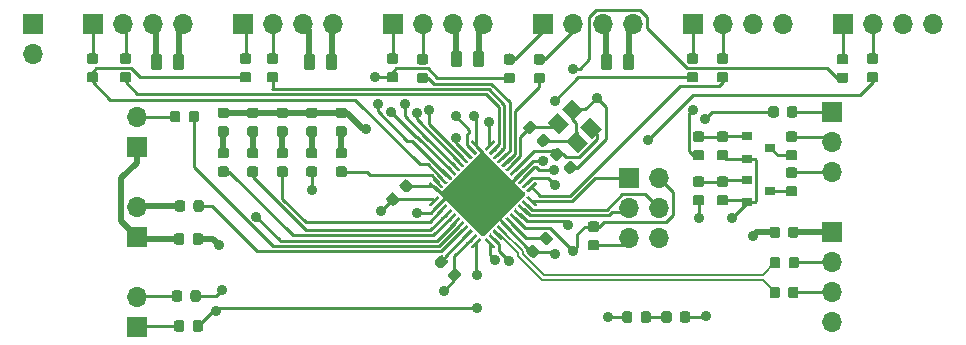
<source format=gbr>
G04 #@! TF.GenerationSoftware,KiCad,Pcbnew,5.1.5+dfsg1-2build2*
G04 #@! TF.CreationDate,2021-01-10T12:40:40-08:00*
G04 #@! TF.ProjectId,board,626f6172-642e-46b6-9963-61645f706362,rev?*
G04 #@! TF.SameCoordinates,Original*
G04 #@! TF.FileFunction,Copper,L1,Top*
G04 #@! TF.FilePolarity,Positive*
%FSLAX46Y46*%
G04 Gerber Fmt 4.6, Leading zero omitted, Abs format (unit mm)*
G04 Created by KiCad (PCBNEW 5.1.5+dfsg1-2build2) date 2021-01-10 12:40:40*
%MOMM*%
%LPD*%
G04 APERTURE LIST*
%ADD10R,1.700000X1.700000*%
%ADD11O,1.700000X1.700000*%
%ADD12C,0.100000*%
%ADD13R,0.900000X0.800000*%
%ADD14C,0.900000*%
%ADD15C,0.250000*%
%ADD16C,0.500000*%
%ADD17C,0.200000*%
G04 APERTURE END LIST*
D10*
X169557700Y-71793100D03*
D11*
X169557700Y-74333100D03*
X169557700Y-76873100D03*
X169557700Y-79413100D03*
G04 #@! TA.AperFunction,SMDPad,CuDef*
D12*
G36*
X160551691Y-68677053D02*
G01*
X160572926Y-68680203D01*
X160593750Y-68685419D01*
X160613962Y-68692651D01*
X160633368Y-68701830D01*
X160651781Y-68712866D01*
X160669024Y-68725654D01*
X160684930Y-68740070D01*
X160699346Y-68755976D01*
X160712134Y-68773219D01*
X160723170Y-68791632D01*
X160732349Y-68811038D01*
X160739581Y-68831250D01*
X160744797Y-68852074D01*
X160747947Y-68873309D01*
X160749000Y-68894750D01*
X160749000Y-69332250D01*
X160747947Y-69353691D01*
X160744797Y-69374926D01*
X160739581Y-69395750D01*
X160732349Y-69415962D01*
X160723170Y-69435368D01*
X160712134Y-69453781D01*
X160699346Y-69471024D01*
X160684930Y-69486930D01*
X160669024Y-69501346D01*
X160651781Y-69514134D01*
X160633368Y-69525170D01*
X160613962Y-69534349D01*
X160593750Y-69541581D01*
X160572926Y-69546797D01*
X160551691Y-69549947D01*
X160530250Y-69551000D01*
X160017750Y-69551000D01*
X159996309Y-69549947D01*
X159975074Y-69546797D01*
X159954250Y-69541581D01*
X159934038Y-69534349D01*
X159914632Y-69525170D01*
X159896219Y-69514134D01*
X159878976Y-69501346D01*
X159863070Y-69486930D01*
X159848654Y-69471024D01*
X159835866Y-69453781D01*
X159824830Y-69435368D01*
X159815651Y-69415962D01*
X159808419Y-69395750D01*
X159803203Y-69374926D01*
X159800053Y-69353691D01*
X159799000Y-69332250D01*
X159799000Y-68894750D01*
X159800053Y-68873309D01*
X159803203Y-68852074D01*
X159808419Y-68831250D01*
X159815651Y-68811038D01*
X159824830Y-68791632D01*
X159835866Y-68773219D01*
X159848654Y-68755976D01*
X159863070Y-68740070D01*
X159878976Y-68725654D01*
X159896219Y-68712866D01*
X159914632Y-68701830D01*
X159934038Y-68692651D01*
X159954250Y-68685419D01*
X159975074Y-68680203D01*
X159996309Y-68677053D01*
X160017750Y-68676000D01*
X160530250Y-68676000D01*
X160551691Y-68677053D01*
G37*
G04 #@! TD.AperFunction*
G04 #@! TA.AperFunction,SMDPad,CuDef*
G36*
X160551691Y-67102053D02*
G01*
X160572926Y-67105203D01*
X160593750Y-67110419D01*
X160613962Y-67117651D01*
X160633368Y-67126830D01*
X160651781Y-67137866D01*
X160669024Y-67150654D01*
X160684930Y-67165070D01*
X160699346Y-67180976D01*
X160712134Y-67198219D01*
X160723170Y-67216632D01*
X160732349Y-67236038D01*
X160739581Y-67256250D01*
X160744797Y-67277074D01*
X160747947Y-67298309D01*
X160749000Y-67319750D01*
X160749000Y-67757250D01*
X160747947Y-67778691D01*
X160744797Y-67799926D01*
X160739581Y-67820750D01*
X160732349Y-67840962D01*
X160723170Y-67860368D01*
X160712134Y-67878781D01*
X160699346Y-67896024D01*
X160684930Y-67911930D01*
X160669024Y-67926346D01*
X160651781Y-67939134D01*
X160633368Y-67950170D01*
X160613962Y-67959349D01*
X160593750Y-67966581D01*
X160572926Y-67971797D01*
X160551691Y-67974947D01*
X160530250Y-67976000D01*
X160017750Y-67976000D01*
X159996309Y-67974947D01*
X159975074Y-67971797D01*
X159954250Y-67966581D01*
X159934038Y-67959349D01*
X159914632Y-67950170D01*
X159896219Y-67939134D01*
X159878976Y-67926346D01*
X159863070Y-67911930D01*
X159848654Y-67896024D01*
X159835866Y-67878781D01*
X159824830Y-67860368D01*
X159815651Y-67840962D01*
X159808419Y-67820750D01*
X159803203Y-67799926D01*
X159800053Y-67778691D01*
X159799000Y-67757250D01*
X159799000Y-67319750D01*
X159800053Y-67298309D01*
X159803203Y-67277074D01*
X159808419Y-67256250D01*
X159815651Y-67236038D01*
X159824830Y-67216632D01*
X159835866Y-67198219D01*
X159848654Y-67180976D01*
X159863070Y-67165070D01*
X159878976Y-67150654D01*
X159896219Y-67137866D01*
X159914632Y-67126830D01*
X159934038Y-67117651D01*
X159954250Y-67110419D01*
X159975074Y-67105203D01*
X159996309Y-67102053D01*
X160017750Y-67101000D01*
X160530250Y-67101000D01*
X160551691Y-67102053D01*
G37*
G04 #@! TD.AperFunction*
G04 #@! TA.AperFunction,SMDPad,CuDef*
G36*
X150048097Y-63047488D02*
G01*
X149199569Y-63896016D01*
X148209619Y-62906066D01*
X149058147Y-62057538D01*
X150048097Y-63047488D01*
G37*
G04 #@! TD.AperFunction*
G04 #@! TA.AperFunction,SMDPad,CuDef*
G36*
X148492462Y-61491853D02*
G01*
X147643934Y-62340381D01*
X146653984Y-61350431D01*
X147502512Y-60501903D01*
X148492462Y-61491853D01*
G37*
G04 #@! TD.AperFunction*
G04 #@! TA.AperFunction,SMDPad,CuDef*
G36*
X147290381Y-62693934D02*
G01*
X146441853Y-63542462D01*
X145451903Y-62552512D01*
X146300431Y-61703984D01*
X147290381Y-62693934D01*
G37*
G04 #@! TD.AperFunction*
G04 #@! TA.AperFunction,SMDPad,CuDef*
G36*
X148846016Y-64249569D02*
G01*
X147997488Y-65098097D01*
X147007538Y-64108147D01*
X147856066Y-63259619D01*
X148846016Y-64249569D01*
G37*
G04 #@! TD.AperFunction*
G04 #@! TA.AperFunction,SMDPad,CuDef*
G36*
X145331771Y-71787580D02*
G01*
X145353006Y-71790730D01*
X145373830Y-71795946D01*
X145394042Y-71803178D01*
X145413448Y-71812357D01*
X145431861Y-71823393D01*
X145449104Y-71836181D01*
X145465010Y-71850597D01*
X145827403Y-72212990D01*
X145841819Y-72228896D01*
X145854607Y-72246139D01*
X145865643Y-72264552D01*
X145874822Y-72283958D01*
X145882054Y-72304170D01*
X145887270Y-72324994D01*
X145890420Y-72346229D01*
X145891473Y-72367670D01*
X145890420Y-72389111D01*
X145887270Y-72410346D01*
X145882054Y-72431170D01*
X145874822Y-72451382D01*
X145865643Y-72470788D01*
X145854607Y-72489201D01*
X145841819Y-72506444D01*
X145827403Y-72522350D01*
X145518044Y-72831709D01*
X145502138Y-72846125D01*
X145484895Y-72858913D01*
X145466482Y-72869949D01*
X145447076Y-72879128D01*
X145426864Y-72886360D01*
X145406040Y-72891576D01*
X145384805Y-72894726D01*
X145363364Y-72895779D01*
X145341923Y-72894726D01*
X145320688Y-72891576D01*
X145299864Y-72886360D01*
X145279652Y-72879128D01*
X145260246Y-72869949D01*
X145241833Y-72858913D01*
X145224590Y-72846125D01*
X145208684Y-72831709D01*
X144846291Y-72469316D01*
X144831875Y-72453410D01*
X144819087Y-72436167D01*
X144808051Y-72417754D01*
X144798872Y-72398348D01*
X144791640Y-72378136D01*
X144786424Y-72357312D01*
X144783274Y-72336077D01*
X144782221Y-72314636D01*
X144783274Y-72293195D01*
X144786424Y-72271960D01*
X144791640Y-72251136D01*
X144798872Y-72230924D01*
X144808051Y-72211518D01*
X144819087Y-72193105D01*
X144831875Y-72175862D01*
X144846291Y-72159956D01*
X145155650Y-71850597D01*
X145171556Y-71836181D01*
X145188799Y-71823393D01*
X145207212Y-71812357D01*
X145226618Y-71803178D01*
X145246830Y-71795946D01*
X145267654Y-71790730D01*
X145288889Y-71787580D01*
X145310330Y-71786527D01*
X145331771Y-71787580D01*
G37*
G04 #@! TD.AperFunction*
G04 #@! TA.AperFunction,SMDPad,CuDef*
G36*
X144218077Y-72901274D02*
G01*
X144239312Y-72904424D01*
X144260136Y-72909640D01*
X144280348Y-72916872D01*
X144299754Y-72926051D01*
X144318167Y-72937087D01*
X144335410Y-72949875D01*
X144351316Y-72964291D01*
X144713709Y-73326684D01*
X144728125Y-73342590D01*
X144740913Y-73359833D01*
X144751949Y-73378246D01*
X144761128Y-73397652D01*
X144768360Y-73417864D01*
X144773576Y-73438688D01*
X144776726Y-73459923D01*
X144777779Y-73481364D01*
X144776726Y-73502805D01*
X144773576Y-73524040D01*
X144768360Y-73544864D01*
X144761128Y-73565076D01*
X144751949Y-73584482D01*
X144740913Y-73602895D01*
X144728125Y-73620138D01*
X144713709Y-73636044D01*
X144404350Y-73945403D01*
X144388444Y-73959819D01*
X144371201Y-73972607D01*
X144352788Y-73983643D01*
X144333382Y-73992822D01*
X144313170Y-74000054D01*
X144292346Y-74005270D01*
X144271111Y-74008420D01*
X144249670Y-74009473D01*
X144228229Y-74008420D01*
X144206994Y-74005270D01*
X144186170Y-74000054D01*
X144165958Y-73992822D01*
X144146552Y-73983643D01*
X144128139Y-73972607D01*
X144110896Y-73959819D01*
X144094990Y-73945403D01*
X143732597Y-73583010D01*
X143718181Y-73567104D01*
X143705393Y-73549861D01*
X143694357Y-73531448D01*
X143685178Y-73512042D01*
X143677946Y-73491830D01*
X143672730Y-73471006D01*
X143669580Y-73449771D01*
X143668527Y-73428330D01*
X143669580Y-73406889D01*
X143672730Y-73385654D01*
X143677946Y-73364830D01*
X143685178Y-73344618D01*
X143694357Y-73325212D01*
X143705393Y-73306799D01*
X143718181Y-73289556D01*
X143732597Y-73273650D01*
X144041956Y-72964291D01*
X144057862Y-72949875D01*
X144075105Y-72937087D01*
X144093518Y-72926051D01*
X144112924Y-72916872D01*
X144133136Y-72909640D01*
X144153960Y-72904424D01*
X144175195Y-72901274D01*
X144196636Y-72900221D01*
X144218077Y-72901274D01*
G37*
G04 #@! TD.AperFunction*
G04 #@! TA.AperFunction,SMDPad,CuDef*
G36*
X132356277Y-68456274D02*
G01*
X132377512Y-68459424D01*
X132398336Y-68464640D01*
X132418548Y-68471872D01*
X132437954Y-68481051D01*
X132456367Y-68492087D01*
X132473610Y-68504875D01*
X132489516Y-68519291D01*
X132851909Y-68881684D01*
X132866325Y-68897590D01*
X132879113Y-68914833D01*
X132890149Y-68933246D01*
X132899328Y-68952652D01*
X132906560Y-68972864D01*
X132911776Y-68993688D01*
X132914926Y-69014923D01*
X132915979Y-69036364D01*
X132914926Y-69057805D01*
X132911776Y-69079040D01*
X132906560Y-69099864D01*
X132899328Y-69120076D01*
X132890149Y-69139482D01*
X132879113Y-69157895D01*
X132866325Y-69175138D01*
X132851909Y-69191044D01*
X132542550Y-69500403D01*
X132526644Y-69514819D01*
X132509401Y-69527607D01*
X132490988Y-69538643D01*
X132471582Y-69547822D01*
X132451370Y-69555054D01*
X132430546Y-69560270D01*
X132409311Y-69563420D01*
X132387870Y-69564473D01*
X132366429Y-69563420D01*
X132345194Y-69560270D01*
X132324370Y-69555054D01*
X132304158Y-69547822D01*
X132284752Y-69538643D01*
X132266339Y-69527607D01*
X132249096Y-69514819D01*
X132233190Y-69500403D01*
X131870797Y-69138010D01*
X131856381Y-69122104D01*
X131843593Y-69104861D01*
X131832557Y-69086448D01*
X131823378Y-69067042D01*
X131816146Y-69046830D01*
X131810930Y-69026006D01*
X131807780Y-69004771D01*
X131806727Y-68983330D01*
X131807780Y-68961889D01*
X131810930Y-68940654D01*
X131816146Y-68919830D01*
X131823378Y-68899618D01*
X131832557Y-68880212D01*
X131843593Y-68861799D01*
X131856381Y-68844556D01*
X131870797Y-68828650D01*
X132180156Y-68519291D01*
X132196062Y-68504875D01*
X132213305Y-68492087D01*
X132231718Y-68481051D01*
X132251124Y-68471872D01*
X132271336Y-68464640D01*
X132292160Y-68459424D01*
X132313395Y-68456274D01*
X132334836Y-68455221D01*
X132356277Y-68456274D01*
G37*
G04 #@! TD.AperFunction*
G04 #@! TA.AperFunction,SMDPad,CuDef*
G36*
X133469971Y-67342580D02*
G01*
X133491206Y-67345730D01*
X133512030Y-67350946D01*
X133532242Y-67358178D01*
X133551648Y-67367357D01*
X133570061Y-67378393D01*
X133587304Y-67391181D01*
X133603210Y-67405597D01*
X133965603Y-67767990D01*
X133980019Y-67783896D01*
X133992807Y-67801139D01*
X134003843Y-67819552D01*
X134013022Y-67838958D01*
X134020254Y-67859170D01*
X134025470Y-67879994D01*
X134028620Y-67901229D01*
X134029673Y-67922670D01*
X134028620Y-67944111D01*
X134025470Y-67965346D01*
X134020254Y-67986170D01*
X134013022Y-68006382D01*
X134003843Y-68025788D01*
X133992807Y-68044201D01*
X133980019Y-68061444D01*
X133965603Y-68077350D01*
X133656244Y-68386709D01*
X133640338Y-68401125D01*
X133623095Y-68413913D01*
X133604682Y-68424949D01*
X133585276Y-68434128D01*
X133565064Y-68441360D01*
X133544240Y-68446576D01*
X133523005Y-68449726D01*
X133501564Y-68450779D01*
X133480123Y-68449726D01*
X133458888Y-68446576D01*
X133438064Y-68441360D01*
X133417852Y-68434128D01*
X133398446Y-68424949D01*
X133380033Y-68413913D01*
X133362790Y-68401125D01*
X133346884Y-68386709D01*
X132984491Y-68024316D01*
X132970075Y-68008410D01*
X132957287Y-67991167D01*
X132946251Y-67972754D01*
X132937072Y-67953348D01*
X132929840Y-67933136D01*
X132924624Y-67912312D01*
X132921474Y-67891077D01*
X132920421Y-67869636D01*
X132921474Y-67848195D01*
X132924624Y-67826960D01*
X132929840Y-67806136D01*
X132937072Y-67785924D01*
X132946251Y-67766518D01*
X132957287Y-67748105D01*
X132970075Y-67730862D01*
X132984491Y-67714956D01*
X133293850Y-67405597D01*
X133309756Y-67391181D01*
X133326999Y-67378393D01*
X133345412Y-67367357D01*
X133364818Y-67358178D01*
X133385030Y-67350946D01*
X133405854Y-67345730D01*
X133427089Y-67342580D01*
X133448530Y-67341527D01*
X133469971Y-67342580D01*
G37*
G04 #@! TD.AperFunction*
D10*
X152366000Y-67254000D03*
D11*
X154906000Y-67254000D03*
X152366000Y-69794000D03*
X154906000Y-69794000D03*
X152366000Y-72334000D03*
X154906000Y-72334000D03*
D10*
X157780000Y-54150000D03*
D11*
X160320000Y-54150000D03*
X162860000Y-54150000D03*
X165400000Y-54150000D03*
D10*
X110662500Y-64583200D03*
D11*
X110662500Y-62043200D03*
D10*
X106980000Y-54150000D03*
D11*
X109520000Y-54150000D03*
X112060000Y-54150000D03*
X114600000Y-54150000D03*
D10*
X170480000Y-54150000D03*
D11*
X173020000Y-54150000D03*
X175560000Y-54150000D03*
X178100000Y-54150000D03*
G04 #@! TA.AperFunction,SMDPad,CuDef*
D12*
G36*
X140003904Y-65020502D02*
G01*
X140028173Y-65024102D01*
X140051971Y-65030063D01*
X140075071Y-65038328D01*
X140097249Y-65048818D01*
X140118293Y-65061431D01*
X140137998Y-65076045D01*
X140156177Y-65092521D01*
X143479579Y-68415923D01*
X143496055Y-68434102D01*
X143510669Y-68453807D01*
X143523282Y-68474851D01*
X143533772Y-68497029D01*
X143542037Y-68520129D01*
X143547998Y-68543927D01*
X143551598Y-68568196D01*
X143552802Y-68592700D01*
X143551598Y-68617204D01*
X143547998Y-68641473D01*
X143542037Y-68665271D01*
X143533772Y-68688371D01*
X143523282Y-68710549D01*
X143510669Y-68731593D01*
X143496055Y-68751298D01*
X143479579Y-68769477D01*
X140156177Y-72092879D01*
X140137998Y-72109355D01*
X140118293Y-72123969D01*
X140097249Y-72136582D01*
X140075071Y-72147072D01*
X140051971Y-72155337D01*
X140028173Y-72161298D01*
X140003904Y-72164898D01*
X139979400Y-72166102D01*
X139954896Y-72164898D01*
X139930627Y-72161298D01*
X139906829Y-72155337D01*
X139883729Y-72147072D01*
X139861551Y-72136582D01*
X139840507Y-72123969D01*
X139820802Y-72109355D01*
X139802623Y-72092879D01*
X136479221Y-68769477D01*
X136462745Y-68751298D01*
X136448131Y-68731593D01*
X136435518Y-68710549D01*
X136425028Y-68688371D01*
X136416763Y-68665271D01*
X136410802Y-68641473D01*
X136407202Y-68617204D01*
X136405998Y-68592700D01*
X136407202Y-68568196D01*
X136410802Y-68543927D01*
X136416763Y-68520129D01*
X136425028Y-68497029D01*
X136435518Y-68474851D01*
X136448131Y-68453807D01*
X136462745Y-68434102D01*
X136479221Y-68415923D01*
X139802623Y-65092521D01*
X139820802Y-65076045D01*
X139840507Y-65061431D01*
X139861551Y-65048818D01*
X139883729Y-65038328D01*
X139906829Y-65030063D01*
X139930627Y-65024102D01*
X139954896Y-65020502D01*
X139979400Y-65019298D01*
X140003904Y-65020502D01*
G37*
G04 #@! TD.AperFunction*
G04 #@! TA.AperFunction,SMDPad,CuDef*
G36*
X140286046Y-72278167D02*
G01*
X140292113Y-72279067D01*
X140298063Y-72280557D01*
X140303838Y-72282624D01*
X140309382Y-72285246D01*
X140314643Y-72288399D01*
X140319570Y-72292053D01*
X140324114Y-72296172D01*
X140995866Y-72967924D01*
X140999985Y-72972468D01*
X141003639Y-72977395D01*
X141006792Y-72982656D01*
X141009414Y-72988200D01*
X141011481Y-72993975D01*
X141012971Y-72999925D01*
X141013871Y-73005992D01*
X141014172Y-73012118D01*
X141013871Y-73018244D01*
X141012971Y-73024311D01*
X141011481Y-73030261D01*
X141009414Y-73036036D01*
X141006792Y-73041580D01*
X141003639Y-73046841D01*
X140999985Y-73051768D01*
X140995866Y-73056312D01*
X140907478Y-73144700D01*
X140902934Y-73148819D01*
X140898007Y-73152473D01*
X140892746Y-73155626D01*
X140887202Y-73158248D01*
X140881427Y-73160315D01*
X140875477Y-73161805D01*
X140869410Y-73162705D01*
X140863284Y-73163006D01*
X140857158Y-73162705D01*
X140851091Y-73161805D01*
X140845141Y-73160315D01*
X140839366Y-73158248D01*
X140833822Y-73155626D01*
X140828561Y-73152473D01*
X140823634Y-73148819D01*
X140819090Y-73144700D01*
X140147338Y-72472948D01*
X140143219Y-72468404D01*
X140139565Y-72463477D01*
X140136412Y-72458216D01*
X140133790Y-72452672D01*
X140131723Y-72446897D01*
X140130233Y-72440947D01*
X140129333Y-72434880D01*
X140129032Y-72428754D01*
X140129333Y-72422628D01*
X140130233Y-72416561D01*
X140131723Y-72410611D01*
X140133790Y-72404836D01*
X140136412Y-72399292D01*
X140139565Y-72394031D01*
X140143219Y-72389104D01*
X140147338Y-72384560D01*
X140235726Y-72296172D01*
X140240270Y-72292053D01*
X140245197Y-72288399D01*
X140250458Y-72285246D01*
X140256002Y-72282624D01*
X140261777Y-72280557D01*
X140267727Y-72279067D01*
X140273794Y-72278167D01*
X140279920Y-72277866D01*
X140286046Y-72278167D01*
G37*
G04 #@! TD.AperFunction*
G04 #@! TA.AperFunction,SMDPad,CuDef*
G36*
X140639599Y-71924613D02*
G01*
X140645666Y-71925513D01*
X140651616Y-71927003D01*
X140657391Y-71929070D01*
X140662935Y-71931692D01*
X140668196Y-71934845D01*
X140673123Y-71938499D01*
X140677667Y-71942618D01*
X141349419Y-72614370D01*
X141353538Y-72618914D01*
X141357192Y-72623841D01*
X141360345Y-72629102D01*
X141362967Y-72634646D01*
X141365034Y-72640421D01*
X141366524Y-72646371D01*
X141367424Y-72652438D01*
X141367725Y-72658564D01*
X141367424Y-72664690D01*
X141366524Y-72670757D01*
X141365034Y-72676707D01*
X141362967Y-72682482D01*
X141360345Y-72688026D01*
X141357192Y-72693287D01*
X141353538Y-72698214D01*
X141349419Y-72702758D01*
X141261031Y-72791146D01*
X141256487Y-72795265D01*
X141251560Y-72798919D01*
X141246299Y-72802072D01*
X141240755Y-72804694D01*
X141234980Y-72806761D01*
X141229030Y-72808251D01*
X141222963Y-72809151D01*
X141216837Y-72809452D01*
X141210711Y-72809151D01*
X141204644Y-72808251D01*
X141198694Y-72806761D01*
X141192919Y-72804694D01*
X141187375Y-72802072D01*
X141182114Y-72798919D01*
X141177187Y-72795265D01*
X141172643Y-72791146D01*
X140500891Y-72119394D01*
X140496772Y-72114850D01*
X140493118Y-72109923D01*
X140489965Y-72104662D01*
X140487343Y-72099118D01*
X140485276Y-72093343D01*
X140483786Y-72087393D01*
X140482886Y-72081326D01*
X140482585Y-72075200D01*
X140482886Y-72069074D01*
X140483786Y-72063007D01*
X140485276Y-72057057D01*
X140487343Y-72051282D01*
X140489965Y-72045738D01*
X140493118Y-72040477D01*
X140496772Y-72035550D01*
X140500891Y-72031006D01*
X140589279Y-71942618D01*
X140593823Y-71938499D01*
X140598750Y-71934845D01*
X140604011Y-71931692D01*
X140609555Y-71929070D01*
X140615330Y-71927003D01*
X140621280Y-71925513D01*
X140627347Y-71924613D01*
X140633473Y-71924312D01*
X140639599Y-71924613D01*
G37*
G04 #@! TD.AperFunction*
G04 #@! TA.AperFunction,SMDPad,CuDef*
G36*
X140993153Y-71571060D02*
G01*
X140999220Y-71571960D01*
X141005170Y-71573450D01*
X141010945Y-71575517D01*
X141016489Y-71578139D01*
X141021750Y-71581292D01*
X141026677Y-71584946D01*
X141031221Y-71589065D01*
X141702973Y-72260817D01*
X141707092Y-72265361D01*
X141710746Y-72270288D01*
X141713899Y-72275549D01*
X141716521Y-72281093D01*
X141718588Y-72286868D01*
X141720078Y-72292818D01*
X141720978Y-72298885D01*
X141721279Y-72305011D01*
X141720978Y-72311137D01*
X141720078Y-72317204D01*
X141718588Y-72323154D01*
X141716521Y-72328929D01*
X141713899Y-72334473D01*
X141710746Y-72339734D01*
X141707092Y-72344661D01*
X141702973Y-72349205D01*
X141614585Y-72437593D01*
X141610041Y-72441712D01*
X141605114Y-72445366D01*
X141599853Y-72448519D01*
X141594309Y-72451141D01*
X141588534Y-72453208D01*
X141582584Y-72454698D01*
X141576517Y-72455598D01*
X141570391Y-72455899D01*
X141564265Y-72455598D01*
X141558198Y-72454698D01*
X141552248Y-72453208D01*
X141546473Y-72451141D01*
X141540929Y-72448519D01*
X141535668Y-72445366D01*
X141530741Y-72441712D01*
X141526197Y-72437593D01*
X140854445Y-71765841D01*
X140850326Y-71761297D01*
X140846672Y-71756370D01*
X140843519Y-71751109D01*
X140840897Y-71745565D01*
X140838830Y-71739790D01*
X140837340Y-71733840D01*
X140836440Y-71727773D01*
X140836139Y-71721647D01*
X140836440Y-71715521D01*
X140837340Y-71709454D01*
X140838830Y-71703504D01*
X140840897Y-71697729D01*
X140843519Y-71692185D01*
X140846672Y-71686924D01*
X140850326Y-71681997D01*
X140854445Y-71677453D01*
X140942833Y-71589065D01*
X140947377Y-71584946D01*
X140952304Y-71581292D01*
X140957565Y-71578139D01*
X140963109Y-71575517D01*
X140968884Y-71573450D01*
X140974834Y-71571960D01*
X140980901Y-71571060D01*
X140987027Y-71570759D01*
X140993153Y-71571060D01*
G37*
G04 #@! TD.AperFunction*
G04 #@! TA.AperFunction,SMDPad,CuDef*
G36*
X141346706Y-71217507D02*
G01*
X141352773Y-71218407D01*
X141358723Y-71219897D01*
X141364498Y-71221964D01*
X141370042Y-71224586D01*
X141375303Y-71227739D01*
X141380230Y-71231393D01*
X141384774Y-71235512D01*
X142056526Y-71907264D01*
X142060645Y-71911808D01*
X142064299Y-71916735D01*
X142067452Y-71921996D01*
X142070074Y-71927540D01*
X142072141Y-71933315D01*
X142073631Y-71939265D01*
X142074531Y-71945332D01*
X142074832Y-71951458D01*
X142074531Y-71957584D01*
X142073631Y-71963651D01*
X142072141Y-71969601D01*
X142070074Y-71975376D01*
X142067452Y-71980920D01*
X142064299Y-71986181D01*
X142060645Y-71991108D01*
X142056526Y-71995652D01*
X141968138Y-72084040D01*
X141963594Y-72088159D01*
X141958667Y-72091813D01*
X141953406Y-72094966D01*
X141947862Y-72097588D01*
X141942087Y-72099655D01*
X141936137Y-72101145D01*
X141930070Y-72102045D01*
X141923944Y-72102346D01*
X141917818Y-72102045D01*
X141911751Y-72101145D01*
X141905801Y-72099655D01*
X141900026Y-72097588D01*
X141894482Y-72094966D01*
X141889221Y-72091813D01*
X141884294Y-72088159D01*
X141879750Y-72084040D01*
X141207998Y-71412288D01*
X141203879Y-71407744D01*
X141200225Y-71402817D01*
X141197072Y-71397556D01*
X141194450Y-71392012D01*
X141192383Y-71386237D01*
X141190893Y-71380287D01*
X141189993Y-71374220D01*
X141189692Y-71368094D01*
X141189993Y-71361968D01*
X141190893Y-71355901D01*
X141192383Y-71349951D01*
X141194450Y-71344176D01*
X141197072Y-71338632D01*
X141200225Y-71333371D01*
X141203879Y-71328444D01*
X141207998Y-71323900D01*
X141296386Y-71235512D01*
X141300930Y-71231393D01*
X141305857Y-71227739D01*
X141311118Y-71224586D01*
X141316662Y-71221964D01*
X141322437Y-71219897D01*
X141328387Y-71218407D01*
X141334454Y-71217507D01*
X141340580Y-71217206D01*
X141346706Y-71217507D01*
G37*
G04 #@! TD.AperFunction*
G04 #@! TA.AperFunction,SMDPad,CuDef*
G36*
X141700259Y-70863953D02*
G01*
X141706326Y-70864853D01*
X141712276Y-70866343D01*
X141718051Y-70868410D01*
X141723595Y-70871032D01*
X141728856Y-70874185D01*
X141733783Y-70877839D01*
X141738327Y-70881958D01*
X142410079Y-71553710D01*
X142414198Y-71558254D01*
X142417852Y-71563181D01*
X142421005Y-71568442D01*
X142423627Y-71573986D01*
X142425694Y-71579761D01*
X142427184Y-71585711D01*
X142428084Y-71591778D01*
X142428385Y-71597904D01*
X142428084Y-71604030D01*
X142427184Y-71610097D01*
X142425694Y-71616047D01*
X142423627Y-71621822D01*
X142421005Y-71627366D01*
X142417852Y-71632627D01*
X142414198Y-71637554D01*
X142410079Y-71642098D01*
X142321691Y-71730486D01*
X142317147Y-71734605D01*
X142312220Y-71738259D01*
X142306959Y-71741412D01*
X142301415Y-71744034D01*
X142295640Y-71746101D01*
X142289690Y-71747591D01*
X142283623Y-71748491D01*
X142277497Y-71748792D01*
X142271371Y-71748491D01*
X142265304Y-71747591D01*
X142259354Y-71746101D01*
X142253579Y-71744034D01*
X142248035Y-71741412D01*
X142242774Y-71738259D01*
X142237847Y-71734605D01*
X142233303Y-71730486D01*
X141561551Y-71058734D01*
X141557432Y-71054190D01*
X141553778Y-71049263D01*
X141550625Y-71044002D01*
X141548003Y-71038458D01*
X141545936Y-71032683D01*
X141544446Y-71026733D01*
X141543546Y-71020666D01*
X141543245Y-71014540D01*
X141543546Y-71008414D01*
X141544446Y-71002347D01*
X141545936Y-70996397D01*
X141548003Y-70990622D01*
X141550625Y-70985078D01*
X141553778Y-70979817D01*
X141557432Y-70974890D01*
X141561551Y-70970346D01*
X141649939Y-70881958D01*
X141654483Y-70877839D01*
X141659410Y-70874185D01*
X141664671Y-70871032D01*
X141670215Y-70868410D01*
X141675990Y-70866343D01*
X141681940Y-70864853D01*
X141688007Y-70863953D01*
X141694133Y-70863652D01*
X141700259Y-70863953D01*
G37*
G04 #@! TD.AperFunction*
G04 #@! TA.AperFunction,SMDPad,CuDef*
G36*
X142053813Y-70510400D02*
G01*
X142059880Y-70511300D01*
X142065830Y-70512790D01*
X142071605Y-70514857D01*
X142077149Y-70517479D01*
X142082410Y-70520632D01*
X142087337Y-70524286D01*
X142091881Y-70528405D01*
X142763633Y-71200157D01*
X142767752Y-71204701D01*
X142771406Y-71209628D01*
X142774559Y-71214889D01*
X142777181Y-71220433D01*
X142779248Y-71226208D01*
X142780738Y-71232158D01*
X142781638Y-71238225D01*
X142781939Y-71244351D01*
X142781638Y-71250477D01*
X142780738Y-71256544D01*
X142779248Y-71262494D01*
X142777181Y-71268269D01*
X142774559Y-71273813D01*
X142771406Y-71279074D01*
X142767752Y-71284001D01*
X142763633Y-71288545D01*
X142675245Y-71376933D01*
X142670701Y-71381052D01*
X142665774Y-71384706D01*
X142660513Y-71387859D01*
X142654969Y-71390481D01*
X142649194Y-71392548D01*
X142643244Y-71394038D01*
X142637177Y-71394938D01*
X142631051Y-71395239D01*
X142624925Y-71394938D01*
X142618858Y-71394038D01*
X142612908Y-71392548D01*
X142607133Y-71390481D01*
X142601589Y-71387859D01*
X142596328Y-71384706D01*
X142591401Y-71381052D01*
X142586857Y-71376933D01*
X141915105Y-70705181D01*
X141910986Y-70700637D01*
X141907332Y-70695710D01*
X141904179Y-70690449D01*
X141901557Y-70684905D01*
X141899490Y-70679130D01*
X141898000Y-70673180D01*
X141897100Y-70667113D01*
X141896799Y-70660987D01*
X141897100Y-70654861D01*
X141898000Y-70648794D01*
X141899490Y-70642844D01*
X141901557Y-70637069D01*
X141904179Y-70631525D01*
X141907332Y-70626264D01*
X141910986Y-70621337D01*
X141915105Y-70616793D01*
X142003493Y-70528405D01*
X142008037Y-70524286D01*
X142012964Y-70520632D01*
X142018225Y-70517479D01*
X142023769Y-70514857D01*
X142029544Y-70512790D01*
X142035494Y-70511300D01*
X142041561Y-70510400D01*
X142047687Y-70510099D01*
X142053813Y-70510400D01*
G37*
G04 #@! TD.AperFunction*
G04 #@! TA.AperFunction,SMDPad,CuDef*
G36*
X142407366Y-70156846D02*
G01*
X142413433Y-70157746D01*
X142419383Y-70159236D01*
X142425158Y-70161303D01*
X142430702Y-70163925D01*
X142435963Y-70167078D01*
X142440890Y-70170732D01*
X142445434Y-70174851D01*
X143117186Y-70846603D01*
X143121305Y-70851147D01*
X143124959Y-70856074D01*
X143128112Y-70861335D01*
X143130734Y-70866879D01*
X143132801Y-70872654D01*
X143134291Y-70878604D01*
X143135191Y-70884671D01*
X143135492Y-70890797D01*
X143135191Y-70896923D01*
X143134291Y-70902990D01*
X143132801Y-70908940D01*
X143130734Y-70914715D01*
X143128112Y-70920259D01*
X143124959Y-70925520D01*
X143121305Y-70930447D01*
X143117186Y-70934991D01*
X143028798Y-71023379D01*
X143024254Y-71027498D01*
X143019327Y-71031152D01*
X143014066Y-71034305D01*
X143008522Y-71036927D01*
X143002747Y-71038994D01*
X142996797Y-71040484D01*
X142990730Y-71041384D01*
X142984604Y-71041685D01*
X142978478Y-71041384D01*
X142972411Y-71040484D01*
X142966461Y-71038994D01*
X142960686Y-71036927D01*
X142955142Y-71034305D01*
X142949881Y-71031152D01*
X142944954Y-71027498D01*
X142940410Y-71023379D01*
X142268658Y-70351627D01*
X142264539Y-70347083D01*
X142260885Y-70342156D01*
X142257732Y-70336895D01*
X142255110Y-70331351D01*
X142253043Y-70325576D01*
X142251553Y-70319626D01*
X142250653Y-70313559D01*
X142250352Y-70307433D01*
X142250653Y-70301307D01*
X142251553Y-70295240D01*
X142253043Y-70289290D01*
X142255110Y-70283515D01*
X142257732Y-70277971D01*
X142260885Y-70272710D01*
X142264539Y-70267783D01*
X142268658Y-70263239D01*
X142357046Y-70174851D01*
X142361590Y-70170732D01*
X142366517Y-70167078D01*
X142371778Y-70163925D01*
X142377322Y-70161303D01*
X142383097Y-70159236D01*
X142389047Y-70157746D01*
X142395114Y-70156846D01*
X142401240Y-70156545D01*
X142407366Y-70156846D01*
G37*
G04 #@! TD.AperFunction*
G04 #@! TA.AperFunction,SMDPad,CuDef*
G36*
X142760920Y-69803293D02*
G01*
X142766987Y-69804193D01*
X142772937Y-69805683D01*
X142778712Y-69807750D01*
X142784256Y-69810372D01*
X142789517Y-69813525D01*
X142794444Y-69817179D01*
X142798988Y-69821298D01*
X143470740Y-70493050D01*
X143474859Y-70497594D01*
X143478513Y-70502521D01*
X143481666Y-70507782D01*
X143484288Y-70513326D01*
X143486355Y-70519101D01*
X143487845Y-70525051D01*
X143488745Y-70531118D01*
X143489046Y-70537244D01*
X143488745Y-70543370D01*
X143487845Y-70549437D01*
X143486355Y-70555387D01*
X143484288Y-70561162D01*
X143481666Y-70566706D01*
X143478513Y-70571967D01*
X143474859Y-70576894D01*
X143470740Y-70581438D01*
X143382352Y-70669826D01*
X143377808Y-70673945D01*
X143372881Y-70677599D01*
X143367620Y-70680752D01*
X143362076Y-70683374D01*
X143356301Y-70685441D01*
X143350351Y-70686931D01*
X143344284Y-70687831D01*
X143338158Y-70688132D01*
X143332032Y-70687831D01*
X143325965Y-70686931D01*
X143320015Y-70685441D01*
X143314240Y-70683374D01*
X143308696Y-70680752D01*
X143303435Y-70677599D01*
X143298508Y-70673945D01*
X143293964Y-70669826D01*
X142622212Y-69998074D01*
X142618093Y-69993530D01*
X142614439Y-69988603D01*
X142611286Y-69983342D01*
X142608664Y-69977798D01*
X142606597Y-69972023D01*
X142605107Y-69966073D01*
X142604207Y-69960006D01*
X142603906Y-69953880D01*
X142604207Y-69947754D01*
X142605107Y-69941687D01*
X142606597Y-69935737D01*
X142608664Y-69929962D01*
X142611286Y-69924418D01*
X142614439Y-69919157D01*
X142618093Y-69914230D01*
X142622212Y-69909686D01*
X142710600Y-69821298D01*
X142715144Y-69817179D01*
X142720071Y-69813525D01*
X142725332Y-69810372D01*
X142730876Y-69807750D01*
X142736651Y-69805683D01*
X142742601Y-69804193D01*
X142748668Y-69803293D01*
X142754794Y-69802992D01*
X142760920Y-69803293D01*
G37*
G04 #@! TD.AperFunction*
G04 #@! TA.AperFunction,SMDPad,CuDef*
G36*
X143114473Y-69449740D02*
G01*
X143120540Y-69450640D01*
X143126490Y-69452130D01*
X143132265Y-69454197D01*
X143137809Y-69456819D01*
X143143070Y-69459972D01*
X143147997Y-69463626D01*
X143152541Y-69467745D01*
X143824293Y-70139497D01*
X143828412Y-70144041D01*
X143832066Y-70148968D01*
X143835219Y-70154229D01*
X143837841Y-70159773D01*
X143839908Y-70165548D01*
X143841398Y-70171498D01*
X143842298Y-70177565D01*
X143842599Y-70183691D01*
X143842298Y-70189817D01*
X143841398Y-70195884D01*
X143839908Y-70201834D01*
X143837841Y-70207609D01*
X143835219Y-70213153D01*
X143832066Y-70218414D01*
X143828412Y-70223341D01*
X143824293Y-70227885D01*
X143735905Y-70316273D01*
X143731361Y-70320392D01*
X143726434Y-70324046D01*
X143721173Y-70327199D01*
X143715629Y-70329821D01*
X143709854Y-70331888D01*
X143703904Y-70333378D01*
X143697837Y-70334278D01*
X143691711Y-70334579D01*
X143685585Y-70334278D01*
X143679518Y-70333378D01*
X143673568Y-70331888D01*
X143667793Y-70329821D01*
X143662249Y-70327199D01*
X143656988Y-70324046D01*
X143652061Y-70320392D01*
X143647517Y-70316273D01*
X142975765Y-69644521D01*
X142971646Y-69639977D01*
X142967992Y-69635050D01*
X142964839Y-69629789D01*
X142962217Y-69624245D01*
X142960150Y-69618470D01*
X142958660Y-69612520D01*
X142957760Y-69606453D01*
X142957459Y-69600327D01*
X142957760Y-69594201D01*
X142958660Y-69588134D01*
X142960150Y-69582184D01*
X142962217Y-69576409D01*
X142964839Y-69570865D01*
X142967992Y-69565604D01*
X142971646Y-69560677D01*
X142975765Y-69556133D01*
X143064153Y-69467745D01*
X143068697Y-69463626D01*
X143073624Y-69459972D01*
X143078885Y-69456819D01*
X143084429Y-69454197D01*
X143090204Y-69452130D01*
X143096154Y-69450640D01*
X143102221Y-69449740D01*
X143108347Y-69449439D01*
X143114473Y-69449740D01*
G37*
G04 #@! TD.AperFunction*
G04 #@! TA.AperFunction,SMDPad,CuDef*
G36*
X143468026Y-69096186D02*
G01*
X143474093Y-69097086D01*
X143480043Y-69098576D01*
X143485818Y-69100643D01*
X143491362Y-69103265D01*
X143496623Y-69106418D01*
X143501550Y-69110072D01*
X143506094Y-69114191D01*
X144177846Y-69785943D01*
X144181965Y-69790487D01*
X144185619Y-69795414D01*
X144188772Y-69800675D01*
X144191394Y-69806219D01*
X144193461Y-69811994D01*
X144194951Y-69817944D01*
X144195851Y-69824011D01*
X144196152Y-69830137D01*
X144195851Y-69836263D01*
X144194951Y-69842330D01*
X144193461Y-69848280D01*
X144191394Y-69854055D01*
X144188772Y-69859599D01*
X144185619Y-69864860D01*
X144181965Y-69869787D01*
X144177846Y-69874331D01*
X144089458Y-69962719D01*
X144084914Y-69966838D01*
X144079987Y-69970492D01*
X144074726Y-69973645D01*
X144069182Y-69976267D01*
X144063407Y-69978334D01*
X144057457Y-69979824D01*
X144051390Y-69980724D01*
X144045264Y-69981025D01*
X144039138Y-69980724D01*
X144033071Y-69979824D01*
X144027121Y-69978334D01*
X144021346Y-69976267D01*
X144015802Y-69973645D01*
X144010541Y-69970492D01*
X144005614Y-69966838D01*
X144001070Y-69962719D01*
X143329318Y-69290967D01*
X143325199Y-69286423D01*
X143321545Y-69281496D01*
X143318392Y-69276235D01*
X143315770Y-69270691D01*
X143313703Y-69264916D01*
X143312213Y-69258966D01*
X143311313Y-69252899D01*
X143311012Y-69246773D01*
X143311313Y-69240647D01*
X143312213Y-69234580D01*
X143313703Y-69228630D01*
X143315770Y-69222855D01*
X143318392Y-69217311D01*
X143321545Y-69212050D01*
X143325199Y-69207123D01*
X143329318Y-69202579D01*
X143417706Y-69114191D01*
X143422250Y-69110072D01*
X143427177Y-69106418D01*
X143432438Y-69103265D01*
X143437982Y-69100643D01*
X143443757Y-69098576D01*
X143449707Y-69097086D01*
X143455774Y-69096186D01*
X143461900Y-69095885D01*
X143468026Y-69096186D01*
G37*
G04 #@! TD.AperFunction*
G04 #@! TA.AperFunction,SMDPad,CuDef*
G36*
X143821580Y-68742633D02*
G01*
X143827647Y-68743533D01*
X143833597Y-68745023D01*
X143839372Y-68747090D01*
X143844916Y-68749712D01*
X143850177Y-68752865D01*
X143855104Y-68756519D01*
X143859648Y-68760638D01*
X144531400Y-69432390D01*
X144535519Y-69436934D01*
X144539173Y-69441861D01*
X144542326Y-69447122D01*
X144544948Y-69452666D01*
X144547015Y-69458441D01*
X144548505Y-69464391D01*
X144549405Y-69470458D01*
X144549706Y-69476584D01*
X144549405Y-69482710D01*
X144548505Y-69488777D01*
X144547015Y-69494727D01*
X144544948Y-69500502D01*
X144542326Y-69506046D01*
X144539173Y-69511307D01*
X144535519Y-69516234D01*
X144531400Y-69520778D01*
X144443012Y-69609166D01*
X144438468Y-69613285D01*
X144433541Y-69616939D01*
X144428280Y-69620092D01*
X144422736Y-69622714D01*
X144416961Y-69624781D01*
X144411011Y-69626271D01*
X144404944Y-69627171D01*
X144398818Y-69627472D01*
X144392692Y-69627171D01*
X144386625Y-69626271D01*
X144380675Y-69624781D01*
X144374900Y-69622714D01*
X144369356Y-69620092D01*
X144364095Y-69616939D01*
X144359168Y-69613285D01*
X144354624Y-69609166D01*
X143682872Y-68937414D01*
X143678753Y-68932870D01*
X143675099Y-68927943D01*
X143671946Y-68922682D01*
X143669324Y-68917138D01*
X143667257Y-68911363D01*
X143665767Y-68905413D01*
X143664867Y-68899346D01*
X143664566Y-68893220D01*
X143664867Y-68887094D01*
X143665767Y-68881027D01*
X143667257Y-68875077D01*
X143669324Y-68869302D01*
X143671946Y-68863758D01*
X143675099Y-68858497D01*
X143678753Y-68853570D01*
X143682872Y-68849026D01*
X143771260Y-68760638D01*
X143775804Y-68756519D01*
X143780731Y-68752865D01*
X143785992Y-68749712D01*
X143791536Y-68747090D01*
X143797311Y-68745023D01*
X143803261Y-68743533D01*
X143809328Y-68742633D01*
X143815454Y-68742332D01*
X143821580Y-68742633D01*
G37*
G04 #@! TD.AperFunction*
G04 #@! TA.AperFunction,SMDPad,CuDef*
G36*
X144404944Y-67558229D02*
G01*
X144411011Y-67559129D01*
X144416961Y-67560619D01*
X144422736Y-67562686D01*
X144428280Y-67565308D01*
X144433541Y-67568461D01*
X144438468Y-67572115D01*
X144443012Y-67576234D01*
X144531400Y-67664622D01*
X144535519Y-67669166D01*
X144539173Y-67674093D01*
X144542326Y-67679354D01*
X144544948Y-67684898D01*
X144547015Y-67690673D01*
X144548505Y-67696623D01*
X144549405Y-67702690D01*
X144549706Y-67708816D01*
X144549405Y-67714942D01*
X144548505Y-67721009D01*
X144547015Y-67726959D01*
X144544948Y-67732734D01*
X144542326Y-67738278D01*
X144539173Y-67743539D01*
X144535519Y-67748466D01*
X144531400Y-67753010D01*
X143859648Y-68424762D01*
X143855104Y-68428881D01*
X143850177Y-68432535D01*
X143844916Y-68435688D01*
X143839372Y-68438310D01*
X143833597Y-68440377D01*
X143827647Y-68441867D01*
X143821580Y-68442767D01*
X143815454Y-68443068D01*
X143809328Y-68442767D01*
X143803261Y-68441867D01*
X143797311Y-68440377D01*
X143791536Y-68438310D01*
X143785992Y-68435688D01*
X143780731Y-68432535D01*
X143775804Y-68428881D01*
X143771260Y-68424762D01*
X143682872Y-68336374D01*
X143678753Y-68331830D01*
X143675099Y-68326903D01*
X143671946Y-68321642D01*
X143669324Y-68316098D01*
X143667257Y-68310323D01*
X143665767Y-68304373D01*
X143664867Y-68298306D01*
X143664566Y-68292180D01*
X143664867Y-68286054D01*
X143665767Y-68279987D01*
X143667257Y-68274037D01*
X143669324Y-68268262D01*
X143671946Y-68262718D01*
X143675099Y-68257457D01*
X143678753Y-68252530D01*
X143682872Y-68247986D01*
X144354624Y-67576234D01*
X144359168Y-67572115D01*
X144364095Y-67568461D01*
X144369356Y-67565308D01*
X144374900Y-67562686D01*
X144380675Y-67560619D01*
X144386625Y-67559129D01*
X144392692Y-67558229D01*
X144398818Y-67557928D01*
X144404944Y-67558229D01*
G37*
G04 #@! TD.AperFunction*
G04 #@! TA.AperFunction,SMDPad,CuDef*
G36*
X144051390Y-67204676D02*
G01*
X144057457Y-67205576D01*
X144063407Y-67207066D01*
X144069182Y-67209133D01*
X144074726Y-67211755D01*
X144079987Y-67214908D01*
X144084914Y-67218562D01*
X144089458Y-67222681D01*
X144177846Y-67311069D01*
X144181965Y-67315613D01*
X144185619Y-67320540D01*
X144188772Y-67325801D01*
X144191394Y-67331345D01*
X144193461Y-67337120D01*
X144194951Y-67343070D01*
X144195851Y-67349137D01*
X144196152Y-67355263D01*
X144195851Y-67361389D01*
X144194951Y-67367456D01*
X144193461Y-67373406D01*
X144191394Y-67379181D01*
X144188772Y-67384725D01*
X144185619Y-67389986D01*
X144181965Y-67394913D01*
X144177846Y-67399457D01*
X143506094Y-68071209D01*
X143501550Y-68075328D01*
X143496623Y-68078982D01*
X143491362Y-68082135D01*
X143485818Y-68084757D01*
X143480043Y-68086824D01*
X143474093Y-68088314D01*
X143468026Y-68089214D01*
X143461900Y-68089515D01*
X143455774Y-68089214D01*
X143449707Y-68088314D01*
X143443757Y-68086824D01*
X143437982Y-68084757D01*
X143432438Y-68082135D01*
X143427177Y-68078982D01*
X143422250Y-68075328D01*
X143417706Y-68071209D01*
X143329318Y-67982821D01*
X143325199Y-67978277D01*
X143321545Y-67973350D01*
X143318392Y-67968089D01*
X143315770Y-67962545D01*
X143313703Y-67956770D01*
X143312213Y-67950820D01*
X143311313Y-67944753D01*
X143311012Y-67938627D01*
X143311313Y-67932501D01*
X143312213Y-67926434D01*
X143313703Y-67920484D01*
X143315770Y-67914709D01*
X143318392Y-67909165D01*
X143321545Y-67903904D01*
X143325199Y-67898977D01*
X143329318Y-67894433D01*
X144001070Y-67222681D01*
X144005614Y-67218562D01*
X144010541Y-67214908D01*
X144015802Y-67211755D01*
X144021346Y-67209133D01*
X144027121Y-67207066D01*
X144033071Y-67205576D01*
X144039138Y-67204676D01*
X144045264Y-67204375D01*
X144051390Y-67204676D01*
G37*
G04 #@! TD.AperFunction*
G04 #@! TA.AperFunction,SMDPad,CuDef*
G36*
X143697837Y-66851122D02*
G01*
X143703904Y-66852022D01*
X143709854Y-66853512D01*
X143715629Y-66855579D01*
X143721173Y-66858201D01*
X143726434Y-66861354D01*
X143731361Y-66865008D01*
X143735905Y-66869127D01*
X143824293Y-66957515D01*
X143828412Y-66962059D01*
X143832066Y-66966986D01*
X143835219Y-66972247D01*
X143837841Y-66977791D01*
X143839908Y-66983566D01*
X143841398Y-66989516D01*
X143842298Y-66995583D01*
X143842599Y-67001709D01*
X143842298Y-67007835D01*
X143841398Y-67013902D01*
X143839908Y-67019852D01*
X143837841Y-67025627D01*
X143835219Y-67031171D01*
X143832066Y-67036432D01*
X143828412Y-67041359D01*
X143824293Y-67045903D01*
X143152541Y-67717655D01*
X143147997Y-67721774D01*
X143143070Y-67725428D01*
X143137809Y-67728581D01*
X143132265Y-67731203D01*
X143126490Y-67733270D01*
X143120540Y-67734760D01*
X143114473Y-67735660D01*
X143108347Y-67735961D01*
X143102221Y-67735660D01*
X143096154Y-67734760D01*
X143090204Y-67733270D01*
X143084429Y-67731203D01*
X143078885Y-67728581D01*
X143073624Y-67725428D01*
X143068697Y-67721774D01*
X143064153Y-67717655D01*
X142975765Y-67629267D01*
X142971646Y-67624723D01*
X142967992Y-67619796D01*
X142964839Y-67614535D01*
X142962217Y-67608991D01*
X142960150Y-67603216D01*
X142958660Y-67597266D01*
X142957760Y-67591199D01*
X142957459Y-67585073D01*
X142957760Y-67578947D01*
X142958660Y-67572880D01*
X142960150Y-67566930D01*
X142962217Y-67561155D01*
X142964839Y-67555611D01*
X142967992Y-67550350D01*
X142971646Y-67545423D01*
X142975765Y-67540879D01*
X143647517Y-66869127D01*
X143652061Y-66865008D01*
X143656988Y-66861354D01*
X143662249Y-66858201D01*
X143667793Y-66855579D01*
X143673568Y-66853512D01*
X143679518Y-66852022D01*
X143685585Y-66851122D01*
X143691711Y-66850821D01*
X143697837Y-66851122D01*
G37*
G04 #@! TD.AperFunction*
G04 #@! TA.AperFunction,SMDPad,CuDef*
G36*
X143344284Y-66497569D02*
G01*
X143350351Y-66498469D01*
X143356301Y-66499959D01*
X143362076Y-66502026D01*
X143367620Y-66504648D01*
X143372881Y-66507801D01*
X143377808Y-66511455D01*
X143382352Y-66515574D01*
X143470740Y-66603962D01*
X143474859Y-66608506D01*
X143478513Y-66613433D01*
X143481666Y-66618694D01*
X143484288Y-66624238D01*
X143486355Y-66630013D01*
X143487845Y-66635963D01*
X143488745Y-66642030D01*
X143489046Y-66648156D01*
X143488745Y-66654282D01*
X143487845Y-66660349D01*
X143486355Y-66666299D01*
X143484288Y-66672074D01*
X143481666Y-66677618D01*
X143478513Y-66682879D01*
X143474859Y-66687806D01*
X143470740Y-66692350D01*
X142798988Y-67364102D01*
X142794444Y-67368221D01*
X142789517Y-67371875D01*
X142784256Y-67375028D01*
X142778712Y-67377650D01*
X142772937Y-67379717D01*
X142766987Y-67381207D01*
X142760920Y-67382107D01*
X142754794Y-67382408D01*
X142748668Y-67382107D01*
X142742601Y-67381207D01*
X142736651Y-67379717D01*
X142730876Y-67377650D01*
X142725332Y-67375028D01*
X142720071Y-67371875D01*
X142715144Y-67368221D01*
X142710600Y-67364102D01*
X142622212Y-67275714D01*
X142618093Y-67271170D01*
X142614439Y-67266243D01*
X142611286Y-67260982D01*
X142608664Y-67255438D01*
X142606597Y-67249663D01*
X142605107Y-67243713D01*
X142604207Y-67237646D01*
X142603906Y-67231520D01*
X142604207Y-67225394D01*
X142605107Y-67219327D01*
X142606597Y-67213377D01*
X142608664Y-67207602D01*
X142611286Y-67202058D01*
X142614439Y-67196797D01*
X142618093Y-67191870D01*
X142622212Y-67187326D01*
X143293964Y-66515574D01*
X143298508Y-66511455D01*
X143303435Y-66507801D01*
X143308696Y-66504648D01*
X143314240Y-66502026D01*
X143320015Y-66499959D01*
X143325965Y-66498469D01*
X143332032Y-66497569D01*
X143338158Y-66497268D01*
X143344284Y-66497569D01*
G37*
G04 #@! TD.AperFunction*
G04 #@! TA.AperFunction,SMDPad,CuDef*
G36*
X142990730Y-66144016D02*
G01*
X142996797Y-66144916D01*
X143002747Y-66146406D01*
X143008522Y-66148473D01*
X143014066Y-66151095D01*
X143019327Y-66154248D01*
X143024254Y-66157902D01*
X143028798Y-66162021D01*
X143117186Y-66250409D01*
X143121305Y-66254953D01*
X143124959Y-66259880D01*
X143128112Y-66265141D01*
X143130734Y-66270685D01*
X143132801Y-66276460D01*
X143134291Y-66282410D01*
X143135191Y-66288477D01*
X143135492Y-66294603D01*
X143135191Y-66300729D01*
X143134291Y-66306796D01*
X143132801Y-66312746D01*
X143130734Y-66318521D01*
X143128112Y-66324065D01*
X143124959Y-66329326D01*
X143121305Y-66334253D01*
X143117186Y-66338797D01*
X142445434Y-67010549D01*
X142440890Y-67014668D01*
X142435963Y-67018322D01*
X142430702Y-67021475D01*
X142425158Y-67024097D01*
X142419383Y-67026164D01*
X142413433Y-67027654D01*
X142407366Y-67028554D01*
X142401240Y-67028855D01*
X142395114Y-67028554D01*
X142389047Y-67027654D01*
X142383097Y-67026164D01*
X142377322Y-67024097D01*
X142371778Y-67021475D01*
X142366517Y-67018322D01*
X142361590Y-67014668D01*
X142357046Y-67010549D01*
X142268658Y-66922161D01*
X142264539Y-66917617D01*
X142260885Y-66912690D01*
X142257732Y-66907429D01*
X142255110Y-66901885D01*
X142253043Y-66896110D01*
X142251553Y-66890160D01*
X142250653Y-66884093D01*
X142250352Y-66877967D01*
X142250653Y-66871841D01*
X142251553Y-66865774D01*
X142253043Y-66859824D01*
X142255110Y-66854049D01*
X142257732Y-66848505D01*
X142260885Y-66843244D01*
X142264539Y-66838317D01*
X142268658Y-66833773D01*
X142940410Y-66162021D01*
X142944954Y-66157902D01*
X142949881Y-66154248D01*
X142955142Y-66151095D01*
X142960686Y-66148473D01*
X142966461Y-66146406D01*
X142972411Y-66144916D01*
X142978478Y-66144016D01*
X142984604Y-66143715D01*
X142990730Y-66144016D01*
G37*
G04 #@! TD.AperFunction*
G04 #@! TA.AperFunction,SMDPad,CuDef*
G36*
X142637177Y-65790462D02*
G01*
X142643244Y-65791362D01*
X142649194Y-65792852D01*
X142654969Y-65794919D01*
X142660513Y-65797541D01*
X142665774Y-65800694D01*
X142670701Y-65804348D01*
X142675245Y-65808467D01*
X142763633Y-65896855D01*
X142767752Y-65901399D01*
X142771406Y-65906326D01*
X142774559Y-65911587D01*
X142777181Y-65917131D01*
X142779248Y-65922906D01*
X142780738Y-65928856D01*
X142781638Y-65934923D01*
X142781939Y-65941049D01*
X142781638Y-65947175D01*
X142780738Y-65953242D01*
X142779248Y-65959192D01*
X142777181Y-65964967D01*
X142774559Y-65970511D01*
X142771406Y-65975772D01*
X142767752Y-65980699D01*
X142763633Y-65985243D01*
X142091881Y-66656995D01*
X142087337Y-66661114D01*
X142082410Y-66664768D01*
X142077149Y-66667921D01*
X142071605Y-66670543D01*
X142065830Y-66672610D01*
X142059880Y-66674100D01*
X142053813Y-66675000D01*
X142047687Y-66675301D01*
X142041561Y-66675000D01*
X142035494Y-66674100D01*
X142029544Y-66672610D01*
X142023769Y-66670543D01*
X142018225Y-66667921D01*
X142012964Y-66664768D01*
X142008037Y-66661114D01*
X142003493Y-66656995D01*
X141915105Y-66568607D01*
X141910986Y-66564063D01*
X141907332Y-66559136D01*
X141904179Y-66553875D01*
X141901557Y-66548331D01*
X141899490Y-66542556D01*
X141898000Y-66536606D01*
X141897100Y-66530539D01*
X141896799Y-66524413D01*
X141897100Y-66518287D01*
X141898000Y-66512220D01*
X141899490Y-66506270D01*
X141901557Y-66500495D01*
X141904179Y-66494951D01*
X141907332Y-66489690D01*
X141910986Y-66484763D01*
X141915105Y-66480219D01*
X142586857Y-65808467D01*
X142591401Y-65804348D01*
X142596328Y-65800694D01*
X142601589Y-65797541D01*
X142607133Y-65794919D01*
X142612908Y-65792852D01*
X142618858Y-65791362D01*
X142624925Y-65790462D01*
X142631051Y-65790161D01*
X142637177Y-65790462D01*
G37*
G04 #@! TD.AperFunction*
G04 #@! TA.AperFunction,SMDPad,CuDef*
G36*
X142283623Y-65436909D02*
G01*
X142289690Y-65437809D01*
X142295640Y-65439299D01*
X142301415Y-65441366D01*
X142306959Y-65443988D01*
X142312220Y-65447141D01*
X142317147Y-65450795D01*
X142321691Y-65454914D01*
X142410079Y-65543302D01*
X142414198Y-65547846D01*
X142417852Y-65552773D01*
X142421005Y-65558034D01*
X142423627Y-65563578D01*
X142425694Y-65569353D01*
X142427184Y-65575303D01*
X142428084Y-65581370D01*
X142428385Y-65587496D01*
X142428084Y-65593622D01*
X142427184Y-65599689D01*
X142425694Y-65605639D01*
X142423627Y-65611414D01*
X142421005Y-65616958D01*
X142417852Y-65622219D01*
X142414198Y-65627146D01*
X142410079Y-65631690D01*
X141738327Y-66303442D01*
X141733783Y-66307561D01*
X141728856Y-66311215D01*
X141723595Y-66314368D01*
X141718051Y-66316990D01*
X141712276Y-66319057D01*
X141706326Y-66320547D01*
X141700259Y-66321447D01*
X141694133Y-66321748D01*
X141688007Y-66321447D01*
X141681940Y-66320547D01*
X141675990Y-66319057D01*
X141670215Y-66316990D01*
X141664671Y-66314368D01*
X141659410Y-66311215D01*
X141654483Y-66307561D01*
X141649939Y-66303442D01*
X141561551Y-66215054D01*
X141557432Y-66210510D01*
X141553778Y-66205583D01*
X141550625Y-66200322D01*
X141548003Y-66194778D01*
X141545936Y-66189003D01*
X141544446Y-66183053D01*
X141543546Y-66176986D01*
X141543245Y-66170860D01*
X141543546Y-66164734D01*
X141544446Y-66158667D01*
X141545936Y-66152717D01*
X141548003Y-66146942D01*
X141550625Y-66141398D01*
X141553778Y-66136137D01*
X141557432Y-66131210D01*
X141561551Y-66126666D01*
X142233303Y-65454914D01*
X142237847Y-65450795D01*
X142242774Y-65447141D01*
X142248035Y-65443988D01*
X142253579Y-65441366D01*
X142259354Y-65439299D01*
X142265304Y-65437809D01*
X142271371Y-65436909D01*
X142277497Y-65436608D01*
X142283623Y-65436909D01*
G37*
G04 #@! TD.AperFunction*
G04 #@! TA.AperFunction,SMDPad,CuDef*
G36*
X141930070Y-65083355D02*
G01*
X141936137Y-65084255D01*
X141942087Y-65085745D01*
X141947862Y-65087812D01*
X141953406Y-65090434D01*
X141958667Y-65093587D01*
X141963594Y-65097241D01*
X141968138Y-65101360D01*
X142056526Y-65189748D01*
X142060645Y-65194292D01*
X142064299Y-65199219D01*
X142067452Y-65204480D01*
X142070074Y-65210024D01*
X142072141Y-65215799D01*
X142073631Y-65221749D01*
X142074531Y-65227816D01*
X142074832Y-65233942D01*
X142074531Y-65240068D01*
X142073631Y-65246135D01*
X142072141Y-65252085D01*
X142070074Y-65257860D01*
X142067452Y-65263404D01*
X142064299Y-65268665D01*
X142060645Y-65273592D01*
X142056526Y-65278136D01*
X141384774Y-65949888D01*
X141380230Y-65954007D01*
X141375303Y-65957661D01*
X141370042Y-65960814D01*
X141364498Y-65963436D01*
X141358723Y-65965503D01*
X141352773Y-65966993D01*
X141346706Y-65967893D01*
X141340580Y-65968194D01*
X141334454Y-65967893D01*
X141328387Y-65966993D01*
X141322437Y-65965503D01*
X141316662Y-65963436D01*
X141311118Y-65960814D01*
X141305857Y-65957661D01*
X141300930Y-65954007D01*
X141296386Y-65949888D01*
X141207998Y-65861500D01*
X141203879Y-65856956D01*
X141200225Y-65852029D01*
X141197072Y-65846768D01*
X141194450Y-65841224D01*
X141192383Y-65835449D01*
X141190893Y-65829499D01*
X141189993Y-65823432D01*
X141189692Y-65817306D01*
X141189993Y-65811180D01*
X141190893Y-65805113D01*
X141192383Y-65799163D01*
X141194450Y-65793388D01*
X141197072Y-65787844D01*
X141200225Y-65782583D01*
X141203879Y-65777656D01*
X141207998Y-65773112D01*
X141879750Y-65101360D01*
X141884294Y-65097241D01*
X141889221Y-65093587D01*
X141894482Y-65090434D01*
X141900026Y-65087812D01*
X141905801Y-65085745D01*
X141911751Y-65084255D01*
X141917818Y-65083355D01*
X141923944Y-65083054D01*
X141930070Y-65083355D01*
G37*
G04 #@! TD.AperFunction*
G04 #@! TA.AperFunction,SMDPad,CuDef*
G36*
X141576517Y-64729802D02*
G01*
X141582584Y-64730702D01*
X141588534Y-64732192D01*
X141594309Y-64734259D01*
X141599853Y-64736881D01*
X141605114Y-64740034D01*
X141610041Y-64743688D01*
X141614585Y-64747807D01*
X141702973Y-64836195D01*
X141707092Y-64840739D01*
X141710746Y-64845666D01*
X141713899Y-64850927D01*
X141716521Y-64856471D01*
X141718588Y-64862246D01*
X141720078Y-64868196D01*
X141720978Y-64874263D01*
X141721279Y-64880389D01*
X141720978Y-64886515D01*
X141720078Y-64892582D01*
X141718588Y-64898532D01*
X141716521Y-64904307D01*
X141713899Y-64909851D01*
X141710746Y-64915112D01*
X141707092Y-64920039D01*
X141702973Y-64924583D01*
X141031221Y-65596335D01*
X141026677Y-65600454D01*
X141021750Y-65604108D01*
X141016489Y-65607261D01*
X141010945Y-65609883D01*
X141005170Y-65611950D01*
X140999220Y-65613440D01*
X140993153Y-65614340D01*
X140987027Y-65614641D01*
X140980901Y-65614340D01*
X140974834Y-65613440D01*
X140968884Y-65611950D01*
X140963109Y-65609883D01*
X140957565Y-65607261D01*
X140952304Y-65604108D01*
X140947377Y-65600454D01*
X140942833Y-65596335D01*
X140854445Y-65507947D01*
X140850326Y-65503403D01*
X140846672Y-65498476D01*
X140843519Y-65493215D01*
X140840897Y-65487671D01*
X140838830Y-65481896D01*
X140837340Y-65475946D01*
X140836440Y-65469879D01*
X140836139Y-65463753D01*
X140836440Y-65457627D01*
X140837340Y-65451560D01*
X140838830Y-65445610D01*
X140840897Y-65439835D01*
X140843519Y-65434291D01*
X140846672Y-65429030D01*
X140850326Y-65424103D01*
X140854445Y-65419559D01*
X141526197Y-64747807D01*
X141530741Y-64743688D01*
X141535668Y-64740034D01*
X141540929Y-64736881D01*
X141546473Y-64734259D01*
X141552248Y-64732192D01*
X141558198Y-64730702D01*
X141564265Y-64729802D01*
X141570391Y-64729501D01*
X141576517Y-64729802D01*
G37*
G04 #@! TD.AperFunction*
G04 #@! TA.AperFunction,SMDPad,CuDef*
G36*
X141222963Y-64376249D02*
G01*
X141229030Y-64377149D01*
X141234980Y-64378639D01*
X141240755Y-64380706D01*
X141246299Y-64383328D01*
X141251560Y-64386481D01*
X141256487Y-64390135D01*
X141261031Y-64394254D01*
X141349419Y-64482642D01*
X141353538Y-64487186D01*
X141357192Y-64492113D01*
X141360345Y-64497374D01*
X141362967Y-64502918D01*
X141365034Y-64508693D01*
X141366524Y-64514643D01*
X141367424Y-64520710D01*
X141367725Y-64526836D01*
X141367424Y-64532962D01*
X141366524Y-64539029D01*
X141365034Y-64544979D01*
X141362967Y-64550754D01*
X141360345Y-64556298D01*
X141357192Y-64561559D01*
X141353538Y-64566486D01*
X141349419Y-64571030D01*
X140677667Y-65242782D01*
X140673123Y-65246901D01*
X140668196Y-65250555D01*
X140662935Y-65253708D01*
X140657391Y-65256330D01*
X140651616Y-65258397D01*
X140645666Y-65259887D01*
X140639599Y-65260787D01*
X140633473Y-65261088D01*
X140627347Y-65260787D01*
X140621280Y-65259887D01*
X140615330Y-65258397D01*
X140609555Y-65256330D01*
X140604011Y-65253708D01*
X140598750Y-65250555D01*
X140593823Y-65246901D01*
X140589279Y-65242782D01*
X140500891Y-65154394D01*
X140496772Y-65149850D01*
X140493118Y-65144923D01*
X140489965Y-65139662D01*
X140487343Y-65134118D01*
X140485276Y-65128343D01*
X140483786Y-65122393D01*
X140482886Y-65116326D01*
X140482585Y-65110200D01*
X140482886Y-65104074D01*
X140483786Y-65098007D01*
X140485276Y-65092057D01*
X140487343Y-65086282D01*
X140489965Y-65080738D01*
X140493118Y-65075477D01*
X140496772Y-65070550D01*
X140500891Y-65066006D01*
X141172643Y-64394254D01*
X141177187Y-64390135D01*
X141182114Y-64386481D01*
X141187375Y-64383328D01*
X141192919Y-64380706D01*
X141198694Y-64378639D01*
X141204644Y-64377149D01*
X141210711Y-64376249D01*
X141216837Y-64375948D01*
X141222963Y-64376249D01*
G37*
G04 #@! TD.AperFunction*
G04 #@! TA.AperFunction,SMDPad,CuDef*
G36*
X140869410Y-64022695D02*
G01*
X140875477Y-64023595D01*
X140881427Y-64025085D01*
X140887202Y-64027152D01*
X140892746Y-64029774D01*
X140898007Y-64032927D01*
X140902934Y-64036581D01*
X140907478Y-64040700D01*
X140995866Y-64129088D01*
X140999985Y-64133632D01*
X141003639Y-64138559D01*
X141006792Y-64143820D01*
X141009414Y-64149364D01*
X141011481Y-64155139D01*
X141012971Y-64161089D01*
X141013871Y-64167156D01*
X141014172Y-64173282D01*
X141013871Y-64179408D01*
X141012971Y-64185475D01*
X141011481Y-64191425D01*
X141009414Y-64197200D01*
X141006792Y-64202744D01*
X141003639Y-64208005D01*
X140999985Y-64212932D01*
X140995866Y-64217476D01*
X140324114Y-64889228D01*
X140319570Y-64893347D01*
X140314643Y-64897001D01*
X140309382Y-64900154D01*
X140303838Y-64902776D01*
X140298063Y-64904843D01*
X140292113Y-64906333D01*
X140286046Y-64907233D01*
X140279920Y-64907534D01*
X140273794Y-64907233D01*
X140267727Y-64906333D01*
X140261777Y-64904843D01*
X140256002Y-64902776D01*
X140250458Y-64900154D01*
X140245197Y-64897001D01*
X140240270Y-64893347D01*
X140235726Y-64889228D01*
X140147338Y-64800840D01*
X140143219Y-64796296D01*
X140139565Y-64791369D01*
X140136412Y-64786108D01*
X140133790Y-64780564D01*
X140131723Y-64774789D01*
X140130233Y-64768839D01*
X140129333Y-64762772D01*
X140129032Y-64756646D01*
X140129333Y-64750520D01*
X140130233Y-64744453D01*
X140131723Y-64738503D01*
X140133790Y-64732728D01*
X140136412Y-64727184D01*
X140139565Y-64721923D01*
X140143219Y-64716996D01*
X140147338Y-64712452D01*
X140819090Y-64040700D01*
X140823634Y-64036581D01*
X140828561Y-64032927D01*
X140833822Y-64029774D01*
X140839366Y-64027152D01*
X140845141Y-64025085D01*
X140851091Y-64023595D01*
X140857158Y-64022695D01*
X140863284Y-64022394D01*
X140869410Y-64022695D01*
G37*
G04 #@! TD.AperFunction*
G04 #@! TA.AperFunction,SMDPad,CuDef*
G36*
X139101642Y-64022695D02*
G01*
X139107709Y-64023595D01*
X139113659Y-64025085D01*
X139119434Y-64027152D01*
X139124978Y-64029774D01*
X139130239Y-64032927D01*
X139135166Y-64036581D01*
X139139710Y-64040700D01*
X139811462Y-64712452D01*
X139815581Y-64716996D01*
X139819235Y-64721923D01*
X139822388Y-64727184D01*
X139825010Y-64732728D01*
X139827077Y-64738503D01*
X139828567Y-64744453D01*
X139829467Y-64750520D01*
X139829768Y-64756646D01*
X139829467Y-64762772D01*
X139828567Y-64768839D01*
X139827077Y-64774789D01*
X139825010Y-64780564D01*
X139822388Y-64786108D01*
X139819235Y-64791369D01*
X139815581Y-64796296D01*
X139811462Y-64800840D01*
X139723074Y-64889228D01*
X139718530Y-64893347D01*
X139713603Y-64897001D01*
X139708342Y-64900154D01*
X139702798Y-64902776D01*
X139697023Y-64904843D01*
X139691073Y-64906333D01*
X139685006Y-64907233D01*
X139678880Y-64907534D01*
X139672754Y-64907233D01*
X139666687Y-64906333D01*
X139660737Y-64904843D01*
X139654962Y-64902776D01*
X139649418Y-64900154D01*
X139644157Y-64897001D01*
X139639230Y-64893347D01*
X139634686Y-64889228D01*
X138962934Y-64217476D01*
X138958815Y-64212932D01*
X138955161Y-64208005D01*
X138952008Y-64202744D01*
X138949386Y-64197200D01*
X138947319Y-64191425D01*
X138945829Y-64185475D01*
X138944929Y-64179408D01*
X138944628Y-64173282D01*
X138944929Y-64167156D01*
X138945829Y-64161089D01*
X138947319Y-64155139D01*
X138949386Y-64149364D01*
X138952008Y-64143820D01*
X138955161Y-64138559D01*
X138958815Y-64133632D01*
X138962934Y-64129088D01*
X139051322Y-64040700D01*
X139055866Y-64036581D01*
X139060793Y-64032927D01*
X139066054Y-64029774D01*
X139071598Y-64027152D01*
X139077373Y-64025085D01*
X139083323Y-64023595D01*
X139089390Y-64022695D01*
X139095516Y-64022394D01*
X139101642Y-64022695D01*
G37*
G04 #@! TD.AperFunction*
G04 #@! TA.AperFunction,SMDPad,CuDef*
G36*
X138748089Y-64376249D02*
G01*
X138754156Y-64377149D01*
X138760106Y-64378639D01*
X138765881Y-64380706D01*
X138771425Y-64383328D01*
X138776686Y-64386481D01*
X138781613Y-64390135D01*
X138786157Y-64394254D01*
X139457909Y-65066006D01*
X139462028Y-65070550D01*
X139465682Y-65075477D01*
X139468835Y-65080738D01*
X139471457Y-65086282D01*
X139473524Y-65092057D01*
X139475014Y-65098007D01*
X139475914Y-65104074D01*
X139476215Y-65110200D01*
X139475914Y-65116326D01*
X139475014Y-65122393D01*
X139473524Y-65128343D01*
X139471457Y-65134118D01*
X139468835Y-65139662D01*
X139465682Y-65144923D01*
X139462028Y-65149850D01*
X139457909Y-65154394D01*
X139369521Y-65242782D01*
X139364977Y-65246901D01*
X139360050Y-65250555D01*
X139354789Y-65253708D01*
X139349245Y-65256330D01*
X139343470Y-65258397D01*
X139337520Y-65259887D01*
X139331453Y-65260787D01*
X139325327Y-65261088D01*
X139319201Y-65260787D01*
X139313134Y-65259887D01*
X139307184Y-65258397D01*
X139301409Y-65256330D01*
X139295865Y-65253708D01*
X139290604Y-65250555D01*
X139285677Y-65246901D01*
X139281133Y-65242782D01*
X138609381Y-64571030D01*
X138605262Y-64566486D01*
X138601608Y-64561559D01*
X138598455Y-64556298D01*
X138595833Y-64550754D01*
X138593766Y-64544979D01*
X138592276Y-64539029D01*
X138591376Y-64532962D01*
X138591075Y-64526836D01*
X138591376Y-64520710D01*
X138592276Y-64514643D01*
X138593766Y-64508693D01*
X138595833Y-64502918D01*
X138598455Y-64497374D01*
X138601608Y-64492113D01*
X138605262Y-64487186D01*
X138609381Y-64482642D01*
X138697769Y-64394254D01*
X138702313Y-64390135D01*
X138707240Y-64386481D01*
X138712501Y-64383328D01*
X138718045Y-64380706D01*
X138723820Y-64378639D01*
X138729770Y-64377149D01*
X138735837Y-64376249D01*
X138741963Y-64375948D01*
X138748089Y-64376249D01*
G37*
G04 #@! TD.AperFunction*
G04 #@! TA.AperFunction,SMDPad,CuDef*
G36*
X138394535Y-64729802D02*
G01*
X138400602Y-64730702D01*
X138406552Y-64732192D01*
X138412327Y-64734259D01*
X138417871Y-64736881D01*
X138423132Y-64740034D01*
X138428059Y-64743688D01*
X138432603Y-64747807D01*
X139104355Y-65419559D01*
X139108474Y-65424103D01*
X139112128Y-65429030D01*
X139115281Y-65434291D01*
X139117903Y-65439835D01*
X139119970Y-65445610D01*
X139121460Y-65451560D01*
X139122360Y-65457627D01*
X139122661Y-65463753D01*
X139122360Y-65469879D01*
X139121460Y-65475946D01*
X139119970Y-65481896D01*
X139117903Y-65487671D01*
X139115281Y-65493215D01*
X139112128Y-65498476D01*
X139108474Y-65503403D01*
X139104355Y-65507947D01*
X139015967Y-65596335D01*
X139011423Y-65600454D01*
X139006496Y-65604108D01*
X139001235Y-65607261D01*
X138995691Y-65609883D01*
X138989916Y-65611950D01*
X138983966Y-65613440D01*
X138977899Y-65614340D01*
X138971773Y-65614641D01*
X138965647Y-65614340D01*
X138959580Y-65613440D01*
X138953630Y-65611950D01*
X138947855Y-65609883D01*
X138942311Y-65607261D01*
X138937050Y-65604108D01*
X138932123Y-65600454D01*
X138927579Y-65596335D01*
X138255827Y-64924583D01*
X138251708Y-64920039D01*
X138248054Y-64915112D01*
X138244901Y-64909851D01*
X138242279Y-64904307D01*
X138240212Y-64898532D01*
X138238722Y-64892582D01*
X138237822Y-64886515D01*
X138237521Y-64880389D01*
X138237822Y-64874263D01*
X138238722Y-64868196D01*
X138240212Y-64862246D01*
X138242279Y-64856471D01*
X138244901Y-64850927D01*
X138248054Y-64845666D01*
X138251708Y-64840739D01*
X138255827Y-64836195D01*
X138344215Y-64747807D01*
X138348759Y-64743688D01*
X138353686Y-64740034D01*
X138358947Y-64736881D01*
X138364491Y-64734259D01*
X138370266Y-64732192D01*
X138376216Y-64730702D01*
X138382283Y-64729802D01*
X138388409Y-64729501D01*
X138394535Y-64729802D01*
G37*
G04 #@! TD.AperFunction*
G04 #@! TA.AperFunction,SMDPad,CuDef*
G36*
X138040982Y-65083355D02*
G01*
X138047049Y-65084255D01*
X138052999Y-65085745D01*
X138058774Y-65087812D01*
X138064318Y-65090434D01*
X138069579Y-65093587D01*
X138074506Y-65097241D01*
X138079050Y-65101360D01*
X138750802Y-65773112D01*
X138754921Y-65777656D01*
X138758575Y-65782583D01*
X138761728Y-65787844D01*
X138764350Y-65793388D01*
X138766417Y-65799163D01*
X138767907Y-65805113D01*
X138768807Y-65811180D01*
X138769108Y-65817306D01*
X138768807Y-65823432D01*
X138767907Y-65829499D01*
X138766417Y-65835449D01*
X138764350Y-65841224D01*
X138761728Y-65846768D01*
X138758575Y-65852029D01*
X138754921Y-65856956D01*
X138750802Y-65861500D01*
X138662414Y-65949888D01*
X138657870Y-65954007D01*
X138652943Y-65957661D01*
X138647682Y-65960814D01*
X138642138Y-65963436D01*
X138636363Y-65965503D01*
X138630413Y-65966993D01*
X138624346Y-65967893D01*
X138618220Y-65968194D01*
X138612094Y-65967893D01*
X138606027Y-65966993D01*
X138600077Y-65965503D01*
X138594302Y-65963436D01*
X138588758Y-65960814D01*
X138583497Y-65957661D01*
X138578570Y-65954007D01*
X138574026Y-65949888D01*
X137902274Y-65278136D01*
X137898155Y-65273592D01*
X137894501Y-65268665D01*
X137891348Y-65263404D01*
X137888726Y-65257860D01*
X137886659Y-65252085D01*
X137885169Y-65246135D01*
X137884269Y-65240068D01*
X137883968Y-65233942D01*
X137884269Y-65227816D01*
X137885169Y-65221749D01*
X137886659Y-65215799D01*
X137888726Y-65210024D01*
X137891348Y-65204480D01*
X137894501Y-65199219D01*
X137898155Y-65194292D01*
X137902274Y-65189748D01*
X137990662Y-65101360D01*
X137995206Y-65097241D01*
X138000133Y-65093587D01*
X138005394Y-65090434D01*
X138010938Y-65087812D01*
X138016713Y-65085745D01*
X138022663Y-65084255D01*
X138028730Y-65083355D01*
X138034856Y-65083054D01*
X138040982Y-65083355D01*
G37*
G04 #@! TD.AperFunction*
G04 #@! TA.AperFunction,SMDPad,CuDef*
G36*
X137687429Y-65436909D02*
G01*
X137693496Y-65437809D01*
X137699446Y-65439299D01*
X137705221Y-65441366D01*
X137710765Y-65443988D01*
X137716026Y-65447141D01*
X137720953Y-65450795D01*
X137725497Y-65454914D01*
X138397249Y-66126666D01*
X138401368Y-66131210D01*
X138405022Y-66136137D01*
X138408175Y-66141398D01*
X138410797Y-66146942D01*
X138412864Y-66152717D01*
X138414354Y-66158667D01*
X138415254Y-66164734D01*
X138415555Y-66170860D01*
X138415254Y-66176986D01*
X138414354Y-66183053D01*
X138412864Y-66189003D01*
X138410797Y-66194778D01*
X138408175Y-66200322D01*
X138405022Y-66205583D01*
X138401368Y-66210510D01*
X138397249Y-66215054D01*
X138308861Y-66303442D01*
X138304317Y-66307561D01*
X138299390Y-66311215D01*
X138294129Y-66314368D01*
X138288585Y-66316990D01*
X138282810Y-66319057D01*
X138276860Y-66320547D01*
X138270793Y-66321447D01*
X138264667Y-66321748D01*
X138258541Y-66321447D01*
X138252474Y-66320547D01*
X138246524Y-66319057D01*
X138240749Y-66316990D01*
X138235205Y-66314368D01*
X138229944Y-66311215D01*
X138225017Y-66307561D01*
X138220473Y-66303442D01*
X137548721Y-65631690D01*
X137544602Y-65627146D01*
X137540948Y-65622219D01*
X137537795Y-65616958D01*
X137535173Y-65611414D01*
X137533106Y-65605639D01*
X137531616Y-65599689D01*
X137530716Y-65593622D01*
X137530415Y-65587496D01*
X137530716Y-65581370D01*
X137531616Y-65575303D01*
X137533106Y-65569353D01*
X137535173Y-65563578D01*
X137537795Y-65558034D01*
X137540948Y-65552773D01*
X137544602Y-65547846D01*
X137548721Y-65543302D01*
X137637109Y-65454914D01*
X137641653Y-65450795D01*
X137646580Y-65447141D01*
X137651841Y-65443988D01*
X137657385Y-65441366D01*
X137663160Y-65439299D01*
X137669110Y-65437809D01*
X137675177Y-65436909D01*
X137681303Y-65436608D01*
X137687429Y-65436909D01*
G37*
G04 #@! TD.AperFunction*
G04 #@! TA.AperFunction,SMDPad,CuDef*
G36*
X137333875Y-65790462D02*
G01*
X137339942Y-65791362D01*
X137345892Y-65792852D01*
X137351667Y-65794919D01*
X137357211Y-65797541D01*
X137362472Y-65800694D01*
X137367399Y-65804348D01*
X137371943Y-65808467D01*
X138043695Y-66480219D01*
X138047814Y-66484763D01*
X138051468Y-66489690D01*
X138054621Y-66494951D01*
X138057243Y-66500495D01*
X138059310Y-66506270D01*
X138060800Y-66512220D01*
X138061700Y-66518287D01*
X138062001Y-66524413D01*
X138061700Y-66530539D01*
X138060800Y-66536606D01*
X138059310Y-66542556D01*
X138057243Y-66548331D01*
X138054621Y-66553875D01*
X138051468Y-66559136D01*
X138047814Y-66564063D01*
X138043695Y-66568607D01*
X137955307Y-66656995D01*
X137950763Y-66661114D01*
X137945836Y-66664768D01*
X137940575Y-66667921D01*
X137935031Y-66670543D01*
X137929256Y-66672610D01*
X137923306Y-66674100D01*
X137917239Y-66675000D01*
X137911113Y-66675301D01*
X137904987Y-66675000D01*
X137898920Y-66674100D01*
X137892970Y-66672610D01*
X137887195Y-66670543D01*
X137881651Y-66667921D01*
X137876390Y-66664768D01*
X137871463Y-66661114D01*
X137866919Y-66656995D01*
X137195167Y-65985243D01*
X137191048Y-65980699D01*
X137187394Y-65975772D01*
X137184241Y-65970511D01*
X137181619Y-65964967D01*
X137179552Y-65959192D01*
X137178062Y-65953242D01*
X137177162Y-65947175D01*
X137176861Y-65941049D01*
X137177162Y-65934923D01*
X137178062Y-65928856D01*
X137179552Y-65922906D01*
X137181619Y-65917131D01*
X137184241Y-65911587D01*
X137187394Y-65906326D01*
X137191048Y-65901399D01*
X137195167Y-65896855D01*
X137283555Y-65808467D01*
X137288099Y-65804348D01*
X137293026Y-65800694D01*
X137298287Y-65797541D01*
X137303831Y-65794919D01*
X137309606Y-65792852D01*
X137315556Y-65791362D01*
X137321623Y-65790462D01*
X137327749Y-65790161D01*
X137333875Y-65790462D01*
G37*
G04 #@! TD.AperFunction*
G04 #@! TA.AperFunction,SMDPad,CuDef*
G36*
X136980322Y-66144016D02*
G01*
X136986389Y-66144916D01*
X136992339Y-66146406D01*
X136998114Y-66148473D01*
X137003658Y-66151095D01*
X137008919Y-66154248D01*
X137013846Y-66157902D01*
X137018390Y-66162021D01*
X137690142Y-66833773D01*
X137694261Y-66838317D01*
X137697915Y-66843244D01*
X137701068Y-66848505D01*
X137703690Y-66854049D01*
X137705757Y-66859824D01*
X137707247Y-66865774D01*
X137708147Y-66871841D01*
X137708448Y-66877967D01*
X137708147Y-66884093D01*
X137707247Y-66890160D01*
X137705757Y-66896110D01*
X137703690Y-66901885D01*
X137701068Y-66907429D01*
X137697915Y-66912690D01*
X137694261Y-66917617D01*
X137690142Y-66922161D01*
X137601754Y-67010549D01*
X137597210Y-67014668D01*
X137592283Y-67018322D01*
X137587022Y-67021475D01*
X137581478Y-67024097D01*
X137575703Y-67026164D01*
X137569753Y-67027654D01*
X137563686Y-67028554D01*
X137557560Y-67028855D01*
X137551434Y-67028554D01*
X137545367Y-67027654D01*
X137539417Y-67026164D01*
X137533642Y-67024097D01*
X137528098Y-67021475D01*
X137522837Y-67018322D01*
X137517910Y-67014668D01*
X137513366Y-67010549D01*
X136841614Y-66338797D01*
X136837495Y-66334253D01*
X136833841Y-66329326D01*
X136830688Y-66324065D01*
X136828066Y-66318521D01*
X136825999Y-66312746D01*
X136824509Y-66306796D01*
X136823609Y-66300729D01*
X136823308Y-66294603D01*
X136823609Y-66288477D01*
X136824509Y-66282410D01*
X136825999Y-66276460D01*
X136828066Y-66270685D01*
X136830688Y-66265141D01*
X136833841Y-66259880D01*
X136837495Y-66254953D01*
X136841614Y-66250409D01*
X136930002Y-66162021D01*
X136934546Y-66157902D01*
X136939473Y-66154248D01*
X136944734Y-66151095D01*
X136950278Y-66148473D01*
X136956053Y-66146406D01*
X136962003Y-66144916D01*
X136968070Y-66144016D01*
X136974196Y-66143715D01*
X136980322Y-66144016D01*
G37*
G04 #@! TD.AperFunction*
G04 #@! TA.AperFunction,SMDPad,CuDef*
G36*
X136626768Y-66497569D02*
G01*
X136632835Y-66498469D01*
X136638785Y-66499959D01*
X136644560Y-66502026D01*
X136650104Y-66504648D01*
X136655365Y-66507801D01*
X136660292Y-66511455D01*
X136664836Y-66515574D01*
X137336588Y-67187326D01*
X137340707Y-67191870D01*
X137344361Y-67196797D01*
X137347514Y-67202058D01*
X137350136Y-67207602D01*
X137352203Y-67213377D01*
X137353693Y-67219327D01*
X137354593Y-67225394D01*
X137354894Y-67231520D01*
X137354593Y-67237646D01*
X137353693Y-67243713D01*
X137352203Y-67249663D01*
X137350136Y-67255438D01*
X137347514Y-67260982D01*
X137344361Y-67266243D01*
X137340707Y-67271170D01*
X137336588Y-67275714D01*
X137248200Y-67364102D01*
X137243656Y-67368221D01*
X137238729Y-67371875D01*
X137233468Y-67375028D01*
X137227924Y-67377650D01*
X137222149Y-67379717D01*
X137216199Y-67381207D01*
X137210132Y-67382107D01*
X137204006Y-67382408D01*
X137197880Y-67382107D01*
X137191813Y-67381207D01*
X137185863Y-67379717D01*
X137180088Y-67377650D01*
X137174544Y-67375028D01*
X137169283Y-67371875D01*
X137164356Y-67368221D01*
X137159812Y-67364102D01*
X136488060Y-66692350D01*
X136483941Y-66687806D01*
X136480287Y-66682879D01*
X136477134Y-66677618D01*
X136474512Y-66672074D01*
X136472445Y-66666299D01*
X136470955Y-66660349D01*
X136470055Y-66654282D01*
X136469754Y-66648156D01*
X136470055Y-66642030D01*
X136470955Y-66635963D01*
X136472445Y-66630013D01*
X136474512Y-66624238D01*
X136477134Y-66618694D01*
X136480287Y-66613433D01*
X136483941Y-66608506D01*
X136488060Y-66603962D01*
X136576448Y-66515574D01*
X136580992Y-66511455D01*
X136585919Y-66507801D01*
X136591180Y-66504648D01*
X136596724Y-66502026D01*
X136602499Y-66499959D01*
X136608449Y-66498469D01*
X136614516Y-66497569D01*
X136620642Y-66497268D01*
X136626768Y-66497569D01*
G37*
G04 #@! TD.AperFunction*
G04 #@! TA.AperFunction,SMDPad,CuDef*
G36*
X136273215Y-66851122D02*
G01*
X136279282Y-66852022D01*
X136285232Y-66853512D01*
X136291007Y-66855579D01*
X136296551Y-66858201D01*
X136301812Y-66861354D01*
X136306739Y-66865008D01*
X136311283Y-66869127D01*
X136983035Y-67540879D01*
X136987154Y-67545423D01*
X136990808Y-67550350D01*
X136993961Y-67555611D01*
X136996583Y-67561155D01*
X136998650Y-67566930D01*
X137000140Y-67572880D01*
X137001040Y-67578947D01*
X137001341Y-67585073D01*
X137001040Y-67591199D01*
X137000140Y-67597266D01*
X136998650Y-67603216D01*
X136996583Y-67608991D01*
X136993961Y-67614535D01*
X136990808Y-67619796D01*
X136987154Y-67624723D01*
X136983035Y-67629267D01*
X136894647Y-67717655D01*
X136890103Y-67721774D01*
X136885176Y-67725428D01*
X136879915Y-67728581D01*
X136874371Y-67731203D01*
X136868596Y-67733270D01*
X136862646Y-67734760D01*
X136856579Y-67735660D01*
X136850453Y-67735961D01*
X136844327Y-67735660D01*
X136838260Y-67734760D01*
X136832310Y-67733270D01*
X136826535Y-67731203D01*
X136820991Y-67728581D01*
X136815730Y-67725428D01*
X136810803Y-67721774D01*
X136806259Y-67717655D01*
X136134507Y-67045903D01*
X136130388Y-67041359D01*
X136126734Y-67036432D01*
X136123581Y-67031171D01*
X136120959Y-67025627D01*
X136118892Y-67019852D01*
X136117402Y-67013902D01*
X136116502Y-67007835D01*
X136116201Y-67001709D01*
X136116502Y-66995583D01*
X136117402Y-66989516D01*
X136118892Y-66983566D01*
X136120959Y-66977791D01*
X136123581Y-66972247D01*
X136126734Y-66966986D01*
X136130388Y-66962059D01*
X136134507Y-66957515D01*
X136222895Y-66869127D01*
X136227439Y-66865008D01*
X136232366Y-66861354D01*
X136237627Y-66858201D01*
X136243171Y-66855579D01*
X136248946Y-66853512D01*
X136254896Y-66852022D01*
X136260963Y-66851122D01*
X136267089Y-66850821D01*
X136273215Y-66851122D01*
G37*
G04 #@! TD.AperFunction*
G04 #@! TA.AperFunction,SMDPad,CuDef*
G36*
X135919662Y-67204676D02*
G01*
X135925729Y-67205576D01*
X135931679Y-67207066D01*
X135937454Y-67209133D01*
X135942998Y-67211755D01*
X135948259Y-67214908D01*
X135953186Y-67218562D01*
X135957730Y-67222681D01*
X136629482Y-67894433D01*
X136633601Y-67898977D01*
X136637255Y-67903904D01*
X136640408Y-67909165D01*
X136643030Y-67914709D01*
X136645097Y-67920484D01*
X136646587Y-67926434D01*
X136647487Y-67932501D01*
X136647788Y-67938627D01*
X136647487Y-67944753D01*
X136646587Y-67950820D01*
X136645097Y-67956770D01*
X136643030Y-67962545D01*
X136640408Y-67968089D01*
X136637255Y-67973350D01*
X136633601Y-67978277D01*
X136629482Y-67982821D01*
X136541094Y-68071209D01*
X136536550Y-68075328D01*
X136531623Y-68078982D01*
X136526362Y-68082135D01*
X136520818Y-68084757D01*
X136515043Y-68086824D01*
X136509093Y-68088314D01*
X136503026Y-68089214D01*
X136496900Y-68089515D01*
X136490774Y-68089214D01*
X136484707Y-68088314D01*
X136478757Y-68086824D01*
X136472982Y-68084757D01*
X136467438Y-68082135D01*
X136462177Y-68078982D01*
X136457250Y-68075328D01*
X136452706Y-68071209D01*
X135780954Y-67399457D01*
X135776835Y-67394913D01*
X135773181Y-67389986D01*
X135770028Y-67384725D01*
X135767406Y-67379181D01*
X135765339Y-67373406D01*
X135763849Y-67367456D01*
X135762949Y-67361389D01*
X135762648Y-67355263D01*
X135762949Y-67349137D01*
X135763849Y-67343070D01*
X135765339Y-67337120D01*
X135767406Y-67331345D01*
X135770028Y-67325801D01*
X135773181Y-67320540D01*
X135776835Y-67315613D01*
X135780954Y-67311069D01*
X135869342Y-67222681D01*
X135873886Y-67218562D01*
X135878813Y-67214908D01*
X135884074Y-67211755D01*
X135889618Y-67209133D01*
X135895393Y-67207066D01*
X135901343Y-67205576D01*
X135907410Y-67204676D01*
X135913536Y-67204375D01*
X135919662Y-67204676D01*
G37*
G04 #@! TD.AperFunction*
G04 #@! TA.AperFunction,SMDPad,CuDef*
G36*
X135566108Y-67558229D02*
G01*
X135572175Y-67559129D01*
X135578125Y-67560619D01*
X135583900Y-67562686D01*
X135589444Y-67565308D01*
X135594705Y-67568461D01*
X135599632Y-67572115D01*
X135604176Y-67576234D01*
X136275928Y-68247986D01*
X136280047Y-68252530D01*
X136283701Y-68257457D01*
X136286854Y-68262718D01*
X136289476Y-68268262D01*
X136291543Y-68274037D01*
X136293033Y-68279987D01*
X136293933Y-68286054D01*
X136294234Y-68292180D01*
X136293933Y-68298306D01*
X136293033Y-68304373D01*
X136291543Y-68310323D01*
X136289476Y-68316098D01*
X136286854Y-68321642D01*
X136283701Y-68326903D01*
X136280047Y-68331830D01*
X136275928Y-68336374D01*
X136187540Y-68424762D01*
X136182996Y-68428881D01*
X136178069Y-68432535D01*
X136172808Y-68435688D01*
X136167264Y-68438310D01*
X136161489Y-68440377D01*
X136155539Y-68441867D01*
X136149472Y-68442767D01*
X136143346Y-68443068D01*
X136137220Y-68442767D01*
X136131153Y-68441867D01*
X136125203Y-68440377D01*
X136119428Y-68438310D01*
X136113884Y-68435688D01*
X136108623Y-68432535D01*
X136103696Y-68428881D01*
X136099152Y-68424762D01*
X135427400Y-67753010D01*
X135423281Y-67748466D01*
X135419627Y-67743539D01*
X135416474Y-67738278D01*
X135413852Y-67732734D01*
X135411785Y-67726959D01*
X135410295Y-67721009D01*
X135409395Y-67714942D01*
X135409094Y-67708816D01*
X135409395Y-67702690D01*
X135410295Y-67696623D01*
X135411785Y-67690673D01*
X135413852Y-67684898D01*
X135416474Y-67679354D01*
X135419627Y-67674093D01*
X135423281Y-67669166D01*
X135427400Y-67664622D01*
X135515788Y-67576234D01*
X135520332Y-67572115D01*
X135525259Y-67568461D01*
X135530520Y-67565308D01*
X135536064Y-67562686D01*
X135541839Y-67560619D01*
X135547789Y-67559129D01*
X135553856Y-67558229D01*
X135559982Y-67557928D01*
X135566108Y-67558229D01*
G37*
G04 #@! TD.AperFunction*
G04 #@! TA.AperFunction,SMDPad,CuDef*
G36*
X136149472Y-68742633D02*
G01*
X136155539Y-68743533D01*
X136161489Y-68745023D01*
X136167264Y-68747090D01*
X136172808Y-68749712D01*
X136178069Y-68752865D01*
X136182996Y-68756519D01*
X136187540Y-68760638D01*
X136275928Y-68849026D01*
X136280047Y-68853570D01*
X136283701Y-68858497D01*
X136286854Y-68863758D01*
X136289476Y-68869302D01*
X136291543Y-68875077D01*
X136293033Y-68881027D01*
X136293933Y-68887094D01*
X136294234Y-68893220D01*
X136293933Y-68899346D01*
X136293033Y-68905413D01*
X136291543Y-68911363D01*
X136289476Y-68917138D01*
X136286854Y-68922682D01*
X136283701Y-68927943D01*
X136280047Y-68932870D01*
X136275928Y-68937414D01*
X135604176Y-69609166D01*
X135599632Y-69613285D01*
X135594705Y-69616939D01*
X135589444Y-69620092D01*
X135583900Y-69622714D01*
X135578125Y-69624781D01*
X135572175Y-69626271D01*
X135566108Y-69627171D01*
X135559982Y-69627472D01*
X135553856Y-69627171D01*
X135547789Y-69626271D01*
X135541839Y-69624781D01*
X135536064Y-69622714D01*
X135530520Y-69620092D01*
X135525259Y-69616939D01*
X135520332Y-69613285D01*
X135515788Y-69609166D01*
X135427400Y-69520778D01*
X135423281Y-69516234D01*
X135419627Y-69511307D01*
X135416474Y-69506046D01*
X135413852Y-69500502D01*
X135411785Y-69494727D01*
X135410295Y-69488777D01*
X135409395Y-69482710D01*
X135409094Y-69476584D01*
X135409395Y-69470458D01*
X135410295Y-69464391D01*
X135411785Y-69458441D01*
X135413852Y-69452666D01*
X135416474Y-69447122D01*
X135419627Y-69441861D01*
X135423281Y-69436934D01*
X135427400Y-69432390D01*
X136099152Y-68760638D01*
X136103696Y-68756519D01*
X136108623Y-68752865D01*
X136113884Y-68749712D01*
X136119428Y-68747090D01*
X136125203Y-68745023D01*
X136131153Y-68743533D01*
X136137220Y-68742633D01*
X136143346Y-68742332D01*
X136149472Y-68742633D01*
G37*
G04 #@! TD.AperFunction*
G04 #@! TA.AperFunction,SMDPad,CuDef*
G36*
X136503026Y-69096186D02*
G01*
X136509093Y-69097086D01*
X136515043Y-69098576D01*
X136520818Y-69100643D01*
X136526362Y-69103265D01*
X136531623Y-69106418D01*
X136536550Y-69110072D01*
X136541094Y-69114191D01*
X136629482Y-69202579D01*
X136633601Y-69207123D01*
X136637255Y-69212050D01*
X136640408Y-69217311D01*
X136643030Y-69222855D01*
X136645097Y-69228630D01*
X136646587Y-69234580D01*
X136647487Y-69240647D01*
X136647788Y-69246773D01*
X136647487Y-69252899D01*
X136646587Y-69258966D01*
X136645097Y-69264916D01*
X136643030Y-69270691D01*
X136640408Y-69276235D01*
X136637255Y-69281496D01*
X136633601Y-69286423D01*
X136629482Y-69290967D01*
X135957730Y-69962719D01*
X135953186Y-69966838D01*
X135948259Y-69970492D01*
X135942998Y-69973645D01*
X135937454Y-69976267D01*
X135931679Y-69978334D01*
X135925729Y-69979824D01*
X135919662Y-69980724D01*
X135913536Y-69981025D01*
X135907410Y-69980724D01*
X135901343Y-69979824D01*
X135895393Y-69978334D01*
X135889618Y-69976267D01*
X135884074Y-69973645D01*
X135878813Y-69970492D01*
X135873886Y-69966838D01*
X135869342Y-69962719D01*
X135780954Y-69874331D01*
X135776835Y-69869787D01*
X135773181Y-69864860D01*
X135770028Y-69859599D01*
X135767406Y-69854055D01*
X135765339Y-69848280D01*
X135763849Y-69842330D01*
X135762949Y-69836263D01*
X135762648Y-69830137D01*
X135762949Y-69824011D01*
X135763849Y-69817944D01*
X135765339Y-69811994D01*
X135767406Y-69806219D01*
X135770028Y-69800675D01*
X135773181Y-69795414D01*
X135776835Y-69790487D01*
X135780954Y-69785943D01*
X136452706Y-69114191D01*
X136457250Y-69110072D01*
X136462177Y-69106418D01*
X136467438Y-69103265D01*
X136472982Y-69100643D01*
X136478757Y-69098576D01*
X136484707Y-69097086D01*
X136490774Y-69096186D01*
X136496900Y-69095885D01*
X136503026Y-69096186D01*
G37*
G04 #@! TD.AperFunction*
G04 #@! TA.AperFunction,SMDPad,CuDef*
G36*
X136856579Y-69449740D02*
G01*
X136862646Y-69450640D01*
X136868596Y-69452130D01*
X136874371Y-69454197D01*
X136879915Y-69456819D01*
X136885176Y-69459972D01*
X136890103Y-69463626D01*
X136894647Y-69467745D01*
X136983035Y-69556133D01*
X136987154Y-69560677D01*
X136990808Y-69565604D01*
X136993961Y-69570865D01*
X136996583Y-69576409D01*
X136998650Y-69582184D01*
X137000140Y-69588134D01*
X137001040Y-69594201D01*
X137001341Y-69600327D01*
X137001040Y-69606453D01*
X137000140Y-69612520D01*
X136998650Y-69618470D01*
X136996583Y-69624245D01*
X136993961Y-69629789D01*
X136990808Y-69635050D01*
X136987154Y-69639977D01*
X136983035Y-69644521D01*
X136311283Y-70316273D01*
X136306739Y-70320392D01*
X136301812Y-70324046D01*
X136296551Y-70327199D01*
X136291007Y-70329821D01*
X136285232Y-70331888D01*
X136279282Y-70333378D01*
X136273215Y-70334278D01*
X136267089Y-70334579D01*
X136260963Y-70334278D01*
X136254896Y-70333378D01*
X136248946Y-70331888D01*
X136243171Y-70329821D01*
X136237627Y-70327199D01*
X136232366Y-70324046D01*
X136227439Y-70320392D01*
X136222895Y-70316273D01*
X136134507Y-70227885D01*
X136130388Y-70223341D01*
X136126734Y-70218414D01*
X136123581Y-70213153D01*
X136120959Y-70207609D01*
X136118892Y-70201834D01*
X136117402Y-70195884D01*
X136116502Y-70189817D01*
X136116201Y-70183691D01*
X136116502Y-70177565D01*
X136117402Y-70171498D01*
X136118892Y-70165548D01*
X136120959Y-70159773D01*
X136123581Y-70154229D01*
X136126734Y-70148968D01*
X136130388Y-70144041D01*
X136134507Y-70139497D01*
X136806259Y-69467745D01*
X136810803Y-69463626D01*
X136815730Y-69459972D01*
X136820991Y-69456819D01*
X136826535Y-69454197D01*
X136832310Y-69452130D01*
X136838260Y-69450640D01*
X136844327Y-69449740D01*
X136850453Y-69449439D01*
X136856579Y-69449740D01*
G37*
G04 #@! TD.AperFunction*
G04 #@! TA.AperFunction,SMDPad,CuDef*
G36*
X137210132Y-69803293D02*
G01*
X137216199Y-69804193D01*
X137222149Y-69805683D01*
X137227924Y-69807750D01*
X137233468Y-69810372D01*
X137238729Y-69813525D01*
X137243656Y-69817179D01*
X137248200Y-69821298D01*
X137336588Y-69909686D01*
X137340707Y-69914230D01*
X137344361Y-69919157D01*
X137347514Y-69924418D01*
X137350136Y-69929962D01*
X137352203Y-69935737D01*
X137353693Y-69941687D01*
X137354593Y-69947754D01*
X137354894Y-69953880D01*
X137354593Y-69960006D01*
X137353693Y-69966073D01*
X137352203Y-69972023D01*
X137350136Y-69977798D01*
X137347514Y-69983342D01*
X137344361Y-69988603D01*
X137340707Y-69993530D01*
X137336588Y-69998074D01*
X136664836Y-70669826D01*
X136660292Y-70673945D01*
X136655365Y-70677599D01*
X136650104Y-70680752D01*
X136644560Y-70683374D01*
X136638785Y-70685441D01*
X136632835Y-70686931D01*
X136626768Y-70687831D01*
X136620642Y-70688132D01*
X136614516Y-70687831D01*
X136608449Y-70686931D01*
X136602499Y-70685441D01*
X136596724Y-70683374D01*
X136591180Y-70680752D01*
X136585919Y-70677599D01*
X136580992Y-70673945D01*
X136576448Y-70669826D01*
X136488060Y-70581438D01*
X136483941Y-70576894D01*
X136480287Y-70571967D01*
X136477134Y-70566706D01*
X136474512Y-70561162D01*
X136472445Y-70555387D01*
X136470955Y-70549437D01*
X136470055Y-70543370D01*
X136469754Y-70537244D01*
X136470055Y-70531118D01*
X136470955Y-70525051D01*
X136472445Y-70519101D01*
X136474512Y-70513326D01*
X136477134Y-70507782D01*
X136480287Y-70502521D01*
X136483941Y-70497594D01*
X136488060Y-70493050D01*
X137159812Y-69821298D01*
X137164356Y-69817179D01*
X137169283Y-69813525D01*
X137174544Y-69810372D01*
X137180088Y-69807750D01*
X137185863Y-69805683D01*
X137191813Y-69804193D01*
X137197880Y-69803293D01*
X137204006Y-69802992D01*
X137210132Y-69803293D01*
G37*
G04 #@! TD.AperFunction*
G04 #@! TA.AperFunction,SMDPad,CuDef*
G36*
X137563686Y-70156846D02*
G01*
X137569753Y-70157746D01*
X137575703Y-70159236D01*
X137581478Y-70161303D01*
X137587022Y-70163925D01*
X137592283Y-70167078D01*
X137597210Y-70170732D01*
X137601754Y-70174851D01*
X137690142Y-70263239D01*
X137694261Y-70267783D01*
X137697915Y-70272710D01*
X137701068Y-70277971D01*
X137703690Y-70283515D01*
X137705757Y-70289290D01*
X137707247Y-70295240D01*
X137708147Y-70301307D01*
X137708448Y-70307433D01*
X137708147Y-70313559D01*
X137707247Y-70319626D01*
X137705757Y-70325576D01*
X137703690Y-70331351D01*
X137701068Y-70336895D01*
X137697915Y-70342156D01*
X137694261Y-70347083D01*
X137690142Y-70351627D01*
X137018390Y-71023379D01*
X137013846Y-71027498D01*
X137008919Y-71031152D01*
X137003658Y-71034305D01*
X136998114Y-71036927D01*
X136992339Y-71038994D01*
X136986389Y-71040484D01*
X136980322Y-71041384D01*
X136974196Y-71041685D01*
X136968070Y-71041384D01*
X136962003Y-71040484D01*
X136956053Y-71038994D01*
X136950278Y-71036927D01*
X136944734Y-71034305D01*
X136939473Y-71031152D01*
X136934546Y-71027498D01*
X136930002Y-71023379D01*
X136841614Y-70934991D01*
X136837495Y-70930447D01*
X136833841Y-70925520D01*
X136830688Y-70920259D01*
X136828066Y-70914715D01*
X136825999Y-70908940D01*
X136824509Y-70902990D01*
X136823609Y-70896923D01*
X136823308Y-70890797D01*
X136823609Y-70884671D01*
X136824509Y-70878604D01*
X136825999Y-70872654D01*
X136828066Y-70866879D01*
X136830688Y-70861335D01*
X136833841Y-70856074D01*
X136837495Y-70851147D01*
X136841614Y-70846603D01*
X137513366Y-70174851D01*
X137517910Y-70170732D01*
X137522837Y-70167078D01*
X137528098Y-70163925D01*
X137533642Y-70161303D01*
X137539417Y-70159236D01*
X137545367Y-70157746D01*
X137551434Y-70156846D01*
X137557560Y-70156545D01*
X137563686Y-70156846D01*
G37*
G04 #@! TD.AperFunction*
G04 #@! TA.AperFunction,SMDPad,CuDef*
G36*
X137917239Y-70510400D02*
G01*
X137923306Y-70511300D01*
X137929256Y-70512790D01*
X137935031Y-70514857D01*
X137940575Y-70517479D01*
X137945836Y-70520632D01*
X137950763Y-70524286D01*
X137955307Y-70528405D01*
X138043695Y-70616793D01*
X138047814Y-70621337D01*
X138051468Y-70626264D01*
X138054621Y-70631525D01*
X138057243Y-70637069D01*
X138059310Y-70642844D01*
X138060800Y-70648794D01*
X138061700Y-70654861D01*
X138062001Y-70660987D01*
X138061700Y-70667113D01*
X138060800Y-70673180D01*
X138059310Y-70679130D01*
X138057243Y-70684905D01*
X138054621Y-70690449D01*
X138051468Y-70695710D01*
X138047814Y-70700637D01*
X138043695Y-70705181D01*
X137371943Y-71376933D01*
X137367399Y-71381052D01*
X137362472Y-71384706D01*
X137357211Y-71387859D01*
X137351667Y-71390481D01*
X137345892Y-71392548D01*
X137339942Y-71394038D01*
X137333875Y-71394938D01*
X137327749Y-71395239D01*
X137321623Y-71394938D01*
X137315556Y-71394038D01*
X137309606Y-71392548D01*
X137303831Y-71390481D01*
X137298287Y-71387859D01*
X137293026Y-71384706D01*
X137288099Y-71381052D01*
X137283555Y-71376933D01*
X137195167Y-71288545D01*
X137191048Y-71284001D01*
X137187394Y-71279074D01*
X137184241Y-71273813D01*
X137181619Y-71268269D01*
X137179552Y-71262494D01*
X137178062Y-71256544D01*
X137177162Y-71250477D01*
X137176861Y-71244351D01*
X137177162Y-71238225D01*
X137178062Y-71232158D01*
X137179552Y-71226208D01*
X137181619Y-71220433D01*
X137184241Y-71214889D01*
X137187394Y-71209628D01*
X137191048Y-71204701D01*
X137195167Y-71200157D01*
X137866919Y-70528405D01*
X137871463Y-70524286D01*
X137876390Y-70520632D01*
X137881651Y-70517479D01*
X137887195Y-70514857D01*
X137892970Y-70512790D01*
X137898920Y-70511300D01*
X137904987Y-70510400D01*
X137911113Y-70510099D01*
X137917239Y-70510400D01*
G37*
G04 #@! TD.AperFunction*
G04 #@! TA.AperFunction,SMDPad,CuDef*
G36*
X138270793Y-70863953D02*
G01*
X138276860Y-70864853D01*
X138282810Y-70866343D01*
X138288585Y-70868410D01*
X138294129Y-70871032D01*
X138299390Y-70874185D01*
X138304317Y-70877839D01*
X138308861Y-70881958D01*
X138397249Y-70970346D01*
X138401368Y-70974890D01*
X138405022Y-70979817D01*
X138408175Y-70985078D01*
X138410797Y-70990622D01*
X138412864Y-70996397D01*
X138414354Y-71002347D01*
X138415254Y-71008414D01*
X138415555Y-71014540D01*
X138415254Y-71020666D01*
X138414354Y-71026733D01*
X138412864Y-71032683D01*
X138410797Y-71038458D01*
X138408175Y-71044002D01*
X138405022Y-71049263D01*
X138401368Y-71054190D01*
X138397249Y-71058734D01*
X137725497Y-71730486D01*
X137720953Y-71734605D01*
X137716026Y-71738259D01*
X137710765Y-71741412D01*
X137705221Y-71744034D01*
X137699446Y-71746101D01*
X137693496Y-71747591D01*
X137687429Y-71748491D01*
X137681303Y-71748792D01*
X137675177Y-71748491D01*
X137669110Y-71747591D01*
X137663160Y-71746101D01*
X137657385Y-71744034D01*
X137651841Y-71741412D01*
X137646580Y-71738259D01*
X137641653Y-71734605D01*
X137637109Y-71730486D01*
X137548721Y-71642098D01*
X137544602Y-71637554D01*
X137540948Y-71632627D01*
X137537795Y-71627366D01*
X137535173Y-71621822D01*
X137533106Y-71616047D01*
X137531616Y-71610097D01*
X137530716Y-71604030D01*
X137530415Y-71597904D01*
X137530716Y-71591778D01*
X137531616Y-71585711D01*
X137533106Y-71579761D01*
X137535173Y-71573986D01*
X137537795Y-71568442D01*
X137540948Y-71563181D01*
X137544602Y-71558254D01*
X137548721Y-71553710D01*
X138220473Y-70881958D01*
X138225017Y-70877839D01*
X138229944Y-70874185D01*
X138235205Y-70871032D01*
X138240749Y-70868410D01*
X138246524Y-70866343D01*
X138252474Y-70864853D01*
X138258541Y-70863953D01*
X138264667Y-70863652D01*
X138270793Y-70863953D01*
G37*
G04 #@! TD.AperFunction*
G04 #@! TA.AperFunction,SMDPad,CuDef*
G36*
X138624346Y-71217507D02*
G01*
X138630413Y-71218407D01*
X138636363Y-71219897D01*
X138642138Y-71221964D01*
X138647682Y-71224586D01*
X138652943Y-71227739D01*
X138657870Y-71231393D01*
X138662414Y-71235512D01*
X138750802Y-71323900D01*
X138754921Y-71328444D01*
X138758575Y-71333371D01*
X138761728Y-71338632D01*
X138764350Y-71344176D01*
X138766417Y-71349951D01*
X138767907Y-71355901D01*
X138768807Y-71361968D01*
X138769108Y-71368094D01*
X138768807Y-71374220D01*
X138767907Y-71380287D01*
X138766417Y-71386237D01*
X138764350Y-71392012D01*
X138761728Y-71397556D01*
X138758575Y-71402817D01*
X138754921Y-71407744D01*
X138750802Y-71412288D01*
X138079050Y-72084040D01*
X138074506Y-72088159D01*
X138069579Y-72091813D01*
X138064318Y-72094966D01*
X138058774Y-72097588D01*
X138052999Y-72099655D01*
X138047049Y-72101145D01*
X138040982Y-72102045D01*
X138034856Y-72102346D01*
X138028730Y-72102045D01*
X138022663Y-72101145D01*
X138016713Y-72099655D01*
X138010938Y-72097588D01*
X138005394Y-72094966D01*
X138000133Y-72091813D01*
X137995206Y-72088159D01*
X137990662Y-72084040D01*
X137902274Y-71995652D01*
X137898155Y-71991108D01*
X137894501Y-71986181D01*
X137891348Y-71980920D01*
X137888726Y-71975376D01*
X137886659Y-71969601D01*
X137885169Y-71963651D01*
X137884269Y-71957584D01*
X137883968Y-71951458D01*
X137884269Y-71945332D01*
X137885169Y-71939265D01*
X137886659Y-71933315D01*
X137888726Y-71927540D01*
X137891348Y-71921996D01*
X137894501Y-71916735D01*
X137898155Y-71911808D01*
X137902274Y-71907264D01*
X138574026Y-71235512D01*
X138578570Y-71231393D01*
X138583497Y-71227739D01*
X138588758Y-71224586D01*
X138594302Y-71221964D01*
X138600077Y-71219897D01*
X138606027Y-71218407D01*
X138612094Y-71217507D01*
X138618220Y-71217206D01*
X138624346Y-71217507D01*
G37*
G04 #@! TD.AperFunction*
G04 #@! TA.AperFunction,SMDPad,CuDef*
G36*
X138977899Y-71571060D02*
G01*
X138983966Y-71571960D01*
X138989916Y-71573450D01*
X138995691Y-71575517D01*
X139001235Y-71578139D01*
X139006496Y-71581292D01*
X139011423Y-71584946D01*
X139015967Y-71589065D01*
X139104355Y-71677453D01*
X139108474Y-71681997D01*
X139112128Y-71686924D01*
X139115281Y-71692185D01*
X139117903Y-71697729D01*
X139119970Y-71703504D01*
X139121460Y-71709454D01*
X139122360Y-71715521D01*
X139122661Y-71721647D01*
X139122360Y-71727773D01*
X139121460Y-71733840D01*
X139119970Y-71739790D01*
X139117903Y-71745565D01*
X139115281Y-71751109D01*
X139112128Y-71756370D01*
X139108474Y-71761297D01*
X139104355Y-71765841D01*
X138432603Y-72437593D01*
X138428059Y-72441712D01*
X138423132Y-72445366D01*
X138417871Y-72448519D01*
X138412327Y-72451141D01*
X138406552Y-72453208D01*
X138400602Y-72454698D01*
X138394535Y-72455598D01*
X138388409Y-72455899D01*
X138382283Y-72455598D01*
X138376216Y-72454698D01*
X138370266Y-72453208D01*
X138364491Y-72451141D01*
X138358947Y-72448519D01*
X138353686Y-72445366D01*
X138348759Y-72441712D01*
X138344215Y-72437593D01*
X138255827Y-72349205D01*
X138251708Y-72344661D01*
X138248054Y-72339734D01*
X138244901Y-72334473D01*
X138242279Y-72328929D01*
X138240212Y-72323154D01*
X138238722Y-72317204D01*
X138237822Y-72311137D01*
X138237521Y-72305011D01*
X138237822Y-72298885D01*
X138238722Y-72292818D01*
X138240212Y-72286868D01*
X138242279Y-72281093D01*
X138244901Y-72275549D01*
X138248054Y-72270288D01*
X138251708Y-72265361D01*
X138255827Y-72260817D01*
X138927579Y-71589065D01*
X138932123Y-71584946D01*
X138937050Y-71581292D01*
X138942311Y-71578139D01*
X138947855Y-71575517D01*
X138953630Y-71573450D01*
X138959580Y-71571960D01*
X138965647Y-71571060D01*
X138971773Y-71570759D01*
X138977899Y-71571060D01*
G37*
G04 #@! TD.AperFunction*
G04 #@! TA.AperFunction,SMDPad,CuDef*
G36*
X139331453Y-71924613D02*
G01*
X139337520Y-71925513D01*
X139343470Y-71927003D01*
X139349245Y-71929070D01*
X139354789Y-71931692D01*
X139360050Y-71934845D01*
X139364977Y-71938499D01*
X139369521Y-71942618D01*
X139457909Y-72031006D01*
X139462028Y-72035550D01*
X139465682Y-72040477D01*
X139468835Y-72045738D01*
X139471457Y-72051282D01*
X139473524Y-72057057D01*
X139475014Y-72063007D01*
X139475914Y-72069074D01*
X139476215Y-72075200D01*
X139475914Y-72081326D01*
X139475014Y-72087393D01*
X139473524Y-72093343D01*
X139471457Y-72099118D01*
X139468835Y-72104662D01*
X139465682Y-72109923D01*
X139462028Y-72114850D01*
X139457909Y-72119394D01*
X138786157Y-72791146D01*
X138781613Y-72795265D01*
X138776686Y-72798919D01*
X138771425Y-72802072D01*
X138765881Y-72804694D01*
X138760106Y-72806761D01*
X138754156Y-72808251D01*
X138748089Y-72809151D01*
X138741963Y-72809452D01*
X138735837Y-72809151D01*
X138729770Y-72808251D01*
X138723820Y-72806761D01*
X138718045Y-72804694D01*
X138712501Y-72802072D01*
X138707240Y-72798919D01*
X138702313Y-72795265D01*
X138697769Y-72791146D01*
X138609381Y-72702758D01*
X138605262Y-72698214D01*
X138601608Y-72693287D01*
X138598455Y-72688026D01*
X138595833Y-72682482D01*
X138593766Y-72676707D01*
X138592276Y-72670757D01*
X138591376Y-72664690D01*
X138591075Y-72658564D01*
X138591376Y-72652438D01*
X138592276Y-72646371D01*
X138593766Y-72640421D01*
X138595833Y-72634646D01*
X138598455Y-72629102D01*
X138601608Y-72623841D01*
X138605262Y-72618914D01*
X138609381Y-72614370D01*
X139281133Y-71942618D01*
X139285677Y-71938499D01*
X139290604Y-71934845D01*
X139295865Y-71931692D01*
X139301409Y-71929070D01*
X139307184Y-71927003D01*
X139313134Y-71925513D01*
X139319201Y-71924613D01*
X139325327Y-71924312D01*
X139331453Y-71924613D01*
G37*
G04 #@! TD.AperFunction*
G04 #@! TA.AperFunction,SMDPad,CuDef*
G36*
X139685006Y-72278167D02*
G01*
X139691073Y-72279067D01*
X139697023Y-72280557D01*
X139702798Y-72282624D01*
X139708342Y-72285246D01*
X139713603Y-72288399D01*
X139718530Y-72292053D01*
X139723074Y-72296172D01*
X139811462Y-72384560D01*
X139815581Y-72389104D01*
X139819235Y-72394031D01*
X139822388Y-72399292D01*
X139825010Y-72404836D01*
X139827077Y-72410611D01*
X139828567Y-72416561D01*
X139829467Y-72422628D01*
X139829768Y-72428754D01*
X139829467Y-72434880D01*
X139828567Y-72440947D01*
X139827077Y-72446897D01*
X139825010Y-72452672D01*
X139822388Y-72458216D01*
X139819235Y-72463477D01*
X139815581Y-72468404D01*
X139811462Y-72472948D01*
X139139710Y-73144700D01*
X139135166Y-73148819D01*
X139130239Y-73152473D01*
X139124978Y-73155626D01*
X139119434Y-73158248D01*
X139113659Y-73160315D01*
X139107709Y-73161805D01*
X139101642Y-73162705D01*
X139095516Y-73163006D01*
X139089390Y-73162705D01*
X139083323Y-73161805D01*
X139077373Y-73160315D01*
X139071598Y-73158248D01*
X139066054Y-73155626D01*
X139060793Y-73152473D01*
X139055866Y-73148819D01*
X139051322Y-73144700D01*
X138962934Y-73056312D01*
X138958815Y-73051768D01*
X138955161Y-73046841D01*
X138952008Y-73041580D01*
X138949386Y-73036036D01*
X138947319Y-73030261D01*
X138945829Y-73024311D01*
X138944929Y-73018244D01*
X138944628Y-73012118D01*
X138944929Y-73005992D01*
X138945829Y-72999925D01*
X138947319Y-72993975D01*
X138949386Y-72988200D01*
X138952008Y-72982656D01*
X138955161Y-72977395D01*
X138958815Y-72972468D01*
X138962934Y-72967924D01*
X139634686Y-72296172D01*
X139639230Y-72292053D01*
X139644157Y-72288399D01*
X139649418Y-72285246D01*
X139654962Y-72282624D01*
X139660737Y-72280557D01*
X139666687Y-72279067D01*
X139672754Y-72278167D01*
X139678880Y-72277866D01*
X139685006Y-72278167D01*
G37*
G04 #@! TD.AperFunction*
D10*
X101900000Y-54150000D03*
D11*
X101900000Y-56690000D03*
G04 #@! TA.AperFunction,SMDPad,CuDef*
D12*
G36*
X144017111Y-62389580D02*
G01*
X144038346Y-62392730D01*
X144059170Y-62397946D01*
X144079382Y-62405178D01*
X144098788Y-62414357D01*
X144117201Y-62425393D01*
X144134444Y-62438181D01*
X144150350Y-62452597D01*
X144459709Y-62761956D01*
X144474125Y-62777862D01*
X144486913Y-62795105D01*
X144497949Y-62813518D01*
X144507128Y-62832924D01*
X144514360Y-62853136D01*
X144519576Y-62873960D01*
X144522726Y-62895195D01*
X144523779Y-62916636D01*
X144522726Y-62938077D01*
X144519576Y-62959312D01*
X144514360Y-62980136D01*
X144507128Y-63000348D01*
X144497949Y-63019754D01*
X144486913Y-63038167D01*
X144474125Y-63055410D01*
X144459709Y-63071316D01*
X144097316Y-63433709D01*
X144081410Y-63448125D01*
X144064167Y-63460913D01*
X144045754Y-63471949D01*
X144026348Y-63481128D01*
X144006136Y-63488360D01*
X143985312Y-63493576D01*
X143964077Y-63496726D01*
X143942636Y-63497779D01*
X143921195Y-63496726D01*
X143899960Y-63493576D01*
X143879136Y-63488360D01*
X143858924Y-63481128D01*
X143839518Y-63471949D01*
X143821105Y-63460913D01*
X143803862Y-63448125D01*
X143787956Y-63433709D01*
X143478597Y-63124350D01*
X143464181Y-63108444D01*
X143451393Y-63091201D01*
X143440357Y-63072788D01*
X143431178Y-63053382D01*
X143423946Y-63033170D01*
X143418730Y-63012346D01*
X143415580Y-62991111D01*
X143414527Y-62969670D01*
X143415580Y-62948229D01*
X143418730Y-62926994D01*
X143423946Y-62906170D01*
X143431178Y-62885958D01*
X143440357Y-62866552D01*
X143451393Y-62848139D01*
X143464181Y-62830896D01*
X143478597Y-62814990D01*
X143840990Y-62452597D01*
X143856896Y-62438181D01*
X143874139Y-62425393D01*
X143892552Y-62414357D01*
X143911958Y-62405178D01*
X143932170Y-62397946D01*
X143952994Y-62392730D01*
X143974229Y-62389580D01*
X143995670Y-62388527D01*
X144017111Y-62389580D01*
G37*
G04 #@! TD.AperFunction*
G04 #@! TA.AperFunction,SMDPad,CuDef*
G36*
X145130805Y-63503274D02*
G01*
X145152040Y-63506424D01*
X145172864Y-63511640D01*
X145193076Y-63518872D01*
X145212482Y-63528051D01*
X145230895Y-63539087D01*
X145248138Y-63551875D01*
X145264044Y-63566291D01*
X145573403Y-63875650D01*
X145587819Y-63891556D01*
X145600607Y-63908799D01*
X145611643Y-63927212D01*
X145620822Y-63946618D01*
X145628054Y-63966830D01*
X145633270Y-63987654D01*
X145636420Y-64008889D01*
X145637473Y-64030330D01*
X145636420Y-64051771D01*
X145633270Y-64073006D01*
X145628054Y-64093830D01*
X145620822Y-64114042D01*
X145611643Y-64133448D01*
X145600607Y-64151861D01*
X145587819Y-64169104D01*
X145573403Y-64185010D01*
X145211010Y-64547403D01*
X145195104Y-64561819D01*
X145177861Y-64574607D01*
X145159448Y-64585643D01*
X145140042Y-64594822D01*
X145119830Y-64602054D01*
X145099006Y-64607270D01*
X145077771Y-64610420D01*
X145056330Y-64611473D01*
X145034889Y-64610420D01*
X145013654Y-64607270D01*
X144992830Y-64602054D01*
X144972618Y-64594822D01*
X144953212Y-64585643D01*
X144934799Y-64574607D01*
X144917556Y-64561819D01*
X144901650Y-64547403D01*
X144592291Y-64238044D01*
X144577875Y-64222138D01*
X144565087Y-64204895D01*
X144554051Y-64186482D01*
X144544872Y-64167076D01*
X144537640Y-64146864D01*
X144532424Y-64126040D01*
X144529274Y-64104805D01*
X144528221Y-64083364D01*
X144529274Y-64061923D01*
X144532424Y-64040688D01*
X144537640Y-64019864D01*
X144544872Y-63999652D01*
X144554051Y-63980246D01*
X144565087Y-63961833D01*
X144577875Y-63944590D01*
X144592291Y-63928684D01*
X144954684Y-63566291D01*
X144970590Y-63551875D01*
X144987833Y-63539087D01*
X145006246Y-63528051D01*
X145025652Y-63518872D01*
X145045864Y-63511640D01*
X145066688Y-63506424D01*
X145087923Y-63503274D01*
X145109364Y-63502221D01*
X145130805Y-63503274D01*
G37*
G04 #@! TD.AperFunction*
G04 #@! TA.AperFunction,SMDPad,CuDef*
G36*
X147416805Y-65789274D02*
G01*
X147438040Y-65792424D01*
X147458864Y-65797640D01*
X147479076Y-65804872D01*
X147498482Y-65814051D01*
X147516895Y-65825087D01*
X147534138Y-65837875D01*
X147550044Y-65852291D01*
X147859403Y-66161650D01*
X147873819Y-66177556D01*
X147886607Y-66194799D01*
X147897643Y-66213212D01*
X147906822Y-66232618D01*
X147914054Y-66252830D01*
X147919270Y-66273654D01*
X147922420Y-66294889D01*
X147923473Y-66316330D01*
X147922420Y-66337771D01*
X147919270Y-66359006D01*
X147914054Y-66379830D01*
X147906822Y-66400042D01*
X147897643Y-66419448D01*
X147886607Y-66437861D01*
X147873819Y-66455104D01*
X147859403Y-66471010D01*
X147497010Y-66833403D01*
X147481104Y-66847819D01*
X147463861Y-66860607D01*
X147445448Y-66871643D01*
X147426042Y-66880822D01*
X147405830Y-66888054D01*
X147385006Y-66893270D01*
X147363771Y-66896420D01*
X147342330Y-66897473D01*
X147320889Y-66896420D01*
X147299654Y-66893270D01*
X147278830Y-66888054D01*
X147258618Y-66880822D01*
X147239212Y-66871643D01*
X147220799Y-66860607D01*
X147203556Y-66847819D01*
X147187650Y-66833403D01*
X146878291Y-66524044D01*
X146863875Y-66508138D01*
X146851087Y-66490895D01*
X146840051Y-66472482D01*
X146830872Y-66453076D01*
X146823640Y-66432864D01*
X146818424Y-66412040D01*
X146815274Y-66390805D01*
X146814221Y-66369364D01*
X146815274Y-66347923D01*
X146818424Y-66326688D01*
X146823640Y-66305864D01*
X146830872Y-66285652D01*
X146840051Y-66266246D01*
X146851087Y-66247833D01*
X146863875Y-66230590D01*
X146878291Y-66214684D01*
X147240684Y-65852291D01*
X147256590Y-65837875D01*
X147273833Y-65825087D01*
X147292246Y-65814051D01*
X147311652Y-65804872D01*
X147331864Y-65797640D01*
X147352688Y-65792424D01*
X147373923Y-65789274D01*
X147395364Y-65788221D01*
X147416805Y-65789274D01*
G37*
G04 #@! TD.AperFunction*
G04 #@! TA.AperFunction,SMDPad,CuDef*
G36*
X146303111Y-64675580D02*
G01*
X146324346Y-64678730D01*
X146345170Y-64683946D01*
X146365382Y-64691178D01*
X146384788Y-64700357D01*
X146403201Y-64711393D01*
X146420444Y-64724181D01*
X146436350Y-64738597D01*
X146745709Y-65047956D01*
X146760125Y-65063862D01*
X146772913Y-65081105D01*
X146783949Y-65099518D01*
X146793128Y-65118924D01*
X146800360Y-65139136D01*
X146805576Y-65159960D01*
X146808726Y-65181195D01*
X146809779Y-65202636D01*
X146808726Y-65224077D01*
X146805576Y-65245312D01*
X146800360Y-65266136D01*
X146793128Y-65286348D01*
X146783949Y-65305754D01*
X146772913Y-65324167D01*
X146760125Y-65341410D01*
X146745709Y-65357316D01*
X146383316Y-65719709D01*
X146367410Y-65734125D01*
X146350167Y-65746913D01*
X146331754Y-65757949D01*
X146312348Y-65767128D01*
X146292136Y-65774360D01*
X146271312Y-65779576D01*
X146250077Y-65782726D01*
X146228636Y-65783779D01*
X146207195Y-65782726D01*
X146185960Y-65779576D01*
X146165136Y-65774360D01*
X146144924Y-65767128D01*
X146125518Y-65757949D01*
X146107105Y-65746913D01*
X146089862Y-65734125D01*
X146073956Y-65719709D01*
X145764597Y-65410350D01*
X145750181Y-65394444D01*
X145737393Y-65377201D01*
X145726357Y-65358788D01*
X145717178Y-65339382D01*
X145709946Y-65319170D01*
X145704730Y-65298346D01*
X145701580Y-65277111D01*
X145700527Y-65255670D01*
X145701580Y-65234229D01*
X145704730Y-65212994D01*
X145709946Y-65192170D01*
X145717178Y-65171958D01*
X145726357Y-65152552D01*
X145737393Y-65134139D01*
X145750181Y-65116896D01*
X145764597Y-65100990D01*
X146126990Y-64738597D01*
X146142896Y-64724181D01*
X146160139Y-64711393D01*
X146178552Y-64700357D01*
X146197958Y-64691178D01*
X146218170Y-64683946D01*
X146238994Y-64678730D01*
X146260229Y-64675580D01*
X146281670Y-64674527D01*
X146303111Y-64675580D01*
G37*
G04 #@! TD.AperFunction*
G04 #@! TA.AperFunction,SMDPad,CuDef*
G36*
X136511411Y-73768780D02*
G01*
X136532646Y-73771930D01*
X136553470Y-73777146D01*
X136573682Y-73784378D01*
X136593088Y-73793557D01*
X136611501Y-73804593D01*
X136628744Y-73817381D01*
X136644650Y-73831797D01*
X136954009Y-74141156D01*
X136968425Y-74157062D01*
X136981213Y-74174305D01*
X136992249Y-74192718D01*
X137001428Y-74212124D01*
X137008660Y-74232336D01*
X137013876Y-74253160D01*
X137017026Y-74274395D01*
X137018079Y-74295836D01*
X137017026Y-74317277D01*
X137013876Y-74338512D01*
X137008660Y-74359336D01*
X137001428Y-74379548D01*
X136992249Y-74398954D01*
X136981213Y-74417367D01*
X136968425Y-74434610D01*
X136954009Y-74450516D01*
X136591616Y-74812909D01*
X136575710Y-74827325D01*
X136558467Y-74840113D01*
X136540054Y-74851149D01*
X136520648Y-74860328D01*
X136500436Y-74867560D01*
X136479612Y-74872776D01*
X136458377Y-74875926D01*
X136436936Y-74876979D01*
X136415495Y-74875926D01*
X136394260Y-74872776D01*
X136373436Y-74867560D01*
X136353224Y-74860328D01*
X136333818Y-74851149D01*
X136315405Y-74840113D01*
X136298162Y-74827325D01*
X136282256Y-74812909D01*
X135972897Y-74503550D01*
X135958481Y-74487644D01*
X135945693Y-74470401D01*
X135934657Y-74451988D01*
X135925478Y-74432582D01*
X135918246Y-74412370D01*
X135913030Y-74391546D01*
X135909880Y-74370311D01*
X135908827Y-74348870D01*
X135909880Y-74327429D01*
X135913030Y-74306194D01*
X135918246Y-74285370D01*
X135925478Y-74265158D01*
X135934657Y-74245752D01*
X135945693Y-74227339D01*
X135958481Y-74210096D01*
X135972897Y-74194190D01*
X136335290Y-73831797D01*
X136351196Y-73817381D01*
X136368439Y-73804593D01*
X136386852Y-73793557D01*
X136406258Y-73784378D01*
X136426470Y-73777146D01*
X136447294Y-73771930D01*
X136468529Y-73768780D01*
X136489970Y-73767727D01*
X136511411Y-73768780D01*
G37*
G04 #@! TD.AperFunction*
G04 #@! TA.AperFunction,SMDPad,CuDef*
G36*
X137625105Y-74882474D02*
G01*
X137646340Y-74885624D01*
X137667164Y-74890840D01*
X137687376Y-74898072D01*
X137706782Y-74907251D01*
X137725195Y-74918287D01*
X137742438Y-74931075D01*
X137758344Y-74945491D01*
X138067703Y-75254850D01*
X138082119Y-75270756D01*
X138094907Y-75287999D01*
X138105943Y-75306412D01*
X138115122Y-75325818D01*
X138122354Y-75346030D01*
X138127570Y-75366854D01*
X138130720Y-75388089D01*
X138131773Y-75409530D01*
X138130720Y-75430971D01*
X138127570Y-75452206D01*
X138122354Y-75473030D01*
X138115122Y-75493242D01*
X138105943Y-75512648D01*
X138094907Y-75531061D01*
X138082119Y-75548304D01*
X138067703Y-75564210D01*
X137705310Y-75926603D01*
X137689404Y-75941019D01*
X137672161Y-75953807D01*
X137653748Y-75964843D01*
X137634342Y-75974022D01*
X137614130Y-75981254D01*
X137593306Y-75986470D01*
X137572071Y-75989620D01*
X137550630Y-75990673D01*
X137529189Y-75989620D01*
X137507954Y-75986470D01*
X137487130Y-75981254D01*
X137466918Y-75974022D01*
X137447512Y-75964843D01*
X137429099Y-75953807D01*
X137411856Y-75941019D01*
X137395950Y-75926603D01*
X137086591Y-75617244D01*
X137072175Y-75601338D01*
X137059387Y-75584095D01*
X137048351Y-75565682D01*
X137039172Y-75546276D01*
X137031940Y-75526064D01*
X137026724Y-75505240D01*
X137023574Y-75484005D01*
X137022521Y-75462564D01*
X137023574Y-75441123D01*
X137026724Y-75419888D01*
X137031940Y-75399064D01*
X137039172Y-75378852D01*
X137048351Y-75359446D01*
X137059387Y-75341033D01*
X137072175Y-75323790D01*
X137086591Y-75307884D01*
X137448984Y-74945491D01*
X137464890Y-74931075D01*
X137482133Y-74918287D01*
X137500546Y-74907251D01*
X137519952Y-74898072D01*
X137540164Y-74890840D01*
X137560988Y-74885624D01*
X137582223Y-74882474D01*
X137603664Y-74881421D01*
X137625105Y-74882474D01*
G37*
G04 #@! TD.AperFunction*
G04 #@! TA.AperFunction,SMDPad,CuDef*
G36*
X123277691Y-62851053D02*
G01*
X123298926Y-62854203D01*
X123319750Y-62859419D01*
X123339962Y-62866651D01*
X123359368Y-62875830D01*
X123377781Y-62886866D01*
X123395024Y-62899654D01*
X123410930Y-62914070D01*
X123425346Y-62929976D01*
X123438134Y-62947219D01*
X123449170Y-62965632D01*
X123458349Y-62985038D01*
X123465581Y-63005250D01*
X123470797Y-63026074D01*
X123473947Y-63047309D01*
X123475000Y-63068750D01*
X123475000Y-63506250D01*
X123473947Y-63527691D01*
X123470797Y-63548926D01*
X123465581Y-63569750D01*
X123458349Y-63589962D01*
X123449170Y-63609368D01*
X123438134Y-63627781D01*
X123425346Y-63645024D01*
X123410930Y-63660930D01*
X123395024Y-63675346D01*
X123377781Y-63688134D01*
X123359368Y-63699170D01*
X123339962Y-63708349D01*
X123319750Y-63715581D01*
X123298926Y-63720797D01*
X123277691Y-63723947D01*
X123256250Y-63725000D01*
X122743750Y-63725000D01*
X122722309Y-63723947D01*
X122701074Y-63720797D01*
X122680250Y-63715581D01*
X122660038Y-63708349D01*
X122640632Y-63699170D01*
X122622219Y-63688134D01*
X122604976Y-63675346D01*
X122589070Y-63660930D01*
X122574654Y-63645024D01*
X122561866Y-63627781D01*
X122550830Y-63609368D01*
X122541651Y-63589962D01*
X122534419Y-63569750D01*
X122529203Y-63548926D01*
X122526053Y-63527691D01*
X122525000Y-63506250D01*
X122525000Y-63068750D01*
X122526053Y-63047309D01*
X122529203Y-63026074D01*
X122534419Y-63005250D01*
X122541651Y-62985038D01*
X122550830Y-62965632D01*
X122561866Y-62947219D01*
X122574654Y-62929976D01*
X122589070Y-62914070D01*
X122604976Y-62899654D01*
X122622219Y-62886866D01*
X122640632Y-62875830D01*
X122660038Y-62866651D01*
X122680250Y-62859419D01*
X122701074Y-62854203D01*
X122722309Y-62851053D01*
X122743750Y-62850000D01*
X123256250Y-62850000D01*
X123277691Y-62851053D01*
G37*
G04 #@! TD.AperFunction*
G04 #@! TA.AperFunction,SMDPad,CuDef*
G36*
X123277691Y-61276053D02*
G01*
X123298926Y-61279203D01*
X123319750Y-61284419D01*
X123339962Y-61291651D01*
X123359368Y-61300830D01*
X123377781Y-61311866D01*
X123395024Y-61324654D01*
X123410930Y-61339070D01*
X123425346Y-61354976D01*
X123438134Y-61372219D01*
X123449170Y-61390632D01*
X123458349Y-61410038D01*
X123465581Y-61430250D01*
X123470797Y-61451074D01*
X123473947Y-61472309D01*
X123475000Y-61493750D01*
X123475000Y-61931250D01*
X123473947Y-61952691D01*
X123470797Y-61973926D01*
X123465581Y-61994750D01*
X123458349Y-62014962D01*
X123449170Y-62034368D01*
X123438134Y-62052781D01*
X123425346Y-62070024D01*
X123410930Y-62085930D01*
X123395024Y-62100346D01*
X123377781Y-62113134D01*
X123359368Y-62124170D01*
X123339962Y-62133349D01*
X123319750Y-62140581D01*
X123298926Y-62145797D01*
X123277691Y-62148947D01*
X123256250Y-62150000D01*
X122743750Y-62150000D01*
X122722309Y-62148947D01*
X122701074Y-62145797D01*
X122680250Y-62140581D01*
X122660038Y-62133349D01*
X122640632Y-62124170D01*
X122622219Y-62113134D01*
X122604976Y-62100346D01*
X122589070Y-62085930D01*
X122574654Y-62070024D01*
X122561866Y-62052781D01*
X122550830Y-62034368D01*
X122541651Y-62014962D01*
X122534419Y-61994750D01*
X122529203Y-61973926D01*
X122526053Y-61952691D01*
X122525000Y-61931250D01*
X122525000Y-61493750D01*
X122526053Y-61472309D01*
X122529203Y-61451074D01*
X122534419Y-61430250D01*
X122541651Y-61410038D01*
X122550830Y-61390632D01*
X122561866Y-61372219D01*
X122574654Y-61354976D01*
X122589070Y-61339070D01*
X122604976Y-61324654D01*
X122622219Y-61311866D01*
X122640632Y-61300830D01*
X122660038Y-61291651D01*
X122680250Y-61284419D01*
X122701074Y-61279203D01*
X122722309Y-61276053D01*
X122743750Y-61275000D01*
X123256250Y-61275000D01*
X123277691Y-61276053D01*
G37*
G04 #@! TD.AperFunction*
G04 #@! TA.AperFunction,SMDPad,CuDef*
G36*
X120777691Y-61276053D02*
G01*
X120798926Y-61279203D01*
X120819750Y-61284419D01*
X120839962Y-61291651D01*
X120859368Y-61300830D01*
X120877781Y-61311866D01*
X120895024Y-61324654D01*
X120910930Y-61339070D01*
X120925346Y-61354976D01*
X120938134Y-61372219D01*
X120949170Y-61390632D01*
X120958349Y-61410038D01*
X120965581Y-61430250D01*
X120970797Y-61451074D01*
X120973947Y-61472309D01*
X120975000Y-61493750D01*
X120975000Y-61931250D01*
X120973947Y-61952691D01*
X120970797Y-61973926D01*
X120965581Y-61994750D01*
X120958349Y-62014962D01*
X120949170Y-62034368D01*
X120938134Y-62052781D01*
X120925346Y-62070024D01*
X120910930Y-62085930D01*
X120895024Y-62100346D01*
X120877781Y-62113134D01*
X120859368Y-62124170D01*
X120839962Y-62133349D01*
X120819750Y-62140581D01*
X120798926Y-62145797D01*
X120777691Y-62148947D01*
X120756250Y-62150000D01*
X120243750Y-62150000D01*
X120222309Y-62148947D01*
X120201074Y-62145797D01*
X120180250Y-62140581D01*
X120160038Y-62133349D01*
X120140632Y-62124170D01*
X120122219Y-62113134D01*
X120104976Y-62100346D01*
X120089070Y-62085930D01*
X120074654Y-62070024D01*
X120061866Y-62052781D01*
X120050830Y-62034368D01*
X120041651Y-62014962D01*
X120034419Y-61994750D01*
X120029203Y-61973926D01*
X120026053Y-61952691D01*
X120025000Y-61931250D01*
X120025000Y-61493750D01*
X120026053Y-61472309D01*
X120029203Y-61451074D01*
X120034419Y-61430250D01*
X120041651Y-61410038D01*
X120050830Y-61390632D01*
X120061866Y-61372219D01*
X120074654Y-61354976D01*
X120089070Y-61339070D01*
X120104976Y-61324654D01*
X120122219Y-61311866D01*
X120140632Y-61300830D01*
X120160038Y-61291651D01*
X120180250Y-61284419D01*
X120201074Y-61279203D01*
X120222309Y-61276053D01*
X120243750Y-61275000D01*
X120756250Y-61275000D01*
X120777691Y-61276053D01*
G37*
G04 #@! TD.AperFunction*
G04 #@! TA.AperFunction,SMDPad,CuDef*
G36*
X120777691Y-62851053D02*
G01*
X120798926Y-62854203D01*
X120819750Y-62859419D01*
X120839962Y-62866651D01*
X120859368Y-62875830D01*
X120877781Y-62886866D01*
X120895024Y-62899654D01*
X120910930Y-62914070D01*
X120925346Y-62929976D01*
X120938134Y-62947219D01*
X120949170Y-62965632D01*
X120958349Y-62985038D01*
X120965581Y-63005250D01*
X120970797Y-63026074D01*
X120973947Y-63047309D01*
X120975000Y-63068750D01*
X120975000Y-63506250D01*
X120973947Y-63527691D01*
X120970797Y-63548926D01*
X120965581Y-63569750D01*
X120958349Y-63589962D01*
X120949170Y-63609368D01*
X120938134Y-63627781D01*
X120925346Y-63645024D01*
X120910930Y-63660930D01*
X120895024Y-63675346D01*
X120877781Y-63688134D01*
X120859368Y-63699170D01*
X120839962Y-63708349D01*
X120819750Y-63715581D01*
X120798926Y-63720797D01*
X120777691Y-63723947D01*
X120756250Y-63725000D01*
X120243750Y-63725000D01*
X120222309Y-63723947D01*
X120201074Y-63720797D01*
X120180250Y-63715581D01*
X120160038Y-63708349D01*
X120140632Y-63699170D01*
X120122219Y-63688134D01*
X120104976Y-63675346D01*
X120089070Y-63660930D01*
X120074654Y-63645024D01*
X120061866Y-63627781D01*
X120050830Y-63609368D01*
X120041651Y-63589962D01*
X120034419Y-63569750D01*
X120029203Y-63548926D01*
X120026053Y-63527691D01*
X120025000Y-63506250D01*
X120025000Y-63068750D01*
X120026053Y-63047309D01*
X120029203Y-63026074D01*
X120034419Y-63005250D01*
X120041651Y-62985038D01*
X120050830Y-62965632D01*
X120061866Y-62947219D01*
X120074654Y-62929976D01*
X120089070Y-62914070D01*
X120104976Y-62899654D01*
X120122219Y-62886866D01*
X120140632Y-62875830D01*
X120160038Y-62866651D01*
X120180250Y-62859419D01*
X120201074Y-62854203D01*
X120222309Y-62851053D01*
X120243750Y-62850000D01*
X120756250Y-62850000D01*
X120777691Y-62851053D01*
G37*
G04 #@! TD.AperFunction*
G04 #@! TA.AperFunction,SMDPad,CuDef*
G36*
X164933691Y-71344553D02*
G01*
X164954926Y-71347703D01*
X164975750Y-71352919D01*
X164995962Y-71360151D01*
X165015368Y-71369330D01*
X165033781Y-71380366D01*
X165051024Y-71393154D01*
X165066930Y-71407570D01*
X165081346Y-71423476D01*
X165094134Y-71440719D01*
X165105170Y-71459132D01*
X165114349Y-71478538D01*
X165121581Y-71498750D01*
X165126797Y-71519574D01*
X165129947Y-71540809D01*
X165131000Y-71562250D01*
X165131000Y-72074750D01*
X165129947Y-72096191D01*
X165126797Y-72117426D01*
X165121581Y-72138250D01*
X165114349Y-72158462D01*
X165105170Y-72177868D01*
X165094134Y-72196281D01*
X165081346Y-72213524D01*
X165066930Y-72229430D01*
X165051024Y-72243846D01*
X165033781Y-72256634D01*
X165015368Y-72267670D01*
X164995962Y-72276849D01*
X164975750Y-72284081D01*
X164954926Y-72289297D01*
X164933691Y-72292447D01*
X164912250Y-72293500D01*
X164474750Y-72293500D01*
X164453309Y-72292447D01*
X164432074Y-72289297D01*
X164411250Y-72284081D01*
X164391038Y-72276849D01*
X164371632Y-72267670D01*
X164353219Y-72256634D01*
X164335976Y-72243846D01*
X164320070Y-72229430D01*
X164305654Y-72213524D01*
X164292866Y-72196281D01*
X164281830Y-72177868D01*
X164272651Y-72158462D01*
X164265419Y-72138250D01*
X164260203Y-72117426D01*
X164257053Y-72096191D01*
X164256000Y-72074750D01*
X164256000Y-71562250D01*
X164257053Y-71540809D01*
X164260203Y-71519574D01*
X164265419Y-71498750D01*
X164272651Y-71478538D01*
X164281830Y-71459132D01*
X164292866Y-71440719D01*
X164305654Y-71423476D01*
X164320070Y-71407570D01*
X164335976Y-71393154D01*
X164353219Y-71380366D01*
X164371632Y-71369330D01*
X164391038Y-71360151D01*
X164411250Y-71352919D01*
X164432074Y-71347703D01*
X164453309Y-71344553D01*
X164474750Y-71343500D01*
X164912250Y-71343500D01*
X164933691Y-71344553D01*
G37*
G04 #@! TD.AperFunction*
G04 #@! TA.AperFunction,SMDPad,CuDef*
G36*
X166508691Y-71344553D02*
G01*
X166529926Y-71347703D01*
X166550750Y-71352919D01*
X166570962Y-71360151D01*
X166590368Y-71369330D01*
X166608781Y-71380366D01*
X166626024Y-71393154D01*
X166641930Y-71407570D01*
X166656346Y-71423476D01*
X166669134Y-71440719D01*
X166680170Y-71459132D01*
X166689349Y-71478538D01*
X166696581Y-71498750D01*
X166701797Y-71519574D01*
X166704947Y-71540809D01*
X166706000Y-71562250D01*
X166706000Y-72074750D01*
X166704947Y-72096191D01*
X166701797Y-72117426D01*
X166696581Y-72138250D01*
X166689349Y-72158462D01*
X166680170Y-72177868D01*
X166669134Y-72196281D01*
X166656346Y-72213524D01*
X166641930Y-72229430D01*
X166626024Y-72243846D01*
X166608781Y-72256634D01*
X166590368Y-72267670D01*
X166570962Y-72276849D01*
X166550750Y-72284081D01*
X166529926Y-72289297D01*
X166508691Y-72292447D01*
X166487250Y-72293500D01*
X166049750Y-72293500D01*
X166028309Y-72292447D01*
X166007074Y-72289297D01*
X165986250Y-72284081D01*
X165966038Y-72276849D01*
X165946632Y-72267670D01*
X165928219Y-72256634D01*
X165910976Y-72243846D01*
X165895070Y-72229430D01*
X165880654Y-72213524D01*
X165867866Y-72196281D01*
X165856830Y-72177868D01*
X165847651Y-72158462D01*
X165840419Y-72138250D01*
X165835203Y-72117426D01*
X165832053Y-72096191D01*
X165831000Y-72074750D01*
X165831000Y-71562250D01*
X165832053Y-71540809D01*
X165835203Y-71519574D01*
X165840419Y-71498750D01*
X165847651Y-71478538D01*
X165856830Y-71459132D01*
X165867866Y-71440719D01*
X165880654Y-71423476D01*
X165895070Y-71407570D01*
X165910976Y-71393154D01*
X165928219Y-71380366D01*
X165946632Y-71369330D01*
X165966038Y-71360151D01*
X165986250Y-71352919D01*
X166007074Y-71347703D01*
X166028309Y-71344553D01*
X166049750Y-71343500D01*
X166487250Y-71343500D01*
X166508691Y-71344553D01*
G37*
G04 #@! TD.AperFunction*
D11*
X110662500Y-77283200D03*
D10*
X110662500Y-79823200D03*
X110662500Y-72203200D03*
D11*
X110662500Y-69663200D03*
D10*
X119680000Y-54150000D03*
D11*
X122220000Y-54150000D03*
X124760000Y-54150000D03*
X127300000Y-54150000D03*
X140000000Y-54150000D03*
X137460000Y-54150000D03*
X134920000Y-54150000D03*
D10*
X132380000Y-54150000D03*
X145080000Y-54150000D03*
D11*
X147620000Y-54150000D03*
X150160000Y-54150000D03*
X152700000Y-54150000D03*
D13*
X162322000Y-63703200D03*
X162322000Y-65603200D03*
X164322000Y-64653200D03*
X164322000Y-68326000D03*
X162322000Y-69276000D03*
X162322000Y-67376000D03*
G04 #@! TA.AperFunction,SMDPad,CuDef*
D12*
G36*
X164971791Y-73909953D02*
G01*
X164993026Y-73913103D01*
X165013850Y-73918319D01*
X165034062Y-73925551D01*
X165053468Y-73934730D01*
X165071881Y-73945766D01*
X165089124Y-73958554D01*
X165105030Y-73972970D01*
X165119446Y-73988876D01*
X165132234Y-74006119D01*
X165143270Y-74024532D01*
X165152449Y-74043938D01*
X165159681Y-74064150D01*
X165164897Y-74084974D01*
X165168047Y-74106209D01*
X165169100Y-74127650D01*
X165169100Y-74640150D01*
X165168047Y-74661591D01*
X165164897Y-74682826D01*
X165159681Y-74703650D01*
X165152449Y-74723862D01*
X165143270Y-74743268D01*
X165132234Y-74761681D01*
X165119446Y-74778924D01*
X165105030Y-74794830D01*
X165089124Y-74809246D01*
X165071881Y-74822034D01*
X165053468Y-74833070D01*
X165034062Y-74842249D01*
X165013850Y-74849481D01*
X164993026Y-74854697D01*
X164971791Y-74857847D01*
X164950350Y-74858900D01*
X164512850Y-74858900D01*
X164491409Y-74857847D01*
X164470174Y-74854697D01*
X164449350Y-74849481D01*
X164429138Y-74842249D01*
X164409732Y-74833070D01*
X164391319Y-74822034D01*
X164374076Y-74809246D01*
X164358170Y-74794830D01*
X164343754Y-74778924D01*
X164330966Y-74761681D01*
X164319930Y-74743268D01*
X164310751Y-74723862D01*
X164303519Y-74703650D01*
X164298303Y-74682826D01*
X164295153Y-74661591D01*
X164294100Y-74640150D01*
X164294100Y-74127650D01*
X164295153Y-74106209D01*
X164298303Y-74084974D01*
X164303519Y-74064150D01*
X164310751Y-74043938D01*
X164319930Y-74024532D01*
X164330966Y-74006119D01*
X164343754Y-73988876D01*
X164358170Y-73972970D01*
X164374076Y-73958554D01*
X164391319Y-73945766D01*
X164409732Y-73934730D01*
X164429138Y-73925551D01*
X164449350Y-73918319D01*
X164470174Y-73913103D01*
X164491409Y-73909953D01*
X164512850Y-73908900D01*
X164950350Y-73908900D01*
X164971791Y-73909953D01*
G37*
G04 #@! TD.AperFunction*
G04 #@! TA.AperFunction,SMDPad,CuDef*
G36*
X166546791Y-73909953D02*
G01*
X166568026Y-73913103D01*
X166588850Y-73918319D01*
X166609062Y-73925551D01*
X166628468Y-73934730D01*
X166646881Y-73945766D01*
X166664124Y-73958554D01*
X166680030Y-73972970D01*
X166694446Y-73988876D01*
X166707234Y-74006119D01*
X166718270Y-74024532D01*
X166727449Y-74043938D01*
X166734681Y-74064150D01*
X166739897Y-74084974D01*
X166743047Y-74106209D01*
X166744100Y-74127650D01*
X166744100Y-74640150D01*
X166743047Y-74661591D01*
X166739897Y-74682826D01*
X166734681Y-74703650D01*
X166727449Y-74723862D01*
X166718270Y-74743268D01*
X166707234Y-74761681D01*
X166694446Y-74778924D01*
X166680030Y-74794830D01*
X166664124Y-74809246D01*
X166646881Y-74822034D01*
X166628468Y-74833070D01*
X166609062Y-74842249D01*
X166588850Y-74849481D01*
X166568026Y-74854697D01*
X166546791Y-74857847D01*
X166525350Y-74858900D01*
X166087850Y-74858900D01*
X166066409Y-74857847D01*
X166045174Y-74854697D01*
X166024350Y-74849481D01*
X166004138Y-74842249D01*
X165984732Y-74833070D01*
X165966319Y-74822034D01*
X165949076Y-74809246D01*
X165933170Y-74794830D01*
X165918754Y-74778924D01*
X165905966Y-74761681D01*
X165894930Y-74743268D01*
X165885751Y-74723862D01*
X165878519Y-74703650D01*
X165873303Y-74682826D01*
X165870153Y-74661591D01*
X165869100Y-74640150D01*
X165869100Y-74127650D01*
X165870153Y-74106209D01*
X165873303Y-74084974D01*
X165878519Y-74064150D01*
X165885751Y-74043938D01*
X165894930Y-74024532D01*
X165905966Y-74006119D01*
X165918754Y-73988876D01*
X165933170Y-73972970D01*
X165949076Y-73958554D01*
X165966319Y-73945766D01*
X165984732Y-73934730D01*
X166004138Y-73925551D01*
X166024350Y-73918319D01*
X166045174Y-73913103D01*
X166066409Y-73909953D01*
X166087850Y-73908900D01*
X166525350Y-73908900D01*
X166546791Y-73909953D01*
G37*
G04 #@! TD.AperFunction*
G04 #@! TA.AperFunction,SMDPad,CuDef*
G36*
X166508691Y-76437253D02*
G01*
X166529926Y-76440403D01*
X166550750Y-76445619D01*
X166570962Y-76452851D01*
X166590368Y-76462030D01*
X166608781Y-76473066D01*
X166626024Y-76485854D01*
X166641930Y-76500270D01*
X166656346Y-76516176D01*
X166669134Y-76533419D01*
X166680170Y-76551832D01*
X166689349Y-76571238D01*
X166696581Y-76591450D01*
X166701797Y-76612274D01*
X166704947Y-76633509D01*
X166706000Y-76654950D01*
X166706000Y-77167450D01*
X166704947Y-77188891D01*
X166701797Y-77210126D01*
X166696581Y-77230950D01*
X166689349Y-77251162D01*
X166680170Y-77270568D01*
X166669134Y-77288981D01*
X166656346Y-77306224D01*
X166641930Y-77322130D01*
X166626024Y-77336546D01*
X166608781Y-77349334D01*
X166590368Y-77360370D01*
X166570962Y-77369549D01*
X166550750Y-77376781D01*
X166529926Y-77381997D01*
X166508691Y-77385147D01*
X166487250Y-77386200D01*
X166049750Y-77386200D01*
X166028309Y-77385147D01*
X166007074Y-77381997D01*
X165986250Y-77376781D01*
X165966038Y-77369549D01*
X165946632Y-77360370D01*
X165928219Y-77349334D01*
X165910976Y-77336546D01*
X165895070Y-77322130D01*
X165880654Y-77306224D01*
X165867866Y-77288981D01*
X165856830Y-77270568D01*
X165847651Y-77251162D01*
X165840419Y-77230950D01*
X165835203Y-77210126D01*
X165832053Y-77188891D01*
X165831000Y-77167450D01*
X165831000Y-76654950D01*
X165832053Y-76633509D01*
X165835203Y-76612274D01*
X165840419Y-76591450D01*
X165847651Y-76571238D01*
X165856830Y-76551832D01*
X165867866Y-76533419D01*
X165880654Y-76516176D01*
X165895070Y-76500270D01*
X165910976Y-76485854D01*
X165928219Y-76473066D01*
X165946632Y-76462030D01*
X165966038Y-76452851D01*
X165986250Y-76445619D01*
X166007074Y-76440403D01*
X166028309Y-76437253D01*
X166049750Y-76436200D01*
X166487250Y-76436200D01*
X166508691Y-76437253D01*
G37*
G04 #@! TD.AperFunction*
G04 #@! TA.AperFunction,SMDPad,CuDef*
G36*
X164933691Y-76437253D02*
G01*
X164954926Y-76440403D01*
X164975750Y-76445619D01*
X164995962Y-76452851D01*
X165015368Y-76462030D01*
X165033781Y-76473066D01*
X165051024Y-76485854D01*
X165066930Y-76500270D01*
X165081346Y-76516176D01*
X165094134Y-76533419D01*
X165105170Y-76551832D01*
X165114349Y-76571238D01*
X165121581Y-76591450D01*
X165126797Y-76612274D01*
X165129947Y-76633509D01*
X165131000Y-76654950D01*
X165131000Y-77167450D01*
X165129947Y-77188891D01*
X165126797Y-77210126D01*
X165121581Y-77230950D01*
X165114349Y-77251162D01*
X165105170Y-77270568D01*
X165094134Y-77288981D01*
X165081346Y-77306224D01*
X165066930Y-77322130D01*
X165051024Y-77336546D01*
X165033781Y-77349334D01*
X165015368Y-77360370D01*
X164995962Y-77369549D01*
X164975750Y-77376781D01*
X164954926Y-77381997D01*
X164933691Y-77385147D01*
X164912250Y-77386200D01*
X164474750Y-77386200D01*
X164453309Y-77385147D01*
X164432074Y-77381997D01*
X164411250Y-77376781D01*
X164391038Y-77369549D01*
X164371632Y-77360370D01*
X164353219Y-77349334D01*
X164335976Y-77336546D01*
X164320070Y-77322130D01*
X164305654Y-77306224D01*
X164292866Y-77288981D01*
X164281830Y-77270568D01*
X164272651Y-77251162D01*
X164265419Y-77230950D01*
X164260203Y-77210126D01*
X164257053Y-77188891D01*
X164256000Y-77167450D01*
X164256000Y-76654950D01*
X164257053Y-76633509D01*
X164260203Y-76612274D01*
X164265419Y-76591450D01*
X164272651Y-76571238D01*
X164281830Y-76551832D01*
X164292866Y-76533419D01*
X164305654Y-76516176D01*
X164320070Y-76500270D01*
X164335976Y-76485854D01*
X164353219Y-76473066D01*
X164371632Y-76462030D01*
X164391038Y-76452851D01*
X164411250Y-76445619D01*
X164432074Y-76440403D01*
X164453309Y-76437253D01*
X164474750Y-76436200D01*
X164912250Y-76436200D01*
X164933691Y-76437253D01*
G37*
G04 #@! TD.AperFunction*
G04 #@! TA.AperFunction,SMDPad,CuDef*
G36*
X149629691Y-72487053D02*
G01*
X149650926Y-72490203D01*
X149671750Y-72495419D01*
X149691962Y-72502651D01*
X149711368Y-72511830D01*
X149729781Y-72522866D01*
X149747024Y-72535654D01*
X149762930Y-72550070D01*
X149777346Y-72565976D01*
X149790134Y-72583219D01*
X149801170Y-72601632D01*
X149810349Y-72621038D01*
X149817581Y-72641250D01*
X149822797Y-72662074D01*
X149825947Y-72683309D01*
X149827000Y-72704750D01*
X149827000Y-73142250D01*
X149825947Y-73163691D01*
X149822797Y-73184926D01*
X149817581Y-73205750D01*
X149810349Y-73225962D01*
X149801170Y-73245368D01*
X149790134Y-73263781D01*
X149777346Y-73281024D01*
X149762930Y-73296930D01*
X149747024Y-73311346D01*
X149729781Y-73324134D01*
X149711368Y-73335170D01*
X149691962Y-73344349D01*
X149671750Y-73351581D01*
X149650926Y-73356797D01*
X149629691Y-73359947D01*
X149608250Y-73361000D01*
X149095750Y-73361000D01*
X149074309Y-73359947D01*
X149053074Y-73356797D01*
X149032250Y-73351581D01*
X149012038Y-73344349D01*
X148992632Y-73335170D01*
X148974219Y-73324134D01*
X148956976Y-73311346D01*
X148941070Y-73296930D01*
X148926654Y-73281024D01*
X148913866Y-73263781D01*
X148902830Y-73245368D01*
X148893651Y-73225962D01*
X148886419Y-73205750D01*
X148881203Y-73184926D01*
X148878053Y-73163691D01*
X148877000Y-73142250D01*
X148877000Y-72704750D01*
X148878053Y-72683309D01*
X148881203Y-72662074D01*
X148886419Y-72641250D01*
X148893651Y-72621038D01*
X148902830Y-72601632D01*
X148913866Y-72583219D01*
X148926654Y-72565976D01*
X148941070Y-72550070D01*
X148956976Y-72535654D01*
X148974219Y-72522866D01*
X148992632Y-72511830D01*
X149012038Y-72502651D01*
X149032250Y-72495419D01*
X149053074Y-72490203D01*
X149074309Y-72487053D01*
X149095750Y-72486000D01*
X149608250Y-72486000D01*
X149629691Y-72487053D01*
G37*
G04 #@! TD.AperFunction*
G04 #@! TA.AperFunction,SMDPad,CuDef*
G36*
X149629691Y-70912053D02*
G01*
X149650926Y-70915203D01*
X149671750Y-70920419D01*
X149691962Y-70927651D01*
X149711368Y-70936830D01*
X149729781Y-70947866D01*
X149747024Y-70960654D01*
X149762930Y-70975070D01*
X149777346Y-70990976D01*
X149790134Y-71008219D01*
X149801170Y-71026632D01*
X149810349Y-71046038D01*
X149817581Y-71066250D01*
X149822797Y-71087074D01*
X149825947Y-71108309D01*
X149827000Y-71129750D01*
X149827000Y-71567250D01*
X149825947Y-71588691D01*
X149822797Y-71609926D01*
X149817581Y-71630750D01*
X149810349Y-71650962D01*
X149801170Y-71670368D01*
X149790134Y-71688781D01*
X149777346Y-71706024D01*
X149762930Y-71721930D01*
X149747024Y-71736346D01*
X149729781Y-71749134D01*
X149711368Y-71760170D01*
X149691962Y-71769349D01*
X149671750Y-71776581D01*
X149650926Y-71781797D01*
X149629691Y-71784947D01*
X149608250Y-71786000D01*
X149095750Y-71786000D01*
X149074309Y-71784947D01*
X149053074Y-71781797D01*
X149032250Y-71776581D01*
X149012038Y-71769349D01*
X148992632Y-71760170D01*
X148974219Y-71749134D01*
X148956976Y-71736346D01*
X148941070Y-71721930D01*
X148926654Y-71706024D01*
X148913866Y-71688781D01*
X148902830Y-71670368D01*
X148893651Y-71650962D01*
X148886419Y-71630750D01*
X148881203Y-71609926D01*
X148878053Y-71588691D01*
X148877000Y-71567250D01*
X148877000Y-71129750D01*
X148878053Y-71108309D01*
X148881203Y-71087074D01*
X148886419Y-71066250D01*
X148893651Y-71046038D01*
X148902830Y-71026632D01*
X148913866Y-71008219D01*
X148926654Y-70990976D01*
X148941070Y-70975070D01*
X148956976Y-70960654D01*
X148974219Y-70947866D01*
X148992632Y-70936830D01*
X149012038Y-70927651D01*
X149032250Y-70920419D01*
X149053074Y-70915203D01*
X149074309Y-70912053D01*
X149095750Y-70911000D01*
X149608250Y-70911000D01*
X149629691Y-70912053D01*
G37*
G04 #@! TD.AperFunction*
G04 #@! TA.AperFunction,SMDPad,CuDef*
G36*
X123277691Y-64676053D02*
G01*
X123298926Y-64679203D01*
X123319750Y-64684419D01*
X123339962Y-64691651D01*
X123359368Y-64700830D01*
X123377781Y-64711866D01*
X123395024Y-64724654D01*
X123410930Y-64739070D01*
X123425346Y-64754976D01*
X123438134Y-64772219D01*
X123449170Y-64790632D01*
X123458349Y-64810038D01*
X123465581Y-64830250D01*
X123470797Y-64851074D01*
X123473947Y-64872309D01*
X123475000Y-64893750D01*
X123475000Y-65331250D01*
X123473947Y-65352691D01*
X123470797Y-65373926D01*
X123465581Y-65394750D01*
X123458349Y-65414962D01*
X123449170Y-65434368D01*
X123438134Y-65452781D01*
X123425346Y-65470024D01*
X123410930Y-65485930D01*
X123395024Y-65500346D01*
X123377781Y-65513134D01*
X123359368Y-65524170D01*
X123339962Y-65533349D01*
X123319750Y-65540581D01*
X123298926Y-65545797D01*
X123277691Y-65548947D01*
X123256250Y-65550000D01*
X122743750Y-65550000D01*
X122722309Y-65548947D01*
X122701074Y-65545797D01*
X122680250Y-65540581D01*
X122660038Y-65533349D01*
X122640632Y-65524170D01*
X122622219Y-65513134D01*
X122604976Y-65500346D01*
X122589070Y-65485930D01*
X122574654Y-65470024D01*
X122561866Y-65452781D01*
X122550830Y-65434368D01*
X122541651Y-65414962D01*
X122534419Y-65394750D01*
X122529203Y-65373926D01*
X122526053Y-65352691D01*
X122525000Y-65331250D01*
X122525000Y-64893750D01*
X122526053Y-64872309D01*
X122529203Y-64851074D01*
X122534419Y-64830250D01*
X122541651Y-64810038D01*
X122550830Y-64790632D01*
X122561866Y-64772219D01*
X122574654Y-64754976D01*
X122589070Y-64739070D01*
X122604976Y-64724654D01*
X122622219Y-64711866D01*
X122640632Y-64700830D01*
X122660038Y-64691651D01*
X122680250Y-64684419D01*
X122701074Y-64679203D01*
X122722309Y-64676053D01*
X122743750Y-64675000D01*
X123256250Y-64675000D01*
X123277691Y-64676053D01*
G37*
G04 #@! TD.AperFunction*
G04 #@! TA.AperFunction,SMDPad,CuDef*
G36*
X123277691Y-66251053D02*
G01*
X123298926Y-66254203D01*
X123319750Y-66259419D01*
X123339962Y-66266651D01*
X123359368Y-66275830D01*
X123377781Y-66286866D01*
X123395024Y-66299654D01*
X123410930Y-66314070D01*
X123425346Y-66329976D01*
X123438134Y-66347219D01*
X123449170Y-66365632D01*
X123458349Y-66385038D01*
X123465581Y-66405250D01*
X123470797Y-66426074D01*
X123473947Y-66447309D01*
X123475000Y-66468750D01*
X123475000Y-66906250D01*
X123473947Y-66927691D01*
X123470797Y-66948926D01*
X123465581Y-66969750D01*
X123458349Y-66989962D01*
X123449170Y-67009368D01*
X123438134Y-67027781D01*
X123425346Y-67045024D01*
X123410930Y-67060930D01*
X123395024Y-67075346D01*
X123377781Y-67088134D01*
X123359368Y-67099170D01*
X123339962Y-67108349D01*
X123319750Y-67115581D01*
X123298926Y-67120797D01*
X123277691Y-67123947D01*
X123256250Y-67125000D01*
X122743750Y-67125000D01*
X122722309Y-67123947D01*
X122701074Y-67120797D01*
X122680250Y-67115581D01*
X122660038Y-67108349D01*
X122640632Y-67099170D01*
X122622219Y-67088134D01*
X122604976Y-67075346D01*
X122589070Y-67060930D01*
X122574654Y-67045024D01*
X122561866Y-67027781D01*
X122550830Y-67009368D01*
X122541651Y-66989962D01*
X122534419Y-66969750D01*
X122529203Y-66948926D01*
X122526053Y-66927691D01*
X122525000Y-66906250D01*
X122525000Y-66468750D01*
X122526053Y-66447309D01*
X122529203Y-66426074D01*
X122534419Y-66405250D01*
X122541651Y-66385038D01*
X122550830Y-66365632D01*
X122561866Y-66347219D01*
X122574654Y-66329976D01*
X122589070Y-66314070D01*
X122604976Y-66299654D01*
X122622219Y-66286866D01*
X122640632Y-66275830D01*
X122660038Y-66266651D01*
X122680250Y-66259419D01*
X122701074Y-66254203D01*
X122722309Y-66251053D01*
X122743750Y-66250000D01*
X123256250Y-66250000D01*
X123277691Y-66251053D01*
G37*
G04 #@! TD.AperFunction*
G04 #@! TA.AperFunction,SMDPad,CuDef*
G36*
X120777691Y-64676053D02*
G01*
X120798926Y-64679203D01*
X120819750Y-64684419D01*
X120839962Y-64691651D01*
X120859368Y-64700830D01*
X120877781Y-64711866D01*
X120895024Y-64724654D01*
X120910930Y-64739070D01*
X120925346Y-64754976D01*
X120938134Y-64772219D01*
X120949170Y-64790632D01*
X120958349Y-64810038D01*
X120965581Y-64830250D01*
X120970797Y-64851074D01*
X120973947Y-64872309D01*
X120975000Y-64893750D01*
X120975000Y-65331250D01*
X120973947Y-65352691D01*
X120970797Y-65373926D01*
X120965581Y-65394750D01*
X120958349Y-65414962D01*
X120949170Y-65434368D01*
X120938134Y-65452781D01*
X120925346Y-65470024D01*
X120910930Y-65485930D01*
X120895024Y-65500346D01*
X120877781Y-65513134D01*
X120859368Y-65524170D01*
X120839962Y-65533349D01*
X120819750Y-65540581D01*
X120798926Y-65545797D01*
X120777691Y-65548947D01*
X120756250Y-65550000D01*
X120243750Y-65550000D01*
X120222309Y-65548947D01*
X120201074Y-65545797D01*
X120180250Y-65540581D01*
X120160038Y-65533349D01*
X120140632Y-65524170D01*
X120122219Y-65513134D01*
X120104976Y-65500346D01*
X120089070Y-65485930D01*
X120074654Y-65470024D01*
X120061866Y-65452781D01*
X120050830Y-65434368D01*
X120041651Y-65414962D01*
X120034419Y-65394750D01*
X120029203Y-65373926D01*
X120026053Y-65352691D01*
X120025000Y-65331250D01*
X120025000Y-64893750D01*
X120026053Y-64872309D01*
X120029203Y-64851074D01*
X120034419Y-64830250D01*
X120041651Y-64810038D01*
X120050830Y-64790632D01*
X120061866Y-64772219D01*
X120074654Y-64754976D01*
X120089070Y-64739070D01*
X120104976Y-64724654D01*
X120122219Y-64711866D01*
X120140632Y-64700830D01*
X120160038Y-64691651D01*
X120180250Y-64684419D01*
X120201074Y-64679203D01*
X120222309Y-64676053D01*
X120243750Y-64675000D01*
X120756250Y-64675000D01*
X120777691Y-64676053D01*
G37*
G04 #@! TD.AperFunction*
G04 #@! TA.AperFunction,SMDPad,CuDef*
G36*
X120777691Y-66251053D02*
G01*
X120798926Y-66254203D01*
X120819750Y-66259419D01*
X120839962Y-66266651D01*
X120859368Y-66275830D01*
X120877781Y-66286866D01*
X120895024Y-66299654D01*
X120910930Y-66314070D01*
X120925346Y-66329976D01*
X120938134Y-66347219D01*
X120949170Y-66365632D01*
X120958349Y-66385038D01*
X120965581Y-66405250D01*
X120970797Y-66426074D01*
X120973947Y-66447309D01*
X120975000Y-66468750D01*
X120975000Y-66906250D01*
X120973947Y-66927691D01*
X120970797Y-66948926D01*
X120965581Y-66969750D01*
X120958349Y-66989962D01*
X120949170Y-67009368D01*
X120938134Y-67027781D01*
X120925346Y-67045024D01*
X120910930Y-67060930D01*
X120895024Y-67075346D01*
X120877781Y-67088134D01*
X120859368Y-67099170D01*
X120839962Y-67108349D01*
X120819750Y-67115581D01*
X120798926Y-67120797D01*
X120777691Y-67123947D01*
X120756250Y-67125000D01*
X120243750Y-67125000D01*
X120222309Y-67123947D01*
X120201074Y-67120797D01*
X120180250Y-67115581D01*
X120160038Y-67108349D01*
X120140632Y-67099170D01*
X120122219Y-67088134D01*
X120104976Y-67075346D01*
X120089070Y-67060930D01*
X120074654Y-67045024D01*
X120061866Y-67027781D01*
X120050830Y-67009368D01*
X120041651Y-66989962D01*
X120034419Y-66969750D01*
X120029203Y-66948926D01*
X120026053Y-66927691D01*
X120025000Y-66906250D01*
X120025000Y-66468750D01*
X120026053Y-66447309D01*
X120029203Y-66426074D01*
X120034419Y-66405250D01*
X120041651Y-66385038D01*
X120050830Y-66365632D01*
X120061866Y-66347219D01*
X120074654Y-66329976D01*
X120089070Y-66314070D01*
X120104976Y-66299654D01*
X120122219Y-66286866D01*
X120140632Y-66275830D01*
X120160038Y-66266651D01*
X120180250Y-66259419D01*
X120201074Y-66254203D01*
X120222309Y-66251053D01*
X120243750Y-66250000D01*
X120756250Y-66250000D01*
X120777691Y-66251053D01*
G37*
G04 #@! TD.AperFunction*
G04 #@! TA.AperFunction,SMDPad,CuDef*
G36*
X116160591Y-69122053D02*
G01*
X116181826Y-69125203D01*
X116202650Y-69130419D01*
X116222862Y-69137651D01*
X116242268Y-69146830D01*
X116260681Y-69157866D01*
X116277924Y-69170654D01*
X116293830Y-69185070D01*
X116308246Y-69200976D01*
X116321034Y-69218219D01*
X116332070Y-69236632D01*
X116341249Y-69256038D01*
X116348481Y-69276250D01*
X116353697Y-69297074D01*
X116356847Y-69318309D01*
X116357900Y-69339750D01*
X116357900Y-69852250D01*
X116356847Y-69873691D01*
X116353697Y-69894926D01*
X116348481Y-69915750D01*
X116341249Y-69935962D01*
X116332070Y-69955368D01*
X116321034Y-69973781D01*
X116308246Y-69991024D01*
X116293830Y-70006930D01*
X116277924Y-70021346D01*
X116260681Y-70034134D01*
X116242268Y-70045170D01*
X116222862Y-70054349D01*
X116202650Y-70061581D01*
X116181826Y-70066797D01*
X116160591Y-70069947D01*
X116139150Y-70071000D01*
X115701650Y-70071000D01*
X115680209Y-70069947D01*
X115658974Y-70066797D01*
X115638150Y-70061581D01*
X115617938Y-70054349D01*
X115598532Y-70045170D01*
X115580119Y-70034134D01*
X115562876Y-70021346D01*
X115546970Y-70006930D01*
X115532554Y-69991024D01*
X115519766Y-69973781D01*
X115508730Y-69955368D01*
X115499551Y-69935962D01*
X115492319Y-69915750D01*
X115487103Y-69894926D01*
X115483953Y-69873691D01*
X115482900Y-69852250D01*
X115482900Y-69339750D01*
X115483953Y-69318309D01*
X115487103Y-69297074D01*
X115492319Y-69276250D01*
X115499551Y-69256038D01*
X115508730Y-69236632D01*
X115519766Y-69218219D01*
X115532554Y-69200976D01*
X115546970Y-69185070D01*
X115562876Y-69170654D01*
X115580119Y-69157866D01*
X115598532Y-69146830D01*
X115617938Y-69137651D01*
X115638150Y-69130419D01*
X115658974Y-69125203D01*
X115680209Y-69122053D01*
X115701650Y-69121000D01*
X116139150Y-69121000D01*
X116160591Y-69122053D01*
G37*
G04 #@! TD.AperFunction*
G04 #@! TA.AperFunction,SMDPad,CuDef*
G36*
X114585591Y-69122053D02*
G01*
X114606826Y-69125203D01*
X114627650Y-69130419D01*
X114647862Y-69137651D01*
X114667268Y-69146830D01*
X114685681Y-69157866D01*
X114702924Y-69170654D01*
X114718830Y-69185070D01*
X114733246Y-69200976D01*
X114746034Y-69218219D01*
X114757070Y-69236632D01*
X114766249Y-69256038D01*
X114773481Y-69276250D01*
X114778697Y-69297074D01*
X114781847Y-69318309D01*
X114782900Y-69339750D01*
X114782900Y-69852250D01*
X114781847Y-69873691D01*
X114778697Y-69894926D01*
X114773481Y-69915750D01*
X114766249Y-69935962D01*
X114757070Y-69955368D01*
X114746034Y-69973781D01*
X114733246Y-69991024D01*
X114718830Y-70006930D01*
X114702924Y-70021346D01*
X114685681Y-70034134D01*
X114667268Y-70045170D01*
X114647862Y-70054349D01*
X114627650Y-70061581D01*
X114606826Y-70066797D01*
X114585591Y-70069947D01*
X114564150Y-70071000D01*
X114126650Y-70071000D01*
X114105209Y-70069947D01*
X114083974Y-70066797D01*
X114063150Y-70061581D01*
X114042938Y-70054349D01*
X114023532Y-70045170D01*
X114005119Y-70034134D01*
X113987876Y-70021346D01*
X113971970Y-70006930D01*
X113957554Y-69991024D01*
X113944766Y-69973781D01*
X113933730Y-69955368D01*
X113924551Y-69935962D01*
X113917319Y-69915750D01*
X113912103Y-69894926D01*
X113908953Y-69873691D01*
X113907900Y-69852250D01*
X113907900Y-69339750D01*
X113908953Y-69318309D01*
X113912103Y-69297074D01*
X113917319Y-69276250D01*
X113924551Y-69256038D01*
X113933730Y-69236632D01*
X113944766Y-69218219D01*
X113957554Y-69200976D01*
X113971970Y-69185070D01*
X113987876Y-69170654D01*
X114005119Y-69157866D01*
X114023532Y-69146830D01*
X114042938Y-69137651D01*
X114063150Y-69130419D01*
X114083974Y-69125203D01*
X114105209Y-69122053D01*
X114126650Y-69121000D01*
X114564150Y-69121000D01*
X114585591Y-69122053D01*
G37*
G04 #@! TD.AperFunction*
G04 #@! TA.AperFunction,SMDPad,CuDef*
G36*
X115754191Y-61569253D02*
G01*
X115775426Y-61572403D01*
X115796250Y-61577619D01*
X115816462Y-61584851D01*
X115835868Y-61594030D01*
X115854281Y-61605066D01*
X115871524Y-61617854D01*
X115887430Y-61632270D01*
X115901846Y-61648176D01*
X115914634Y-61665419D01*
X115925670Y-61683832D01*
X115934849Y-61703238D01*
X115942081Y-61723450D01*
X115947297Y-61744274D01*
X115950447Y-61765509D01*
X115951500Y-61786950D01*
X115951500Y-62299450D01*
X115950447Y-62320891D01*
X115947297Y-62342126D01*
X115942081Y-62362950D01*
X115934849Y-62383162D01*
X115925670Y-62402568D01*
X115914634Y-62420981D01*
X115901846Y-62438224D01*
X115887430Y-62454130D01*
X115871524Y-62468546D01*
X115854281Y-62481334D01*
X115835868Y-62492370D01*
X115816462Y-62501549D01*
X115796250Y-62508781D01*
X115775426Y-62513997D01*
X115754191Y-62517147D01*
X115732750Y-62518200D01*
X115295250Y-62518200D01*
X115273809Y-62517147D01*
X115252574Y-62513997D01*
X115231750Y-62508781D01*
X115211538Y-62501549D01*
X115192132Y-62492370D01*
X115173719Y-62481334D01*
X115156476Y-62468546D01*
X115140570Y-62454130D01*
X115126154Y-62438224D01*
X115113366Y-62420981D01*
X115102330Y-62402568D01*
X115093151Y-62383162D01*
X115085919Y-62362950D01*
X115080703Y-62342126D01*
X115077553Y-62320891D01*
X115076500Y-62299450D01*
X115076500Y-61786950D01*
X115077553Y-61765509D01*
X115080703Y-61744274D01*
X115085919Y-61723450D01*
X115093151Y-61703238D01*
X115102330Y-61683832D01*
X115113366Y-61665419D01*
X115126154Y-61648176D01*
X115140570Y-61632270D01*
X115156476Y-61617854D01*
X115173719Y-61605066D01*
X115192132Y-61594030D01*
X115211538Y-61584851D01*
X115231750Y-61577619D01*
X115252574Y-61572403D01*
X115273809Y-61569253D01*
X115295250Y-61568200D01*
X115732750Y-61568200D01*
X115754191Y-61569253D01*
G37*
G04 #@! TD.AperFunction*
G04 #@! TA.AperFunction,SMDPad,CuDef*
G36*
X114179191Y-61569253D02*
G01*
X114200426Y-61572403D01*
X114221250Y-61577619D01*
X114241462Y-61584851D01*
X114260868Y-61594030D01*
X114279281Y-61605066D01*
X114296524Y-61617854D01*
X114312430Y-61632270D01*
X114326846Y-61648176D01*
X114339634Y-61665419D01*
X114350670Y-61683832D01*
X114359849Y-61703238D01*
X114367081Y-61723450D01*
X114372297Y-61744274D01*
X114375447Y-61765509D01*
X114376500Y-61786950D01*
X114376500Y-62299450D01*
X114375447Y-62320891D01*
X114372297Y-62342126D01*
X114367081Y-62362950D01*
X114359849Y-62383162D01*
X114350670Y-62402568D01*
X114339634Y-62420981D01*
X114326846Y-62438224D01*
X114312430Y-62454130D01*
X114296524Y-62468546D01*
X114279281Y-62481334D01*
X114260868Y-62492370D01*
X114241462Y-62501549D01*
X114221250Y-62508781D01*
X114200426Y-62513997D01*
X114179191Y-62517147D01*
X114157750Y-62518200D01*
X113720250Y-62518200D01*
X113698809Y-62517147D01*
X113677574Y-62513997D01*
X113656750Y-62508781D01*
X113636538Y-62501549D01*
X113617132Y-62492370D01*
X113598719Y-62481334D01*
X113581476Y-62468546D01*
X113565570Y-62454130D01*
X113551154Y-62438224D01*
X113538366Y-62420981D01*
X113527330Y-62402568D01*
X113518151Y-62383162D01*
X113510919Y-62362950D01*
X113505703Y-62342126D01*
X113502553Y-62320891D01*
X113501500Y-62299450D01*
X113501500Y-61786950D01*
X113502553Y-61765509D01*
X113505703Y-61744274D01*
X113510919Y-61723450D01*
X113518151Y-61703238D01*
X113527330Y-61683832D01*
X113538366Y-61665419D01*
X113551154Y-61648176D01*
X113565570Y-61632270D01*
X113581476Y-61617854D01*
X113598719Y-61605066D01*
X113617132Y-61594030D01*
X113636538Y-61584851D01*
X113656750Y-61577619D01*
X113677574Y-61572403D01*
X113698809Y-61569253D01*
X113720250Y-61568200D01*
X114157750Y-61568200D01*
X114179191Y-61569253D01*
G37*
G04 #@! TD.AperFunction*
G04 #@! TA.AperFunction,SMDPad,CuDef*
G36*
X116089691Y-79282053D02*
G01*
X116110926Y-79285203D01*
X116131750Y-79290419D01*
X116151962Y-79297651D01*
X116171368Y-79306830D01*
X116189781Y-79317866D01*
X116207024Y-79330654D01*
X116222930Y-79345070D01*
X116237346Y-79360976D01*
X116250134Y-79378219D01*
X116261170Y-79396632D01*
X116270349Y-79416038D01*
X116277581Y-79436250D01*
X116282797Y-79457074D01*
X116285947Y-79478309D01*
X116287000Y-79499750D01*
X116287000Y-80012250D01*
X116285947Y-80033691D01*
X116282797Y-80054926D01*
X116277581Y-80075750D01*
X116270349Y-80095962D01*
X116261170Y-80115368D01*
X116250134Y-80133781D01*
X116237346Y-80151024D01*
X116222930Y-80166930D01*
X116207024Y-80181346D01*
X116189781Y-80194134D01*
X116171368Y-80205170D01*
X116151962Y-80214349D01*
X116131750Y-80221581D01*
X116110926Y-80226797D01*
X116089691Y-80229947D01*
X116068250Y-80231000D01*
X115630750Y-80231000D01*
X115609309Y-80229947D01*
X115588074Y-80226797D01*
X115567250Y-80221581D01*
X115547038Y-80214349D01*
X115527632Y-80205170D01*
X115509219Y-80194134D01*
X115491976Y-80181346D01*
X115476070Y-80166930D01*
X115461654Y-80151024D01*
X115448866Y-80133781D01*
X115437830Y-80115368D01*
X115428651Y-80095962D01*
X115421419Y-80075750D01*
X115416203Y-80054926D01*
X115413053Y-80033691D01*
X115412000Y-80012250D01*
X115412000Y-79499750D01*
X115413053Y-79478309D01*
X115416203Y-79457074D01*
X115421419Y-79436250D01*
X115428651Y-79416038D01*
X115437830Y-79396632D01*
X115448866Y-79378219D01*
X115461654Y-79360976D01*
X115476070Y-79345070D01*
X115491976Y-79330654D01*
X115509219Y-79317866D01*
X115527632Y-79306830D01*
X115547038Y-79297651D01*
X115567250Y-79290419D01*
X115588074Y-79285203D01*
X115609309Y-79282053D01*
X115630750Y-79281000D01*
X116068250Y-79281000D01*
X116089691Y-79282053D01*
G37*
G04 #@! TD.AperFunction*
G04 #@! TA.AperFunction,SMDPad,CuDef*
G36*
X114514691Y-79282053D02*
G01*
X114535926Y-79285203D01*
X114556750Y-79290419D01*
X114576962Y-79297651D01*
X114596368Y-79306830D01*
X114614781Y-79317866D01*
X114632024Y-79330654D01*
X114647930Y-79345070D01*
X114662346Y-79360976D01*
X114675134Y-79378219D01*
X114686170Y-79396632D01*
X114695349Y-79416038D01*
X114702581Y-79436250D01*
X114707797Y-79457074D01*
X114710947Y-79478309D01*
X114712000Y-79499750D01*
X114712000Y-80012250D01*
X114710947Y-80033691D01*
X114707797Y-80054926D01*
X114702581Y-80075750D01*
X114695349Y-80095962D01*
X114686170Y-80115368D01*
X114675134Y-80133781D01*
X114662346Y-80151024D01*
X114647930Y-80166930D01*
X114632024Y-80181346D01*
X114614781Y-80194134D01*
X114596368Y-80205170D01*
X114576962Y-80214349D01*
X114556750Y-80221581D01*
X114535926Y-80226797D01*
X114514691Y-80229947D01*
X114493250Y-80231000D01*
X114055750Y-80231000D01*
X114034309Y-80229947D01*
X114013074Y-80226797D01*
X113992250Y-80221581D01*
X113972038Y-80214349D01*
X113952632Y-80205170D01*
X113934219Y-80194134D01*
X113916976Y-80181346D01*
X113901070Y-80166930D01*
X113886654Y-80151024D01*
X113873866Y-80133781D01*
X113862830Y-80115368D01*
X113853651Y-80095962D01*
X113846419Y-80075750D01*
X113841203Y-80054926D01*
X113838053Y-80033691D01*
X113837000Y-80012250D01*
X113837000Y-79499750D01*
X113838053Y-79478309D01*
X113841203Y-79457074D01*
X113846419Y-79436250D01*
X113853651Y-79416038D01*
X113862830Y-79396632D01*
X113873866Y-79378219D01*
X113886654Y-79360976D01*
X113901070Y-79345070D01*
X113916976Y-79330654D01*
X113934219Y-79317866D01*
X113952632Y-79306830D01*
X113972038Y-79297651D01*
X113992250Y-79290419D01*
X114013074Y-79285203D01*
X114034309Y-79282053D01*
X114055750Y-79281000D01*
X114493250Y-79281000D01*
X114514691Y-79282053D01*
G37*
G04 #@! TD.AperFunction*
G04 #@! TA.AperFunction,SMDPad,CuDef*
G36*
X115906591Y-76742053D02*
G01*
X115927826Y-76745203D01*
X115948650Y-76750419D01*
X115968862Y-76757651D01*
X115988268Y-76766830D01*
X116006681Y-76777866D01*
X116023924Y-76790654D01*
X116039830Y-76805070D01*
X116054246Y-76820976D01*
X116067034Y-76838219D01*
X116078070Y-76856632D01*
X116087249Y-76876038D01*
X116094481Y-76896250D01*
X116099697Y-76917074D01*
X116102847Y-76938309D01*
X116103900Y-76959750D01*
X116103900Y-77472250D01*
X116102847Y-77493691D01*
X116099697Y-77514926D01*
X116094481Y-77535750D01*
X116087249Y-77555962D01*
X116078070Y-77575368D01*
X116067034Y-77593781D01*
X116054246Y-77611024D01*
X116039830Y-77626930D01*
X116023924Y-77641346D01*
X116006681Y-77654134D01*
X115988268Y-77665170D01*
X115968862Y-77674349D01*
X115948650Y-77681581D01*
X115927826Y-77686797D01*
X115906591Y-77689947D01*
X115885150Y-77691000D01*
X115447650Y-77691000D01*
X115426209Y-77689947D01*
X115404974Y-77686797D01*
X115384150Y-77681581D01*
X115363938Y-77674349D01*
X115344532Y-77665170D01*
X115326119Y-77654134D01*
X115308876Y-77641346D01*
X115292970Y-77626930D01*
X115278554Y-77611024D01*
X115265766Y-77593781D01*
X115254730Y-77575368D01*
X115245551Y-77555962D01*
X115238319Y-77535750D01*
X115233103Y-77514926D01*
X115229953Y-77493691D01*
X115228900Y-77472250D01*
X115228900Y-76959750D01*
X115229953Y-76938309D01*
X115233103Y-76917074D01*
X115238319Y-76896250D01*
X115245551Y-76876038D01*
X115254730Y-76856632D01*
X115265766Y-76838219D01*
X115278554Y-76820976D01*
X115292970Y-76805070D01*
X115308876Y-76790654D01*
X115326119Y-76777866D01*
X115344532Y-76766830D01*
X115363938Y-76757651D01*
X115384150Y-76750419D01*
X115404974Y-76745203D01*
X115426209Y-76742053D01*
X115447650Y-76741000D01*
X115885150Y-76741000D01*
X115906591Y-76742053D01*
G37*
G04 #@! TD.AperFunction*
G04 #@! TA.AperFunction,SMDPad,CuDef*
G36*
X114331591Y-76742053D02*
G01*
X114352826Y-76745203D01*
X114373650Y-76750419D01*
X114393862Y-76757651D01*
X114413268Y-76766830D01*
X114431681Y-76777866D01*
X114448924Y-76790654D01*
X114464830Y-76805070D01*
X114479246Y-76820976D01*
X114492034Y-76838219D01*
X114503070Y-76856632D01*
X114512249Y-76876038D01*
X114519481Y-76896250D01*
X114524697Y-76917074D01*
X114527847Y-76938309D01*
X114528900Y-76959750D01*
X114528900Y-77472250D01*
X114527847Y-77493691D01*
X114524697Y-77514926D01*
X114519481Y-77535750D01*
X114512249Y-77555962D01*
X114503070Y-77575368D01*
X114492034Y-77593781D01*
X114479246Y-77611024D01*
X114464830Y-77626930D01*
X114448924Y-77641346D01*
X114431681Y-77654134D01*
X114413268Y-77665170D01*
X114393862Y-77674349D01*
X114373650Y-77681581D01*
X114352826Y-77686797D01*
X114331591Y-77689947D01*
X114310150Y-77691000D01*
X113872650Y-77691000D01*
X113851209Y-77689947D01*
X113829974Y-77686797D01*
X113809150Y-77681581D01*
X113788938Y-77674349D01*
X113769532Y-77665170D01*
X113751119Y-77654134D01*
X113733876Y-77641346D01*
X113717970Y-77626930D01*
X113703554Y-77611024D01*
X113690766Y-77593781D01*
X113679730Y-77575368D01*
X113670551Y-77555962D01*
X113663319Y-77535750D01*
X113658103Y-77514926D01*
X113654953Y-77493691D01*
X113653900Y-77472250D01*
X113653900Y-76959750D01*
X113654953Y-76938309D01*
X113658103Y-76917074D01*
X113663319Y-76896250D01*
X113670551Y-76876038D01*
X113679730Y-76856632D01*
X113690766Y-76838219D01*
X113703554Y-76820976D01*
X113717970Y-76805070D01*
X113733876Y-76790654D01*
X113751119Y-76777866D01*
X113769532Y-76766830D01*
X113788938Y-76757651D01*
X113809150Y-76750419D01*
X113829974Y-76745203D01*
X113851209Y-76742053D01*
X113872650Y-76741000D01*
X114310150Y-76741000D01*
X114331591Y-76742053D01*
G37*
G04 #@! TD.AperFunction*
G04 #@! TA.AperFunction,SMDPad,CuDef*
G36*
X158011691Y-56688053D02*
G01*
X158032926Y-56691203D01*
X158053750Y-56696419D01*
X158073962Y-56703651D01*
X158093368Y-56712830D01*
X158111781Y-56723866D01*
X158129024Y-56736654D01*
X158144930Y-56751070D01*
X158159346Y-56766976D01*
X158172134Y-56784219D01*
X158183170Y-56802632D01*
X158192349Y-56822038D01*
X158199581Y-56842250D01*
X158204797Y-56863074D01*
X158207947Y-56884309D01*
X158209000Y-56905750D01*
X158209000Y-57343250D01*
X158207947Y-57364691D01*
X158204797Y-57385926D01*
X158199581Y-57406750D01*
X158192349Y-57426962D01*
X158183170Y-57446368D01*
X158172134Y-57464781D01*
X158159346Y-57482024D01*
X158144930Y-57497930D01*
X158129024Y-57512346D01*
X158111781Y-57525134D01*
X158093368Y-57536170D01*
X158073962Y-57545349D01*
X158053750Y-57552581D01*
X158032926Y-57557797D01*
X158011691Y-57560947D01*
X157990250Y-57562000D01*
X157477750Y-57562000D01*
X157456309Y-57560947D01*
X157435074Y-57557797D01*
X157414250Y-57552581D01*
X157394038Y-57545349D01*
X157374632Y-57536170D01*
X157356219Y-57525134D01*
X157338976Y-57512346D01*
X157323070Y-57497930D01*
X157308654Y-57482024D01*
X157295866Y-57464781D01*
X157284830Y-57446368D01*
X157275651Y-57426962D01*
X157268419Y-57406750D01*
X157263203Y-57385926D01*
X157260053Y-57364691D01*
X157259000Y-57343250D01*
X157259000Y-56905750D01*
X157260053Y-56884309D01*
X157263203Y-56863074D01*
X157268419Y-56842250D01*
X157275651Y-56822038D01*
X157284830Y-56802632D01*
X157295866Y-56784219D01*
X157308654Y-56766976D01*
X157323070Y-56751070D01*
X157338976Y-56736654D01*
X157356219Y-56723866D01*
X157374632Y-56712830D01*
X157394038Y-56703651D01*
X157414250Y-56696419D01*
X157435074Y-56691203D01*
X157456309Y-56688053D01*
X157477750Y-56687000D01*
X157990250Y-56687000D01*
X158011691Y-56688053D01*
G37*
G04 #@! TD.AperFunction*
G04 #@! TA.AperFunction,SMDPad,CuDef*
G36*
X158011691Y-58263053D02*
G01*
X158032926Y-58266203D01*
X158053750Y-58271419D01*
X158073962Y-58278651D01*
X158093368Y-58287830D01*
X158111781Y-58298866D01*
X158129024Y-58311654D01*
X158144930Y-58326070D01*
X158159346Y-58341976D01*
X158172134Y-58359219D01*
X158183170Y-58377632D01*
X158192349Y-58397038D01*
X158199581Y-58417250D01*
X158204797Y-58438074D01*
X158207947Y-58459309D01*
X158209000Y-58480750D01*
X158209000Y-58918250D01*
X158207947Y-58939691D01*
X158204797Y-58960926D01*
X158199581Y-58981750D01*
X158192349Y-59001962D01*
X158183170Y-59021368D01*
X158172134Y-59039781D01*
X158159346Y-59057024D01*
X158144930Y-59072930D01*
X158129024Y-59087346D01*
X158111781Y-59100134D01*
X158093368Y-59111170D01*
X158073962Y-59120349D01*
X158053750Y-59127581D01*
X158032926Y-59132797D01*
X158011691Y-59135947D01*
X157990250Y-59137000D01*
X157477750Y-59137000D01*
X157456309Y-59135947D01*
X157435074Y-59132797D01*
X157414250Y-59127581D01*
X157394038Y-59120349D01*
X157374632Y-59111170D01*
X157356219Y-59100134D01*
X157338976Y-59087346D01*
X157323070Y-59072930D01*
X157308654Y-59057024D01*
X157295866Y-59039781D01*
X157284830Y-59021368D01*
X157275651Y-59001962D01*
X157268419Y-58981750D01*
X157263203Y-58960926D01*
X157260053Y-58939691D01*
X157259000Y-58918250D01*
X157259000Y-58480750D01*
X157260053Y-58459309D01*
X157263203Y-58438074D01*
X157268419Y-58417250D01*
X157275651Y-58397038D01*
X157284830Y-58377632D01*
X157295866Y-58359219D01*
X157308654Y-58341976D01*
X157323070Y-58326070D01*
X157338976Y-58311654D01*
X157356219Y-58298866D01*
X157374632Y-58287830D01*
X157394038Y-58278651D01*
X157414250Y-58271419D01*
X157435074Y-58266203D01*
X157456309Y-58263053D01*
X157477750Y-58262000D01*
X157990250Y-58262000D01*
X158011691Y-58263053D01*
G37*
G04 #@! TD.AperFunction*
G04 #@! TA.AperFunction,SMDPad,CuDef*
G36*
X160551691Y-56688053D02*
G01*
X160572926Y-56691203D01*
X160593750Y-56696419D01*
X160613962Y-56703651D01*
X160633368Y-56712830D01*
X160651781Y-56723866D01*
X160669024Y-56736654D01*
X160684930Y-56751070D01*
X160699346Y-56766976D01*
X160712134Y-56784219D01*
X160723170Y-56802632D01*
X160732349Y-56822038D01*
X160739581Y-56842250D01*
X160744797Y-56863074D01*
X160747947Y-56884309D01*
X160749000Y-56905750D01*
X160749000Y-57343250D01*
X160747947Y-57364691D01*
X160744797Y-57385926D01*
X160739581Y-57406750D01*
X160732349Y-57426962D01*
X160723170Y-57446368D01*
X160712134Y-57464781D01*
X160699346Y-57482024D01*
X160684930Y-57497930D01*
X160669024Y-57512346D01*
X160651781Y-57525134D01*
X160633368Y-57536170D01*
X160613962Y-57545349D01*
X160593750Y-57552581D01*
X160572926Y-57557797D01*
X160551691Y-57560947D01*
X160530250Y-57562000D01*
X160017750Y-57562000D01*
X159996309Y-57560947D01*
X159975074Y-57557797D01*
X159954250Y-57552581D01*
X159934038Y-57545349D01*
X159914632Y-57536170D01*
X159896219Y-57525134D01*
X159878976Y-57512346D01*
X159863070Y-57497930D01*
X159848654Y-57482024D01*
X159835866Y-57464781D01*
X159824830Y-57446368D01*
X159815651Y-57426962D01*
X159808419Y-57406750D01*
X159803203Y-57385926D01*
X159800053Y-57364691D01*
X159799000Y-57343250D01*
X159799000Y-56905750D01*
X159800053Y-56884309D01*
X159803203Y-56863074D01*
X159808419Y-56842250D01*
X159815651Y-56822038D01*
X159824830Y-56802632D01*
X159835866Y-56784219D01*
X159848654Y-56766976D01*
X159863070Y-56751070D01*
X159878976Y-56736654D01*
X159896219Y-56723866D01*
X159914632Y-56712830D01*
X159934038Y-56703651D01*
X159954250Y-56696419D01*
X159975074Y-56691203D01*
X159996309Y-56688053D01*
X160017750Y-56687000D01*
X160530250Y-56687000D01*
X160551691Y-56688053D01*
G37*
G04 #@! TD.AperFunction*
G04 #@! TA.AperFunction,SMDPad,CuDef*
G36*
X160551691Y-58263053D02*
G01*
X160572926Y-58266203D01*
X160593750Y-58271419D01*
X160613962Y-58278651D01*
X160633368Y-58287830D01*
X160651781Y-58298866D01*
X160669024Y-58311654D01*
X160684930Y-58326070D01*
X160699346Y-58341976D01*
X160712134Y-58359219D01*
X160723170Y-58377632D01*
X160732349Y-58397038D01*
X160739581Y-58417250D01*
X160744797Y-58438074D01*
X160747947Y-58459309D01*
X160749000Y-58480750D01*
X160749000Y-58918250D01*
X160747947Y-58939691D01*
X160744797Y-58960926D01*
X160739581Y-58981750D01*
X160732349Y-59001962D01*
X160723170Y-59021368D01*
X160712134Y-59039781D01*
X160699346Y-59057024D01*
X160684930Y-59072930D01*
X160669024Y-59087346D01*
X160651781Y-59100134D01*
X160633368Y-59111170D01*
X160613962Y-59120349D01*
X160593750Y-59127581D01*
X160572926Y-59132797D01*
X160551691Y-59135947D01*
X160530250Y-59137000D01*
X160017750Y-59137000D01*
X159996309Y-59135947D01*
X159975074Y-59132797D01*
X159954250Y-59127581D01*
X159934038Y-59120349D01*
X159914632Y-59111170D01*
X159896219Y-59100134D01*
X159878976Y-59087346D01*
X159863070Y-59072930D01*
X159848654Y-59057024D01*
X159835866Y-59039781D01*
X159824830Y-59021368D01*
X159815651Y-59001962D01*
X159808419Y-58981750D01*
X159803203Y-58960926D01*
X159800053Y-58939691D01*
X159799000Y-58918250D01*
X159799000Y-58480750D01*
X159800053Y-58459309D01*
X159803203Y-58438074D01*
X159808419Y-58417250D01*
X159815651Y-58397038D01*
X159824830Y-58377632D01*
X159835866Y-58359219D01*
X159848654Y-58341976D01*
X159863070Y-58326070D01*
X159878976Y-58311654D01*
X159896219Y-58298866D01*
X159914632Y-58287830D01*
X159934038Y-58278651D01*
X159954250Y-58271419D01*
X159975074Y-58266203D01*
X159996309Y-58263053D01*
X160017750Y-58262000D01*
X160530250Y-58262000D01*
X160551691Y-58263053D01*
G37*
G04 #@! TD.AperFunction*
G04 #@! TA.AperFunction,SMDPad,CuDef*
G36*
X107211691Y-56688053D02*
G01*
X107232926Y-56691203D01*
X107253750Y-56696419D01*
X107273962Y-56703651D01*
X107293368Y-56712830D01*
X107311781Y-56723866D01*
X107329024Y-56736654D01*
X107344930Y-56751070D01*
X107359346Y-56766976D01*
X107372134Y-56784219D01*
X107383170Y-56802632D01*
X107392349Y-56822038D01*
X107399581Y-56842250D01*
X107404797Y-56863074D01*
X107407947Y-56884309D01*
X107409000Y-56905750D01*
X107409000Y-57343250D01*
X107407947Y-57364691D01*
X107404797Y-57385926D01*
X107399581Y-57406750D01*
X107392349Y-57426962D01*
X107383170Y-57446368D01*
X107372134Y-57464781D01*
X107359346Y-57482024D01*
X107344930Y-57497930D01*
X107329024Y-57512346D01*
X107311781Y-57525134D01*
X107293368Y-57536170D01*
X107273962Y-57545349D01*
X107253750Y-57552581D01*
X107232926Y-57557797D01*
X107211691Y-57560947D01*
X107190250Y-57562000D01*
X106677750Y-57562000D01*
X106656309Y-57560947D01*
X106635074Y-57557797D01*
X106614250Y-57552581D01*
X106594038Y-57545349D01*
X106574632Y-57536170D01*
X106556219Y-57525134D01*
X106538976Y-57512346D01*
X106523070Y-57497930D01*
X106508654Y-57482024D01*
X106495866Y-57464781D01*
X106484830Y-57446368D01*
X106475651Y-57426962D01*
X106468419Y-57406750D01*
X106463203Y-57385926D01*
X106460053Y-57364691D01*
X106459000Y-57343250D01*
X106459000Y-56905750D01*
X106460053Y-56884309D01*
X106463203Y-56863074D01*
X106468419Y-56842250D01*
X106475651Y-56822038D01*
X106484830Y-56802632D01*
X106495866Y-56784219D01*
X106508654Y-56766976D01*
X106523070Y-56751070D01*
X106538976Y-56736654D01*
X106556219Y-56723866D01*
X106574632Y-56712830D01*
X106594038Y-56703651D01*
X106614250Y-56696419D01*
X106635074Y-56691203D01*
X106656309Y-56688053D01*
X106677750Y-56687000D01*
X107190250Y-56687000D01*
X107211691Y-56688053D01*
G37*
G04 #@! TD.AperFunction*
G04 #@! TA.AperFunction,SMDPad,CuDef*
G36*
X107211691Y-58263053D02*
G01*
X107232926Y-58266203D01*
X107253750Y-58271419D01*
X107273962Y-58278651D01*
X107293368Y-58287830D01*
X107311781Y-58298866D01*
X107329024Y-58311654D01*
X107344930Y-58326070D01*
X107359346Y-58341976D01*
X107372134Y-58359219D01*
X107383170Y-58377632D01*
X107392349Y-58397038D01*
X107399581Y-58417250D01*
X107404797Y-58438074D01*
X107407947Y-58459309D01*
X107409000Y-58480750D01*
X107409000Y-58918250D01*
X107407947Y-58939691D01*
X107404797Y-58960926D01*
X107399581Y-58981750D01*
X107392349Y-59001962D01*
X107383170Y-59021368D01*
X107372134Y-59039781D01*
X107359346Y-59057024D01*
X107344930Y-59072930D01*
X107329024Y-59087346D01*
X107311781Y-59100134D01*
X107293368Y-59111170D01*
X107273962Y-59120349D01*
X107253750Y-59127581D01*
X107232926Y-59132797D01*
X107211691Y-59135947D01*
X107190250Y-59137000D01*
X106677750Y-59137000D01*
X106656309Y-59135947D01*
X106635074Y-59132797D01*
X106614250Y-59127581D01*
X106594038Y-59120349D01*
X106574632Y-59111170D01*
X106556219Y-59100134D01*
X106538976Y-59087346D01*
X106523070Y-59072930D01*
X106508654Y-59057024D01*
X106495866Y-59039781D01*
X106484830Y-59021368D01*
X106475651Y-59001962D01*
X106468419Y-58981750D01*
X106463203Y-58960926D01*
X106460053Y-58939691D01*
X106459000Y-58918250D01*
X106459000Y-58480750D01*
X106460053Y-58459309D01*
X106463203Y-58438074D01*
X106468419Y-58417250D01*
X106475651Y-58397038D01*
X106484830Y-58377632D01*
X106495866Y-58359219D01*
X106508654Y-58341976D01*
X106523070Y-58326070D01*
X106538976Y-58311654D01*
X106556219Y-58298866D01*
X106574632Y-58287830D01*
X106594038Y-58278651D01*
X106614250Y-58271419D01*
X106635074Y-58266203D01*
X106656309Y-58263053D01*
X106677750Y-58262000D01*
X107190250Y-58262000D01*
X107211691Y-58263053D01*
G37*
G04 #@! TD.AperFunction*
G04 #@! TA.AperFunction,SMDPad,CuDef*
G36*
X110005691Y-56688053D02*
G01*
X110026926Y-56691203D01*
X110047750Y-56696419D01*
X110067962Y-56703651D01*
X110087368Y-56712830D01*
X110105781Y-56723866D01*
X110123024Y-56736654D01*
X110138930Y-56751070D01*
X110153346Y-56766976D01*
X110166134Y-56784219D01*
X110177170Y-56802632D01*
X110186349Y-56822038D01*
X110193581Y-56842250D01*
X110198797Y-56863074D01*
X110201947Y-56884309D01*
X110203000Y-56905750D01*
X110203000Y-57343250D01*
X110201947Y-57364691D01*
X110198797Y-57385926D01*
X110193581Y-57406750D01*
X110186349Y-57426962D01*
X110177170Y-57446368D01*
X110166134Y-57464781D01*
X110153346Y-57482024D01*
X110138930Y-57497930D01*
X110123024Y-57512346D01*
X110105781Y-57525134D01*
X110087368Y-57536170D01*
X110067962Y-57545349D01*
X110047750Y-57552581D01*
X110026926Y-57557797D01*
X110005691Y-57560947D01*
X109984250Y-57562000D01*
X109471750Y-57562000D01*
X109450309Y-57560947D01*
X109429074Y-57557797D01*
X109408250Y-57552581D01*
X109388038Y-57545349D01*
X109368632Y-57536170D01*
X109350219Y-57525134D01*
X109332976Y-57512346D01*
X109317070Y-57497930D01*
X109302654Y-57482024D01*
X109289866Y-57464781D01*
X109278830Y-57446368D01*
X109269651Y-57426962D01*
X109262419Y-57406750D01*
X109257203Y-57385926D01*
X109254053Y-57364691D01*
X109253000Y-57343250D01*
X109253000Y-56905750D01*
X109254053Y-56884309D01*
X109257203Y-56863074D01*
X109262419Y-56842250D01*
X109269651Y-56822038D01*
X109278830Y-56802632D01*
X109289866Y-56784219D01*
X109302654Y-56766976D01*
X109317070Y-56751070D01*
X109332976Y-56736654D01*
X109350219Y-56723866D01*
X109368632Y-56712830D01*
X109388038Y-56703651D01*
X109408250Y-56696419D01*
X109429074Y-56691203D01*
X109450309Y-56688053D01*
X109471750Y-56687000D01*
X109984250Y-56687000D01*
X110005691Y-56688053D01*
G37*
G04 #@! TD.AperFunction*
G04 #@! TA.AperFunction,SMDPad,CuDef*
G36*
X110005691Y-58263053D02*
G01*
X110026926Y-58266203D01*
X110047750Y-58271419D01*
X110067962Y-58278651D01*
X110087368Y-58287830D01*
X110105781Y-58298866D01*
X110123024Y-58311654D01*
X110138930Y-58326070D01*
X110153346Y-58341976D01*
X110166134Y-58359219D01*
X110177170Y-58377632D01*
X110186349Y-58397038D01*
X110193581Y-58417250D01*
X110198797Y-58438074D01*
X110201947Y-58459309D01*
X110203000Y-58480750D01*
X110203000Y-58918250D01*
X110201947Y-58939691D01*
X110198797Y-58960926D01*
X110193581Y-58981750D01*
X110186349Y-59001962D01*
X110177170Y-59021368D01*
X110166134Y-59039781D01*
X110153346Y-59057024D01*
X110138930Y-59072930D01*
X110123024Y-59087346D01*
X110105781Y-59100134D01*
X110087368Y-59111170D01*
X110067962Y-59120349D01*
X110047750Y-59127581D01*
X110026926Y-59132797D01*
X110005691Y-59135947D01*
X109984250Y-59137000D01*
X109471750Y-59137000D01*
X109450309Y-59135947D01*
X109429074Y-59132797D01*
X109408250Y-59127581D01*
X109388038Y-59120349D01*
X109368632Y-59111170D01*
X109350219Y-59100134D01*
X109332976Y-59087346D01*
X109317070Y-59072930D01*
X109302654Y-59057024D01*
X109289866Y-59039781D01*
X109278830Y-59021368D01*
X109269651Y-59001962D01*
X109262419Y-58981750D01*
X109257203Y-58960926D01*
X109254053Y-58939691D01*
X109253000Y-58918250D01*
X109253000Y-58480750D01*
X109254053Y-58459309D01*
X109257203Y-58438074D01*
X109262419Y-58417250D01*
X109269651Y-58397038D01*
X109278830Y-58377632D01*
X109289866Y-58359219D01*
X109302654Y-58341976D01*
X109317070Y-58326070D01*
X109332976Y-58311654D01*
X109350219Y-58298866D01*
X109368632Y-58287830D01*
X109388038Y-58278651D01*
X109408250Y-58271419D01*
X109429074Y-58266203D01*
X109450309Y-58263053D01*
X109471750Y-58262000D01*
X109984250Y-58262000D01*
X110005691Y-58263053D01*
G37*
G04 #@! TD.AperFunction*
G04 #@! TA.AperFunction,SMDPad,CuDef*
G36*
X120165691Y-56688053D02*
G01*
X120186926Y-56691203D01*
X120207750Y-56696419D01*
X120227962Y-56703651D01*
X120247368Y-56712830D01*
X120265781Y-56723866D01*
X120283024Y-56736654D01*
X120298930Y-56751070D01*
X120313346Y-56766976D01*
X120326134Y-56784219D01*
X120337170Y-56802632D01*
X120346349Y-56822038D01*
X120353581Y-56842250D01*
X120358797Y-56863074D01*
X120361947Y-56884309D01*
X120363000Y-56905750D01*
X120363000Y-57343250D01*
X120361947Y-57364691D01*
X120358797Y-57385926D01*
X120353581Y-57406750D01*
X120346349Y-57426962D01*
X120337170Y-57446368D01*
X120326134Y-57464781D01*
X120313346Y-57482024D01*
X120298930Y-57497930D01*
X120283024Y-57512346D01*
X120265781Y-57525134D01*
X120247368Y-57536170D01*
X120227962Y-57545349D01*
X120207750Y-57552581D01*
X120186926Y-57557797D01*
X120165691Y-57560947D01*
X120144250Y-57562000D01*
X119631750Y-57562000D01*
X119610309Y-57560947D01*
X119589074Y-57557797D01*
X119568250Y-57552581D01*
X119548038Y-57545349D01*
X119528632Y-57536170D01*
X119510219Y-57525134D01*
X119492976Y-57512346D01*
X119477070Y-57497930D01*
X119462654Y-57482024D01*
X119449866Y-57464781D01*
X119438830Y-57446368D01*
X119429651Y-57426962D01*
X119422419Y-57406750D01*
X119417203Y-57385926D01*
X119414053Y-57364691D01*
X119413000Y-57343250D01*
X119413000Y-56905750D01*
X119414053Y-56884309D01*
X119417203Y-56863074D01*
X119422419Y-56842250D01*
X119429651Y-56822038D01*
X119438830Y-56802632D01*
X119449866Y-56784219D01*
X119462654Y-56766976D01*
X119477070Y-56751070D01*
X119492976Y-56736654D01*
X119510219Y-56723866D01*
X119528632Y-56712830D01*
X119548038Y-56703651D01*
X119568250Y-56696419D01*
X119589074Y-56691203D01*
X119610309Y-56688053D01*
X119631750Y-56687000D01*
X120144250Y-56687000D01*
X120165691Y-56688053D01*
G37*
G04 #@! TD.AperFunction*
G04 #@! TA.AperFunction,SMDPad,CuDef*
G36*
X120165691Y-58263053D02*
G01*
X120186926Y-58266203D01*
X120207750Y-58271419D01*
X120227962Y-58278651D01*
X120247368Y-58287830D01*
X120265781Y-58298866D01*
X120283024Y-58311654D01*
X120298930Y-58326070D01*
X120313346Y-58341976D01*
X120326134Y-58359219D01*
X120337170Y-58377632D01*
X120346349Y-58397038D01*
X120353581Y-58417250D01*
X120358797Y-58438074D01*
X120361947Y-58459309D01*
X120363000Y-58480750D01*
X120363000Y-58918250D01*
X120361947Y-58939691D01*
X120358797Y-58960926D01*
X120353581Y-58981750D01*
X120346349Y-59001962D01*
X120337170Y-59021368D01*
X120326134Y-59039781D01*
X120313346Y-59057024D01*
X120298930Y-59072930D01*
X120283024Y-59087346D01*
X120265781Y-59100134D01*
X120247368Y-59111170D01*
X120227962Y-59120349D01*
X120207750Y-59127581D01*
X120186926Y-59132797D01*
X120165691Y-59135947D01*
X120144250Y-59137000D01*
X119631750Y-59137000D01*
X119610309Y-59135947D01*
X119589074Y-59132797D01*
X119568250Y-59127581D01*
X119548038Y-59120349D01*
X119528632Y-59111170D01*
X119510219Y-59100134D01*
X119492976Y-59087346D01*
X119477070Y-59072930D01*
X119462654Y-59057024D01*
X119449866Y-59039781D01*
X119438830Y-59021368D01*
X119429651Y-59001962D01*
X119422419Y-58981750D01*
X119417203Y-58960926D01*
X119414053Y-58939691D01*
X119413000Y-58918250D01*
X119413000Y-58480750D01*
X119414053Y-58459309D01*
X119417203Y-58438074D01*
X119422419Y-58417250D01*
X119429651Y-58397038D01*
X119438830Y-58377632D01*
X119449866Y-58359219D01*
X119462654Y-58341976D01*
X119477070Y-58326070D01*
X119492976Y-58311654D01*
X119510219Y-58298866D01*
X119528632Y-58287830D01*
X119548038Y-58278651D01*
X119568250Y-58271419D01*
X119589074Y-58266203D01*
X119610309Y-58263053D01*
X119631750Y-58262000D01*
X120144250Y-58262000D01*
X120165691Y-58263053D01*
G37*
G04 #@! TD.AperFunction*
G04 #@! TA.AperFunction,SMDPad,CuDef*
G36*
X122451691Y-56688053D02*
G01*
X122472926Y-56691203D01*
X122493750Y-56696419D01*
X122513962Y-56703651D01*
X122533368Y-56712830D01*
X122551781Y-56723866D01*
X122569024Y-56736654D01*
X122584930Y-56751070D01*
X122599346Y-56766976D01*
X122612134Y-56784219D01*
X122623170Y-56802632D01*
X122632349Y-56822038D01*
X122639581Y-56842250D01*
X122644797Y-56863074D01*
X122647947Y-56884309D01*
X122649000Y-56905750D01*
X122649000Y-57343250D01*
X122647947Y-57364691D01*
X122644797Y-57385926D01*
X122639581Y-57406750D01*
X122632349Y-57426962D01*
X122623170Y-57446368D01*
X122612134Y-57464781D01*
X122599346Y-57482024D01*
X122584930Y-57497930D01*
X122569024Y-57512346D01*
X122551781Y-57525134D01*
X122533368Y-57536170D01*
X122513962Y-57545349D01*
X122493750Y-57552581D01*
X122472926Y-57557797D01*
X122451691Y-57560947D01*
X122430250Y-57562000D01*
X121917750Y-57562000D01*
X121896309Y-57560947D01*
X121875074Y-57557797D01*
X121854250Y-57552581D01*
X121834038Y-57545349D01*
X121814632Y-57536170D01*
X121796219Y-57525134D01*
X121778976Y-57512346D01*
X121763070Y-57497930D01*
X121748654Y-57482024D01*
X121735866Y-57464781D01*
X121724830Y-57446368D01*
X121715651Y-57426962D01*
X121708419Y-57406750D01*
X121703203Y-57385926D01*
X121700053Y-57364691D01*
X121699000Y-57343250D01*
X121699000Y-56905750D01*
X121700053Y-56884309D01*
X121703203Y-56863074D01*
X121708419Y-56842250D01*
X121715651Y-56822038D01*
X121724830Y-56802632D01*
X121735866Y-56784219D01*
X121748654Y-56766976D01*
X121763070Y-56751070D01*
X121778976Y-56736654D01*
X121796219Y-56723866D01*
X121814632Y-56712830D01*
X121834038Y-56703651D01*
X121854250Y-56696419D01*
X121875074Y-56691203D01*
X121896309Y-56688053D01*
X121917750Y-56687000D01*
X122430250Y-56687000D01*
X122451691Y-56688053D01*
G37*
G04 #@! TD.AperFunction*
G04 #@! TA.AperFunction,SMDPad,CuDef*
G36*
X122451691Y-58263053D02*
G01*
X122472926Y-58266203D01*
X122493750Y-58271419D01*
X122513962Y-58278651D01*
X122533368Y-58287830D01*
X122551781Y-58298866D01*
X122569024Y-58311654D01*
X122584930Y-58326070D01*
X122599346Y-58341976D01*
X122612134Y-58359219D01*
X122623170Y-58377632D01*
X122632349Y-58397038D01*
X122639581Y-58417250D01*
X122644797Y-58438074D01*
X122647947Y-58459309D01*
X122649000Y-58480750D01*
X122649000Y-58918250D01*
X122647947Y-58939691D01*
X122644797Y-58960926D01*
X122639581Y-58981750D01*
X122632349Y-59001962D01*
X122623170Y-59021368D01*
X122612134Y-59039781D01*
X122599346Y-59057024D01*
X122584930Y-59072930D01*
X122569024Y-59087346D01*
X122551781Y-59100134D01*
X122533368Y-59111170D01*
X122513962Y-59120349D01*
X122493750Y-59127581D01*
X122472926Y-59132797D01*
X122451691Y-59135947D01*
X122430250Y-59137000D01*
X121917750Y-59137000D01*
X121896309Y-59135947D01*
X121875074Y-59132797D01*
X121854250Y-59127581D01*
X121834038Y-59120349D01*
X121814632Y-59111170D01*
X121796219Y-59100134D01*
X121778976Y-59087346D01*
X121763070Y-59072930D01*
X121748654Y-59057024D01*
X121735866Y-59039781D01*
X121724830Y-59021368D01*
X121715651Y-59001962D01*
X121708419Y-58981750D01*
X121703203Y-58960926D01*
X121700053Y-58939691D01*
X121699000Y-58918250D01*
X121699000Y-58480750D01*
X121700053Y-58459309D01*
X121703203Y-58438074D01*
X121708419Y-58417250D01*
X121715651Y-58397038D01*
X121724830Y-58377632D01*
X121735866Y-58359219D01*
X121748654Y-58341976D01*
X121763070Y-58326070D01*
X121778976Y-58311654D01*
X121796219Y-58298866D01*
X121814632Y-58287830D01*
X121834038Y-58278651D01*
X121854250Y-58271419D01*
X121875074Y-58266203D01*
X121896309Y-58263053D01*
X121917750Y-58262000D01*
X122430250Y-58262000D01*
X122451691Y-58263053D01*
G37*
G04 #@! TD.AperFunction*
G04 #@! TA.AperFunction,SMDPad,CuDef*
G36*
X132611691Y-58263053D02*
G01*
X132632926Y-58266203D01*
X132653750Y-58271419D01*
X132673962Y-58278651D01*
X132693368Y-58287830D01*
X132711781Y-58298866D01*
X132729024Y-58311654D01*
X132744930Y-58326070D01*
X132759346Y-58341976D01*
X132772134Y-58359219D01*
X132783170Y-58377632D01*
X132792349Y-58397038D01*
X132799581Y-58417250D01*
X132804797Y-58438074D01*
X132807947Y-58459309D01*
X132809000Y-58480750D01*
X132809000Y-58918250D01*
X132807947Y-58939691D01*
X132804797Y-58960926D01*
X132799581Y-58981750D01*
X132792349Y-59001962D01*
X132783170Y-59021368D01*
X132772134Y-59039781D01*
X132759346Y-59057024D01*
X132744930Y-59072930D01*
X132729024Y-59087346D01*
X132711781Y-59100134D01*
X132693368Y-59111170D01*
X132673962Y-59120349D01*
X132653750Y-59127581D01*
X132632926Y-59132797D01*
X132611691Y-59135947D01*
X132590250Y-59137000D01*
X132077750Y-59137000D01*
X132056309Y-59135947D01*
X132035074Y-59132797D01*
X132014250Y-59127581D01*
X131994038Y-59120349D01*
X131974632Y-59111170D01*
X131956219Y-59100134D01*
X131938976Y-59087346D01*
X131923070Y-59072930D01*
X131908654Y-59057024D01*
X131895866Y-59039781D01*
X131884830Y-59021368D01*
X131875651Y-59001962D01*
X131868419Y-58981750D01*
X131863203Y-58960926D01*
X131860053Y-58939691D01*
X131859000Y-58918250D01*
X131859000Y-58480750D01*
X131860053Y-58459309D01*
X131863203Y-58438074D01*
X131868419Y-58417250D01*
X131875651Y-58397038D01*
X131884830Y-58377632D01*
X131895866Y-58359219D01*
X131908654Y-58341976D01*
X131923070Y-58326070D01*
X131938976Y-58311654D01*
X131956219Y-58298866D01*
X131974632Y-58287830D01*
X131994038Y-58278651D01*
X132014250Y-58271419D01*
X132035074Y-58266203D01*
X132056309Y-58263053D01*
X132077750Y-58262000D01*
X132590250Y-58262000D01*
X132611691Y-58263053D01*
G37*
G04 #@! TD.AperFunction*
G04 #@! TA.AperFunction,SMDPad,CuDef*
G36*
X132611691Y-56688053D02*
G01*
X132632926Y-56691203D01*
X132653750Y-56696419D01*
X132673962Y-56703651D01*
X132693368Y-56712830D01*
X132711781Y-56723866D01*
X132729024Y-56736654D01*
X132744930Y-56751070D01*
X132759346Y-56766976D01*
X132772134Y-56784219D01*
X132783170Y-56802632D01*
X132792349Y-56822038D01*
X132799581Y-56842250D01*
X132804797Y-56863074D01*
X132807947Y-56884309D01*
X132809000Y-56905750D01*
X132809000Y-57343250D01*
X132807947Y-57364691D01*
X132804797Y-57385926D01*
X132799581Y-57406750D01*
X132792349Y-57426962D01*
X132783170Y-57446368D01*
X132772134Y-57464781D01*
X132759346Y-57482024D01*
X132744930Y-57497930D01*
X132729024Y-57512346D01*
X132711781Y-57525134D01*
X132693368Y-57536170D01*
X132673962Y-57545349D01*
X132653750Y-57552581D01*
X132632926Y-57557797D01*
X132611691Y-57560947D01*
X132590250Y-57562000D01*
X132077750Y-57562000D01*
X132056309Y-57560947D01*
X132035074Y-57557797D01*
X132014250Y-57552581D01*
X131994038Y-57545349D01*
X131974632Y-57536170D01*
X131956219Y-57525134D01*
X131938976Y-57512346D01*
X131923070Y-57497930D01*
X131908654Y-57482024D01*
X131895866Y-57464781D01*
X131884830Y-57446368D01*
X131875651Y-57426962D01*
X131868419Y-57406750D01*
X131863203Y-57385926D01*
X131860053Y-57364691D01*
X131859000Y-57343250D01*
X131859000Y-56905750D01*
X131860053Y-56884309D01*
X131863203Y-56863074D01*
X131868419Y-56842250D01*
X131875651Y-56822038D01*
X131884830Y-56802632D01*
X131895866Y-56784219D01*
X131908654Y-56766976D01*
X131923070Y-56751070D01*
X131938976Y-56736654D01*
X131956219Y-56723866D01*
X131974632Y-56712830D01*
X131994038Y-56703651D01*
X132014250Y-56696419D01*
X132035074Y-56691203D01*
X132056309Y-56688053D01*
X132077750Y-56687000D01*
X132590250Y-56687000D01*
X132611691Y-56688053D01*
G37*
G04 #@! TD.AperFunction*
G04 #@! TA.AperFunction,SMDPad,CuDef*
G36*
X135151691Y-58326553D02*
G01*
X135172926Y-58329703D01*
X135193750Y-58334919D01*
X135213962Y-58342151D01*
X135233368Y-58351330D01*
X135251781Y-58362366D01*
X135269024Y-58375154D01*
X135284930Y-58389570D01*
X135299346Y-58405476D01*
X135312134Y-58422719D01*
X135323170Y-58441132D01*
X135332349Y-58460538D01*
X135339581Y-58480750D01*
X135344797Y-58501574D01*
X135347947Y-58522809D01*
X135349000Y-58544250D01*
X135349000Y-58981750D01*
X135347947Y-59003191D01*
X135344797Y-59024426D01*
X135339581Y-59045250D01*
X135332349Y-59065462D01*
X135323170Y-59084868D01*
X135312134Y-59103281D01*
X135299346Y-59120524D01*
X135284930Y-59136430D01*
X135269024Y-59150846D01*
X135251781Y-59163634D01*
X135233368Y-59174670D01*
X135213962Y-59183849D01*
X135193750Y-59191081D01*
X135172926Y-59196297D01*
X135151691Y-59199447D01*
X135130250Y-59200500D01*
X134617750Y-59200500D01*
X134596309Y-59199447D01*
X134575074Y-59196297D01*
X134554250Y-59191081D01*
X134534038Y-59183849D01*
X134514632Y-59174670D01*
X134496219Y-59163634D01*
X134478976Y-59150846D01*
X134463070Y-59136430D01*
X134448654Y-59120524D01*
X134435866Y-59103281D01*
X134424830Y-59084868D01*
X134415651Y-59065462D01*
X134408419Y-59045250D01*
X134403203Y-59024426D01*
X134400053Y-59003191D01*
X134399000Y-58981750D01*
X134399000Y-58544250D01*
X134400053Y-58522809D01*
X134403203Y-58501574D01*
X134408419Y-58480750D01*
X134415651Y-58460538D01*
X134424830Y-58441132D01*
X134435866Y-58422719D01*
X134448654Y-58405476D01*
X134463070Y-58389570D01*
X134478976Y-58375154D01*
X134496219Y-58362366D01*
X134514632Y-58351330D01*
X134534038Y-58342151D01*
X134554250Y-58334919D01*
X134575074Y-58329703D01*
X134596309Y-58326553D01*
X134617750Y-58325500D01*
X135130250Y-58325500D01*
X135151691Y-58326553D01*
G37*
G04 #@! TD.AperFunction*
G04 #@! TA.AperFunction,SMDPad,CuDef*
G36*
X135151691Y-56751553D02*
G01*
X135172926Y-56754703D01*
X135193750Y-56759919D01*
X135213962Y-56767151D01*
X135233368Y-56776330D01*
X135251781Y-56787366D01*
X135269024Y-56800154D01*
X135284930Y-56814570D01*
X135299346Y-56830476D01*
X135312134Y-56847719D01*
X135323170Y-56866132D01*
X135332349Y-56885538D01*
X135339581Y-56905750D01*
X135344797Y-56926574D01*
X135347947Y-56947809D01*
X135349000Y-56969250D01*
X135349000Y-57406750D01*
X135347947Y-57428191D01*
X135344797Y-57449426D01*
X135339581Y-57470250D01*
X135332349Y-57490462D01*
X135323170Y-57509868D01*
X135312134Y-57528281D01*
X135299346Y-57545524D01*
X135284930Y-57561430D01*
X135269024Y-57575846D01*
X135251781Y-57588634D01*
X135233368Y-57599670D01*
X135213962Y-57608849D01*
X135193750Y-57616081D01*
X135172926Y-57621297D01*
X135151691Y-57624447D01*
X135130250Y-57625500D01*
X134617750Y-57625500D01*
X134596309Y-57624447D01*
X134575074Y-57621297D01*
X134554250Y-57616081D01*
X134534038Y-57608849D01*
X134514632Y-57599670D01*
X134496219Y-57588634D01*
X134478976Y-57575846D01*
X134463070Y-57561430D01*
X134448654Y-57545524D01*
X134435866Y-57528281D01*
X134424830Y-57509868D01*
X134415651Y-57490462D01*
X134408419Y-57470250D01*
X134403203Y-57449426D01*
X134400053Y-57428191D01*
X134399000Y-57406750D01*
X134399000Y-56969250D01*
X134400053Y-56947809D01*
X134403203Y-56926574D01*
X134408419Y-56905750D01*
X134415651Y-56885538D01*
X134424830Y-56866132D01*
X134435866Y-56847719D01*
X134448654Y-56830476D01*
X134463070Y-56814570D01*
X134478976Y-56800154D01*
X134496219Y-56787366D01*
X134514632Y-56776330D01*
X134534038Y-56767151D01*
X134554250Y-56759919D01*
X134575074Y-56754703D01*
X134596309Y-56751553D01*
X134617750Y-56750500D01*
X135130250Y-56750500D01*
X135151691Y-56751553D01*
G37*
G04 #@! TD.AperFunction*
G04 #@! TA.AperFunction,SMDPad,CuDef*
G36*
X142500491Y-58326553D02*
G01*
X142521726Y-58329703D01*
X142542550Y-58334919D01*
X142562762Y-58342151D01*
X142582168Y-58351330D01*
X142600581Y-58362366D01*
X142617824Y-58375154D01*
X142633730Y-58389570D01*
X142648146Y-58405476D01*
X142660934Y-58422719D01*
X142671970Y-58441132D01*
X142681149Y-58460538D01*
X142688381Y-58480750D01*
X142693597Y-58501574D01*
X142696747Y-58522809D01*
X142697800Y-58544250D01*
X142697800Y-58981750D01*
X142696747Y-59003191D01*
X142693597Y-59024426D01*
X142688381Y-59045250D01*
X142681149Y-59065462D01*
X142671970Y-59084868D01*
X142660934Y-59103281D01*
X142648146Y-59120524D01*
X142633730Y-59136430D01*
X142617824Y-59150846D01*
X142600581Y-59163634D01*
X142582168Y-59174670D01*
X142562762Y-59183849D01*
X142542550Y-59191081D01*
X142521726Y-59196297D01*
X142500491Y-59199447D01*
X142479050Y-59200500D01*
X141966550Y-59200500D01*
X141945109Y-59199447D01*
X141923874Y-59196297D01*
X141903050Y-59191081D01*
X141882838Y-59183849D01*
X141863432Y-59174670D01*
X141845019Y-59163634D01*
X141827776Y-59150846D01*
X141811870Y-59136430D01*
X141797454Y-59120524D01*
X141784666Y-59103281D01*
X141773630Y-59084868D01*
X141764451Y-59065462D01*
X141757219Y-59045250D01*
X141752003Y-59024426D01*
X141748853Y-59003191D01*
X141747800Y-58981750D01*
X141747800Y-58544250D01*
X141748853Y-58522809D01*
X141752003Y-58501574D01*
X141757219Y-58480750D01*
X141764451Y-58460538D01*
X141773630Y-58441132D01*
X141784666Y-58422719D01*
X141797454Y-58405476D01*
X141811870Y-58389570D01*
X141827776Y-58375154D01*
X141845019Y-58362366D01*
X141863432Y-58351330D01*
X141882838Y-58342151D01*
X141903050Y-58334919D01*
X141923874Y-58329703D01*
X141945109Y-58326553D01*
X141966550Y-58325500D01*
X142479050Y-58325500D01*
X142500491Y-58326553D01*
G37*
G04 #@! TD.AperFunction*
G04 #@! TA.AperFunction,SMDPad,CuDef*
G36*
X142500491Y-56751553D02*
G01*
X142521726Y-56754703D01*
X142542550Y-56759919D01*
X142562762Y-56767151D01*
X142582168Y-56776330D01*
X142600581Y-56787366D01*
X142617824Y-56800154D01*
X142633730Y-56814570D01*
X142648146Y-56830476D01*
X142660934Y-56847719D01*
X142671970Y-56866132D01*
X142681149Y-56885538D01*
X142688381Y-56905750D01*
X142693597Y-56926574D01*
X142696747Y-56947809D01*
X142697800Y-56969250D01*
X142697800Y-57406750D01*
X142696747Y-57428191D01*
X142693597Y-57449426D01*
X142688381Y-57470250D01*
X142681149Y-57490462D01*
X142671970Y-57509868D01*
X142660934Y-57528281D01*
X142648146Y-57545524D01*
X142633730Y-57561430D01*
X142617824Y-57575846D01*
X142600581Y-57588634D01*
X142582168Y-57599670D01*
X142562762Y-57608849D01*
X142542550Y-57616081D01*
X142521726Y-57621297D01*
X142500491Y-57624447D01*
X142479050Y-57625500D01*
X141966550Y-57625500D01*
X141945109Y-57624447D01*
X141923874Y-57621297D01*
X141903050Y-57616081D01*
X141882838Y-57608849D01*
X141863432Y-57599670D01*
X141845019Y-57588634D01*
X141827776Y-57575846D01*
X141811870Y-57561430D01*
X141797454Y-57545524D01*
X141784666Y-57528281D01*
X141773630Y-57509868D01*
X141764451Y-57490462D01*
X141757219Y-57470250D01*
X141752003Y-57449426D01*
X141748853Y-57428191D01*
X141747800Y-57406750D01*
X141747800Y-56969250D01*
X141748853Y-56947809D01*
X141752003Y-56926574D01*
X141757219Y-56905750D01*
X141764451Y-56885538D01*
X141773630Y-56866132D01*
X141784666Y-56847719D01*
X141797454Y-56830476D01*
X141811870Y-56814570D01*
X141827776Y-56800154D01*
X141845019Y-56787366D01*
X141863432Y-56776330D01*
X141882838Y-56767151D01*
X141903050Y-56759919D01*
X141923874Y-56754703D01*
X141945109Y-56751553D01*
X141966550Y-56750500D01*
X142479050Y-56750500D01*
X142500491Y-56751553D01*
G37*
G04 #@! TD.AperFunction*
G04 #@! TA.AperFunction,SMDPad,CuDef*
G36*
X145040491Y-58326553D02*
G01*
X145061726Y-58329703D01*
X145082550Y-58334919D01*
X145102762Y-58342151D01*
X145122168Y-58351330D01*
X145140581Y-58362366D01*
X145157824Y-58375154D01*
X145173730Y-58389570D01*
X145188146Y-58405476D01*
X145200934Y-58422719D01*
X145211970Y-58441132D01*
X145221149Y-58460538D01*
X145228381Y-58480750D01*
X145233597Y-58501574D01*
X145236747Y-58522809D01*
X145237800Y-58544250D01*
X145237800Y-58981750D01*
X145236747Y-59003191D01*
X145233597Y-59024426D01*
X145228381Y-59045250D01*
X145221149Y-59065462D01*
X145211970Y-59084868D01*
X145200934Y-59103281D01*
X145188146Y-59120524D01*
X145173730Y-59136430D01*
X145157824Y-59150846D01*
X145140581Y-59163634D01*
X145122168Y-59174670D01*
X145102762Y-59183849D01*
X145082550Y-59191081D01*
X145061726Y-59196297D01*
X145040491Y-59199447D01*
X145019050Y-59200500D01*
X144506550Y-59200500D01*
X144485109Y-59199447D01*
X144463874Y-59196297D01*
X144443050Y-59191081D01*
X144422838Y-59183849D01*
X144403432Y-59174670D01*
X144385019Y-59163634D01*
X144367776Y-59150846D01*
X144351870Y-59136430D01*
X144337454Y-59120524D01*
X144324666Y-59103281D01*
X144313630Y-59084868D01*
X144304451Y-59065462D01*
X144297219Y-59045250D01*
X144292003Y-59024426D01*
X144288853Y-59003191D01*
X144287800Y-58981750D01*
X144287800Y-58544250D01*
X144288853Y-58522809D01*
X144292003Y-58501574D01*
X144297219Y-58480750D01*
X144304451Y-58460538D01*
X144313630Y-58441132D01*
X144324666Y-58422719D01*
X144337454Y-58405476D01*
X144351870Y-58389570D01*
X144367776Y-58375154D01*
X144385019Y-58362366D01*
X144403432Y-58351330D01*
X144422838Y-58342151D01*
X144443050Y-58334919D01*
X144463874Y-58329703D01*
X144485109Y-58326553D01*
X144506550Y-58325500D01*
X145019050Y-58325500D01*
X145040491Y-58326553D01*
G37*
G04 #@! TD.AperFunction*
G04 #@! TA.AperFunction,SMDPad,CuDef*
G36*
X145040491Y-56751553D02*
G01*
X145061726Y-56754703D01*
X145082550Y-56759919D01*
X145102762Y-56767151D01*
X145122168Y-56776330D01*
X145140581Y-56787366D01*
X145157824Y-56800154D01*
X145173730Y-56814570D01*
X145188146Y-56830476D01*
X145200934Y-56847719D01*
X145211970Y-56866132D01*
X145221149Y-56885538D01*
X145228381Y-56905750D01*
X145233597Y-56926574D01*
X145236747Y-56947809D01*
X145237800Y-56969250D01*
X145237800Y-57406750D01*
X145236747Y-57428191D01*
X145233597Y-57449426D01*
X145228381Y-57470250D01*
X145221149Y-57490462D01*
X145211970Y-57509868D01*
X145200934Y-57528281D01*
X145188146Y-57545524D01*
X145173730Y-57561430D01*
X145157824Y-57575846D01*
X145140581Y-57588634D01*
X145122168Y-57599670D01*
X145102762Y-57608849D01*
X145082550Y-57616081D01*
X145061726Y-57621297D01*
X145040491Y-57624447D01*
X145019050Y-57625500D01*
X144506550Y-57625500D01*
X144485109Y-57624447D01*
X144463874Y-57621297D01*
X144443050Y-57616081D01*
X144422838Y-57608849D01*
X144403432Y-57599670D01*
X144385019Y-57588634D01*
X144367776Y-57575846D01*
X144351870Y-57561430D01*
X144337454Y-57545524D01*
X144324666Y-57528281D01*
X144313630Y-57509868D01*
X144304451Y-57490462D01*
X144297219Y-57470250D01*
X144292003Y-57449426D01*
X144288853Y-57428191D01*
X144287800Y-57406750D01*
X144287800Y-56969250D01*
X144288853Y-56947809D01*
X144292003Y-56926574D01*
X144297219Y-56905750D01*
X144304451Y-56885538D01*
X144313630Y-56866132D01*
X144324666Y-56847719D01*
X144337454Y-56830476D01*
X144351870Y-56814570D01*
X144367776Y-56800154D01*
X144385019Y-56787366D01*
X144403432Y-56776330D01*
X144422838Y-56767151D01*
X144443050Y-56759919D01*
X144463874Y-56754703D01*
X144485109Y-56751553D01*
X144506550Y-56750500D01*
X145019050Y-56750500D01*
X145040491Y-56751553D01*
G37*
G04 #@! TD.AperFunction*
G04 #@! TA.AperFunction,SMDPad,CuDef*
G36*
X170711691Y-56726153D02*
G01*
X170732926Y-56729303D01*
X170753750Y-56734519D01*
X170773962Y-56741751D01*
X170793368Y-56750930D01*
X170811781Y-56761966D01*
X170829024Y-56774754D01*
X170844930Y-56789170D01*
X170859346Y-56805076D01*
X170872134Y-56822319D01*
X170883170Y-56840732D01*
X170892349Y-56860138D01*
X170899581Y-56880350D01*
X170904797Y-56901174D01*
X170907947Y-56922409D01*
X170909000Y-56943850D01*
X170909000Y-57381350D01*
X170907947Y-57402791D01*
X170904797Y-57424026D01*
X170899581Y-57444850D01*
X170892349Y-57465062D01*
X170883170Y-57484468D01*
X170872134Y-57502881D01*
X170859346Y-57520124D01*
X170844930Y-57536030D01*
X170829024Y-57550446D01*
X170811781Y-57563234D01*
X170793368Y-57574270D01*
X170773962Y-57583449D01*
X170753750Y-57590681D01*
X170732926Y-57595897D01*
X170711691Y-57599047D01*
X170690250Y-57600100D01*
X170177750Y-57600100D01*
X170156309Y-57599047D01*
X170135074Y-57595897D01*
X170114250Y-57590681D01*
X170094038Y-57583449D01*
X170074632Y-57574270D01*
X170056219Y-57563234D01*
X170038976Y-57550446D01*
X170023070Y-57536030D01*
X170008654Y-57520124D01*
X169995866Y-57502881D01*
X169984830Y-57484468D01*
X169975651Y-57465062D01*
X169968419Y-57444850D01*
X169963203Y-57424026D01*
X169960053Y-57402791D01*
X169959000Y-57381350D01*
X169959000Y-56943850D01*
X169960053Y-56922409D01*
X169963203Y-56901174D01*
X169968419Y-56880350D01*
X169975651Y-56860138D01*
X169984830Y-56840732D01*
X169995866Y-56822319D01*
X170008654Y-56805076D01*
X170023070Y-56789170D01*
X170038976Y-56774754D01*
X170056219Y-56761966D01*
X170074632Y-56750930D01*
X170094038Y-56741751D01*
X170114250Y-56734519D01*
X170135074Y-56729303D01*
X170156309Y-56726153D01*
X170177750Y-56725100D01*
X170690250Y-56725100D01*
X170711691Y-56726153D01*
G37*
G04 #@! TD.AperFunction*
G04 #@! TA.AperFunction,SMDPad,CuDef*
G36*
X170711691Y-58301153D02*
G01*
X170732926Y-58304303D01*
X170753750Y-58309519D01*
X170773962Y-58316751D01*
X170793368Y-58325930D01*
X170811781Y-58336966D01*
X170829024Y-58349754D01*
X170844930Y-58364170D01*
X170859346Y-58380076D01*
X170872134Y-58397319D01*
X170883170Y-58415732D01*
X170892349Y-58435138D01*
X170899581Y-58455350D01*
X170904797Y-58476174D01*
X170907947Y-58497409D01*
X170909000Y-58518850D01*
X170909000Y-58956350D01*
X170907947Y-58977791D01*
X170904797Y-58999026D01*
X170899581Y-59019850D01*
X170892349Y-59040062D01*
X170883170Y-59059468D01*
X170872134Y-59077881D01*
X170859346Y-59095124D01*
X170844930Y-59111030D01*
X170829024Y-59125446D01*
X170811781Y-59138234D01*
X170793368Y-59149270D01*
X170773962Y-59158449D01*
X170753750Y-59165681D01*
X170732926Y-59170897D01*
X170711691Y-59174047D01*
X170690250Y-59175100D01*
X170177750Y-59175100D01*
X170156309Y-59174047D01*
X170135074Y-59170897D01*
X170114250Y-59165681D01*
X170094038Y-59158449D01*
X170074632Y-59149270D01*
X170056219Y-59138234D01*
X170038976Y-59125446D01*
X170023070Y-59111030D01*
X170008654Y-59095124D01*
X169995866Y-59077881D01*
X169984830Y-59059468D01*
X169975651Y-59040062D01*
X169968419Y-59019850D01*
X169963203Y-58999026D01*
X169960053Y-58977791D01*
X169959000Y-58956350D01*
X169959000Y-58518850D01*
X169960053Y-58497409D01*
X169963203Y-58476174D01*
X169968419Y-58455350D01*
X169975651Y-58435138D01*
X169984830Y-58415732D01*
X169995866Y-58397319D01*
X170008654Y-58380076D01*
X170023070Y-58364170D01*
X170038976Y-58349754D01*
X170056219Y-58336966D01*
X170074632Y-58325930D01*
X170094038Y-58316751D01*
X170114250Y-58309519D01*
X170135074Y-58304303D01*
X170156309Y-58301153D01*
X170177750Y-58300100D01*
X170690250Y-58300100D01*
X170711691Y-58301153D01*
G37*
G04 #@! TD.AperFunction*
G04 #@! TA.AperFunction,SMDPad,CuDef*
G36*
X173251691Y-56688053D02*
G01*
X173272926Y-56691203D01*
X173293750Y-56696419D01*
X173313962Y-56703651D01*
X173333368Y-56712830D01*
X173351781Y-56723866D01*
X173369024Y-56736654D01*
X173384930Y-56751070D01*
X173399346Y-56766976D01*
X173412134Y-56784219D01*
X173423170Y-56802632D01*
X173432349Y-56822038D01*
X173439581Y-56842250D01*
X173444797Y-56863074D01*
X173447947Y-56884309D01*
X173449000Y-56905750D01*
X173449000Y-57343250D01*
X173447947Y-57364691D01*
X173444797Y-57385926D01*
X173439581Y-57406750D01*
X173432349Y-57426962D01*
X173423170Y-57446368D01*
X173412134Y-57464781D01*
X173399346Y-57482024D01*
X173384930Y-57497930D01*
X173369024Y-57512346D01*
X173351781Y-57525134D01*
X173333368Y-57536170D01*
X173313962Y-57545349D01*
X173293750Y-57552581D01*
X173272926Y-57557797D01*
X173251691Y-57560947D01*
X173230250Y-57562000D01*
X172717750Y-57562000D01*
X172696309Y-57560947D01*
X172675074Y-57557797D01*
X172654250Y-57552581D01*
X172634038Y-57545349D01*
X172614632Y-57536170D01*
X172596219Y-57525134D01*
X172578976Y-57512346D01*
X172563070Y-57497930D01*
X172548654Y-57482024D01*
X172535866Y-57464781D01*
X172524830Y-57446368D01*
X172515651Y-57426962D01*
X172508419Y-57406750D01*
X172503203Y-57385926D01*
X172500053Y-57364691D01*
X172499000Y-57343250D01*
X172499000Y-56905750D01*
X172500053Y-56884309D01*
X172503203Y-56863074D01*
X172508419Y-56842250D01*
X172515651Y-56822038D01*
X172524830Y-56802632D01*
X172535866Y-56784219D01*
X172548654Y-56766976D01*
X172563070Y-56751070D01*
X172578976Y-56736654D01*
X172596219Y-56723866D01*
X172614632Y-56712830D01*
X172634038Y-56703651D01*
X172654250Y-56696419D01*
X172675074Y-56691203D01*
X172696309Y-56688053D01*
X172717750Y-56687000D01*
X173230250Y-56687000D01*
X173251691Y-56688053D01*
G37*
G04 #@! TD.AperFunction*
G04 #@! TA.AperFunction,SMDPad,CuDef*
G36*
X173251691Y-58263053D02*
G01*
X173272926Y-58266203D01*
X173293750Y-58271419D01*
X173313962Y-58278651D01*
X173333368Y-58287830D01*
X173351781Y-58298866D01*
X173369024Y-58311654D01*
X173384930Y-58326070D01*
X173399346Y-58341976D01*
X173412134Y-58359219D01*
X173423170Y-58377632D01*
X173432349Y-58397038D01*
X173439581Y-58417250D01*
X173444797Y-58438074D01*
X173447947Y-58459309D01*
X173449000Y-58480750D01*
X173449000Y-58918250D01*
X173447947Y-58939691D01*
X173444797Y-58960926D01*
X173439581Y-58981750D01*
X173432349Y-59001962D01*
X173423170Y-59021368D01*
X173412134Y-59039781D01*
X173399346Y-59057024D01*
X173384930Y-59072930D01*
X173369024Y-59087346D01*
X173351781Y-59100134D01*
X173333368Y-59111170D01*
X173313962Y-59120349D01*
X173293750Y-59127581D01*
X173272926Y-59132797D01*
X173251691Y-59135947D01*
X173230250Y-59137000D01*
X172717750Y-59137000D01*
X172696309Y-59135947D01*
X172675074Y-59132797D01*
X172654250Y-59127581D01*
X172634038Y-59120349D01*
X172614632Y-59111170D01*
X172596219Y-59100134D01*
X172578976Y-59087346D01*
X172563070Y-59072930D01*
X172548654Y-59057024D01*
X172535866Y-59039781D01*
X172524830Y-59021368D01*
X172515651Y-59001962D01*
X172508419Y-58981750D01*
X172503203Y-58960926D01*
X172500053Y-58939691D01*
X172499000Y-58918250D01*
X172499000Y-58480750D01*
X172500053Y-58459309D01*
X172503203Y-58438074D01*
X172508419Y-58417250D01*
X172515651Y-58397038D01*
X172524830Y-58377632D01*
X172535866Y-58359219D01*
X172548654Y-58341976D01*
X172563070Y-58326070D01*
X172578976Y-58311654D01*
X172596219Y-58298866D01*
X172614632Y-58287830D01*
X172634038Y-58278651D01*
X172654250Y-58271419D01*
X172675074Y-58266203D01*
X172696309Y-58263053D01*
X172717750Y-58262000D01*
X173230250Y-58262000D01*
X173251691Y-58263053D01*
G37*
G04 #@! TD.AperFunction*
D10*
X169557700Y-61633100D03*
D11*
X169557700Y-64173100D03*
X169557700Y-66713100D03*
G04 #@! TA.AperFunction,SMDPad,CuDef*
D12*
G36*
X166407091Y-61159153D02*
G01*
X166428326Y-61162303D01*
X166449150Y-61167519D01*
X166469362Y-61174751D01*
X166488768Y-61183930D01*
X166507181Y-61194966D01*
X166524424Y-61207754D01*
X166540330Y-61222170D01*
X166554746Y-61238076D01*
X166567534Y-61255319D01*
X166578570Y-61273732D01*
X166587749Y-61293138D01*
X166594981Y-61313350D01*
X166600197Y-61334174D01*
X166603347Y-61355409D01*
X166604400Y-61376850D01*
X166604400Y-61889350D01*
X166603347Y-61910791D01*
X166600197Y-61932026D01*
X166594981Y-61952850D01*
X166587749Y-61973062D01*
X166578570Y-61992468D01*
X166567534Y-62010881D01*
X166554746Y-62028124D01*
X166540330Y-62044030D01*
X166524424Y-62058446D01*
X166507181Y-62071234D01*
X166488768Y-62082270D01*
X166469362Y-62091449D01*
X166449150Y-62098681D01*
X166428326Y-62103897D01*
X166407091Y-62107047D01*
X166385650Y-62108100D01*
X165948150Y-62108100D01*
X165926709Y-62107047D01*
X165905474Y-62103897D01*
X165884650Y-62098681D01*
X165864438Y-62091449D01*
X165845032Y-62082270D01*
X165826619Y-62071234D01*
X165809376Y-62058446D01*
X165793470Y-62044030D01*
X165779054Y-62028124D01*
X165766266Y-62010881D01*
X165755230Y-61992468D01*
X165746051Y-61973062D01*
X165738819Y-61952850D01*
X165733603Y-61932026D01*
X165730453Y-61910791D01*
X165729400Y-61889350D01*
X165729400Y-61376850D01*
X165730453Y-61355409D01*
X165733603Y-61334174D01*
X165738819Y-61313350D01*
X165746051Y-61293138D01*
X165755230Y-61273732D01*
X165766266Y-61255319D01*
X165779054Y-61238076D01*
X165793470Y-61222170D01*
X165809376Y-61207754D01*
X165826619Y-61194966D01*
X165845032Y-61183930D01*
X165864438Y-61174751D01*
X165884650Y-61167519D01*
X165905474Y-61162303D01*
X165926709Y-61159153D01*
X165948150Y-61158100D01*
X166385650Y-61158100D01*
X166407091Y-61159153D01*
G37*
G04 #@! TD.AperFunction*
G04 #@! TA.AperFunction,SMDPad,CuDef*
G36*
X164832091Y-61159153D02*
G01*
X164853326Y-61162303D01*
X164874150Y-61167519D01*
X164894362Y-61174751D01*
X164913768Y-61183930D01*
X164932181Y-61194966D01*
X164949424Y-61207754D01*
X164965330Y-61222170D01*
X164979746Y-61238076D01*
X164992534Y-61255319D01*
X165003570Y-61273732D01*
X165012749Y-61293138D01*
X165019981Y-61313350D01*
X165025197Y-61334174D01*
X165028347Y-61355409D01*
X165029400Y-61376850D01*
X165029400Y-61889350D01*
X165028347Y-61910791D01*
X165025197Y-61932026D01*
X165019981Y-61952850D01*
X165012749Y-61973062D01*
X165003570Y-61992468D01*
X164992534Y-62010881D01*
X164979746Y-62028124D01*
X164965330Y-62044030D01*
X164949424Y-62058446D01*
X164932181Y-62071234D01*
X164913768Y-62082270D01*
X164894362Y-62091449D01*
X164874150Y-62098681D01*
X164853326Y-62103897D01*
X164832091Y-62107047D01*
X164810650Y-62108100D01*
X164373150Y-62108100D01*
X164351709Y-62107047D01*
X164330474Y-62103897D01*
X164309650Y-62098681D01*
X164289438Y-62091449D01*
X164270032Y-62082270D01*
X164251619Y-62071234D01*
X164234376Y-62058446D01*
X164218470Y-62044030D01*
X164204054Y-62028124D01*
X164191266Y-62010881D01*
X164180230Y-61992468D01*
X164171051Y-61973062D01*
X164163819Y-61952850D01*
X164158603Y-61932026D01*
X164155453Y-61910791D01*
X164154400Y-61889350D01*
X164154400Y-61376850D01*
X164155453Y-61355409D01*
X164158603Y-61334174D01*
X164163819Y-61313350D01*
X164171051Y-61293138D01*
X164180230Y-61273732D01*
X164191266Y-61255319D01*
X164204054Y-61238076D01*
X164218470Y-61222170D01*
X164234376Y-61207754D01*
X164251619Y-61194966D01*
X164270032Y-61183930D01*
X164289438Y-61174751D01*
X164309650Y-61167519D01*
X164330474Y-61162303D01*
X164351709Y-61159153D01*
X164373150Y-61158100D01*
X164810650Y-61158100D01*
X164832091Y-61159153D01*
G37*
G04 #@! TD.AperFunction*
G04 #@! TA.AperFunction,SMDPad,CuDef*
G36*
X166393691Y-64867053D02*
G01*
X166414926Y-64870203D01*
X166435750Y-64875419D01*
X166455962Y-64882651D01*
X166475368Y-64891830D01*
X166493781Y-64902866D01*
X166511024Y-64915654D01*
X166526930Y-64930070D01*
X166541346Y-64945976D01*
X166554134Y-64963219D01*
X166565170Y-64981632D01*
X166574349Y-65001038D01*
X166581581Y-65021250D01*
X166586797Y-65042074D01*
X166589947Y-65063309D01*
X166591000Y-65084750D01*
X166591000Y-65522250D01*
X166589947Y-65543691D01*
X166586797Y-65564926D01*
X166581581Y-65585750D01*
X166574349Y-65605962D01*
X166565170Y-65625368D01*
X166554134Y-65643781D01*
X166541346Y-65661024D01*
X166526930Y-65676930D01*
X166511024Y-65691346D01*
X166493781Y-65704134D01*
X166475368Y-65715170D01*
X166455962Y-65724349D01*
X166435750Y-65731581D01*
X166414926Y-65736797D01*
X166393691Y-65739947D01*
X166372250Y-65741000D01*
X165859750Y-65741000D01*
X165838309Y-65739947D01*
X165817074Y-65736797D01*
X165796250Y-65731581D01*
X165776038Y-65724349D01*
X165756632Y-65715170D01*
X165738219Y-65704134D01*
X165720976Y-65691346D01*
X165705070Y-65676930D01*
X165690654Y-65661024D01*
X165677866Y-65643781D01*
X165666830Y-65625368D01*
X165657651Y-65605962D01*
X165650419Y-65585750D01*
X165645203Y-65564926D01*
X165642053Y-65543691D01*
X165641000Y-65522250D01*
X165641000Y-65084750D01*
X165642053Y-65063309D01*
X165645203Y-65042074D01*
X165650419Y-65021250D01*
X165657651Y-65001038D01*
X165666830Y-64981632D01*
X165677866Y-64963219D01*
X165690654Y-64945976D01*
X165705070Y-64930070D01*
X165720976Y-64915654D01*
X165738219Y-64902866D01*
X165756632Y-64891830D01*
X165776038Y-64882651D01*
X165796250Y-64875419D01*
X165817074Y-64870203D01*
X165838309Y-64867053D01*
X165859750Y-64866000D01*
X166372250Y-64866000D01*
X166393691Y-64867053D01*
G37*
G04 #@! TD.AperFunction*
G04 #@! TA.AperFunction,SMDPad,CuDef*
G36*
X166393691Y-63292053D02*
G01*
X166414926Y-63295203D01*
X166435750Y-63300419D01*
X166455962Y-63307651D01*
X166475368Y-63316830D01*
X166493781Y-63327866D01*
X166511024Y-63340654D01*
X166526930Y-63355070D01*
X166541346Y-63370976D01*
X166554134Y-63388219D01*
X166565170Y-63406632D01*
X166574349Y-63426038D01*
X166581581Y-63446250D01*
X166586797Y-63467074D01*
X166589947Y-63488309D01*
X166591000Y-63509750D01*
X166591000Y-63947250D01*
X166589947Y-63968691D01*
X166586797Y-63989926D01*
X166581581Y-64010750D01*
X166574349Y-64030962D01*
X166565170Y-64050368D01*
X166554134Y-64068781D01*
X166541346Y-64086024D01*
X166526930Y-64101930D01*
X166511024Y-64116346D01*
X166493781Y-64129134D01*
X166475368Y-64140170D01*
X166455962Y-64149349D01*
X166435750Y-64156581D01*
X166414926Y-64161797D01*
X166393691Y-64164947D01*
X166372250Y-64166000D01*
X165859750Y-64166000D01*
X165838309Y-64164947D01*
X165817074Y-64161797D01*
X165796250Y-64156581D01*
X165776038Y-64149349D01*
X165756632Y-64140170D01*
X165738219Y-64129134D01*
X165720976Y-64116346D01*
X165705070Y-64101930D01*
X165690654Y-64086024D01*
X165677866Y-64068781D01*
X165666830Y-64050368D01*
X165657651Y-64030962D01*
X165650419Y-64010750D01*
X165645203Y-63989926D01*
X165642053Y-63968691D01*
X165641000Y-63947250D01*
X165641000Y-63509750D01*
X165642053Y-63488309D01*
X165645203Y-63467074D01*
X165650419Y-63446250D01*
X165657651Y-63426038D01*
X165666830Y-63406632D01*
X165677866Y-63388219D01*
X165690654Y-63370976D01*
X165705070Y-63355070D01*
X165720976Y-63340654D01*
X165738219Y-63327866D01*
X165756632Y-63316830D01*
X165776038Y-63307651D01*
X165796250Y-63300419D01*
X165817074Y-63295203D01*
X165838309Y-63292053D01*
X165859750Y-63291000D01*
X166372250Y-63291000D01*
X166393691Y-63292053D01*
G37*
G04 #@! TD.AperFunction*
G04 #@! TA.AperFunction,SMDPad,CuDef*
G36*
X166393691Y-66340053D02*
G01*
X166414926Y-66343203D01*
X166435750Y-66348419D01*
X166455962Y-66355651D01*
X166475368Y-66364830D01*
X166493781Y-66375866D01*
X166511024Y-66388654D01*
X166526930Y-66403070D01*
X166541346Y-66418976D01*
X166554134Y-66436219D01*
X166565170Y-66454632D01*
X166574349Y-66474038D01*
X166581581Y-66494250D01*
X166586797Y-66515074D01*
X166589947Y-66536309D01*
X166591000Y-66557750D01*
X166591000Y-66995250D01*
X166589947Y-67016691D01*
X166586797Y-67037926D01*
X166581581Y-67058750D01*
X1665743
... [82211 chars truncated]
</source>
